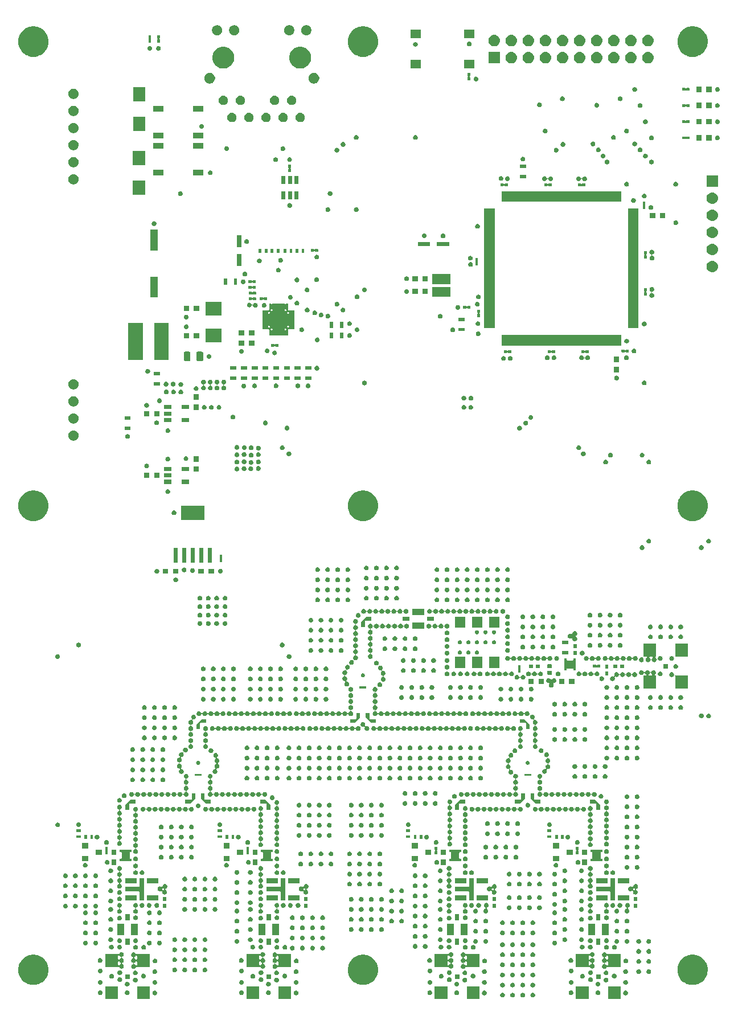
<source format=gts>
G04 #@! TF.GenerationSoftware,KiCad,Pcbnew,(5.0.1)-4*
G04 #@! TF.CreationDate,2019-07-25T13:06:53-07:00*
G04 #@! TF.ProjectId,EllBayInd-TxLRU,456C6C426179496E642D54784C52552E,rev?*
G04 #@! TF.SameCoordinates,Original*
G04 #@! TF.FileFunction,Soldermask,Top*
G04 #@! TF.FilePolarity,Negative*
%FSLAX46Y46*%
G04 Gerber Fmt 4.6, Leading zero omitted, Abs format (unit mm)*
G04 Created by KiCad (PCBNEW (5.0.1)-4) date 7/25/2019 1:06:53 PM*
%MOMM*%
%LPD*%
G01*
G04 APERTURE LIST*
%ADD10C,0.200000*%
G04 APERTURE END LIST*
D10*
G36*
X74325000Y-170325000D02*
X72425000Y-170325000D01*
X72425000Y-168425000D01*
X74325000Y-168425000D01*
X74325000Y-170325000D01*
X74325000Y-170325000D01*
G37*
G36*
X69575000Y-170325000D02*
X67675000Y-170325000D01*
X67675000Y-168425000D01*
X69575000Y-168425000D01*
X69575000Y-170325000D01*
X69575000Y-170325000D01*
G37*
G36*
X123325000Y-170325000D02*
X121425000Y-170325000D01*
X121425000Y-168425000D01*
X123325000Y-168425000D01*
X123325000Y-170325000D01*
X123325000Y-170325000D01*
G37*
G36*
X53325000Y-170325000D02*
X51425000Y-170325000D01*
X51425000Y-168425000D01*
X53325000Y-168425000D01*
X53325000Y-170325000D01*
X53325000Y-170325000D01*
G37*
G36*
X48575000Y-170325000D02*
X46675000Y-170325000D01*
X46675000Y-168425000D01*
X48575000Y-168425000D01*
X48575000Y-170325000D01*
X48575000Y-170325000D01*
G37*
G36*
X102325000Y-170325000D02*
X100425000Y-170325000D01*
X100425000Y-168425000D01*
X102325000Y-168425000D01*
X102325000Y-170325000D01*
X102325000Y-170325000D01*
G37*
G36*
X97575000Y-170325000D02*
X95675000Y-170325000D01*
X95675000Y-168425000D01*
X97575000Y-168425000D01*
X97575000Y-170325000D01*
X97575000Y-170325000D01*
G37*
G36*
X118575000Y-170325000D02*
X116675000Y-170325000D01*
X116675000Y-168425000D01*
X118575000Y-168425000D01*
X118575000Y-170325000D01*
X118575000Y-170325000D01*
G37*
G36*
X110301377Y-169403362D02*
X110352091Y-169413450D01*
X110415787Y-169439834D01*
X110473112Y-169478137D01*
X110521863Y-169526888D01*
X110560166Y-169584213D01*
X110586550Y-169647909D01*
X110593961Y-169685166D01*
X110598934Y-169710166D01*
X110600000Y-169715528D01*
X110600000Y-169784472D01*
X110586550Y-169852091D01*
X110560166Y-169915787D01*
X110521863Y-169973112D01*
X110473112Y-170021863D01*
X110415787Y-170060166D01*
X110352091Y-170086550D01*
X110301377Y-170096637D01*
X110284473Y-170100000D01*
X110215527Y-170100000D01*
X110198623Y-170096637D01*
X110147909Y-170086550D01*
X110084213Y-170060166D01*
X110026888Y-170021863D01*
X109978137Y-169973112D01*
X109939834Y-169915787D01*
X109913450Y-169852091D01*
X109900000Y-169784472D01*
X109900000Y-169715528D01*
X109901067Y-169710166D01*
X109906039Y-169685166D01*
X109913450Y-169647909D01*
X109939834Y-169584213D01*
X109978137Y-169526888D01*
X110026888Y-169478137D01*
X110084213Y-169439834D01*
X110147909Y-169413450D01*
X110198623Y-169403362D01*
X110215527Y-169400000D01*
X110284473Y-169400000D01*
X110301377Y-169403362D01*
X110301377Y-169403362D01*
G37*
G36*
X107301377Y-169403362D02*
X107352091Y-169413450D01*
X107415787Y-169439834D01*
X107473112Y-169478137D01*
X107521863Y-169526888D01*
X107560166Y-169584213D01*
X107586550Y-169647909D01*
X107593961Y-169685166D01*
X107598934Y-169710166D01*
X107600000Y-169715528D01*
X107600000Y-169784472D01*
X107586550Y-169852091D01*
X107560166Y-169915787D01*
X107521863Y-169973112D01*
X107473112Y-170021863D01*
X107415787Y-170060166D01*
X107352091Y-170086550D01*
X107301377Y-170096637D01*
X107284473Y-170100000D01*
X107215527Y-170100000D01*
X107198623Y-170096637D01*
X107147909Y-170086550D01*
X107084213Y-170060166D01*
X107026888Y-170021863D01*
X106978137Y-169973112D01*
X106939834Y-169915787D01*
X106913450Y-169852091D01*
X106900000Y-169784472D01*
X106900000Y-169715528D01*
X106901067Y-169710166D01*
X106906039Y-169685166D01*
X106913450Y-169647909D01*
X106939834Y-169584213D01*
X106978137Y-169526888D01*
X107026888Y-169478137D01*
X107084213Y-169439834D01*
X107147909Y-169413450D01*
X107198623Y-169403362D01*
X107215527Y-169400000D01*
X107284473Y-169400000D01*
X107301377Y-169403362D01*
X107301377Y-169403362D01*
G37*
G36*
X105801377Y-169403362D02*
X105852091Y-169413450D01*
X105915787Y-169439834D01*
X105973112Y-169478137D01*
X106021863Y-169526888D01*
X106060166Y-169584213D01*
X106086550Y-169647909D01*
X106093961Y-169685166D01*
X106098934Y-169710166D01*
X106100000Y-169715528D01*
X106100000Y-169784472D01*
X106086550Y-169852091D01*
X106060166Y-169915787D01*
X106021863Y-169973112D01*
X105973112Y-170021863D01*
X105915787Y-170060166D01*
X105852091Y-170086550D01*
X105801377Y-170096637D01*
X105784473Y-170100000D01*
X105715527Y-170100000D01*
X105698623Y-170096637D01*
X105647909Y-170086550D01*
X105584213Y-170060166D01*
X105526888Y-170021863D01*
X105478137Y-169973112D01*
X105439834Y-169915787D01*
X105413450Y-169852091D01*
X105400000Y-169784472D01*
X105400000Y-169715528D01*
X105401067Y-169710166D01*
X105406039Y-169685166D01*
X105413450Y-169647909D01*
X105439834Y-169584213D01*
X105478137Y-169526888D01*
X105526888Y-169478137D01*
X105584213Y-169439834D01*
X105647909Y-169413450D01*
X105698623Y-169403362D01*
X105715527Y-169400000D01*
X105784473Y-169400000D01*
X105801377Y-169403362D01*
X105801377Y-169403362D01*
G37*
G36*
X108801377Y-169403362D02*
X108852091Y-169413450D01*
X108915787Y-169439834D01*
X108973112Y-169478137D01*
X109021863Y-169526888D01*
X109060166Y-169584213D01*
X109086550Y-169647909D01*
X109093961Y-169685166D01*
X109098934Y-169710166D01*
X109100000Y-169715528D01*
X109100000Y-169784472D01*
X109086550Y-169852091D01*
X109060166Y-169915787D01*
X109021863Y-169973112D01*
X108973112Y-170021863D01*
X108915787Y-170060166D01*
X108852091Y-170086550D01*
X108801377Y-170096637D01*
X108784473Y-170100000D01*
X108715527Y-170100000D01*
X108698623Y-170096637D01*
X108647909Y-170086550D01*
X108584213Y-170060166D01*
X108526888Y-170021863D01*
X108478137Y-169973112D01*
X108439834Y-169915787D01*
X108413450Y-169852091D01*
X108400000Y-169784472D01*
X108400000Y-169715528D01*
X108401067Y-169710166D01*
X108406039Y-169685166D01*
X108413450Y-169647909D01*
X108439834Y-169584213D01*
X108478137Y-169526888D01*
X108526888Y-169478137D01*
X108584213Y-169439834D01*
X108647909Y-169413450D01*
X108698623Y-169403362D01*
X108715527Y-169400000D01*
X108784473Y-169400000D01*
X108801377Y-169403362D01*
X108801377Y-169403362D01*
G37*
G36*
X75101377Y-169083363D02*
X75152091Y-169093450D01*
X75215787Y-169119834D01*
X75273112Y-169158137D01*
X75321863Y-169206888D01*
X75360166Y-169264213D01*
X75386550Y-169327909D01*
X75400000Y-169395528D01*
X75400000Y-169464472D01*
X75386550Y-169532091D01*
X75360166Y-169595787D01*
X75321863Y-169653112D01*
X75273112Y-169701863D01*
X75215787Y-169740166D01*
X75152091Y-169766550D01*
X75101377Y-169776638D01*
X75084473Y-169780000D01*
X75015527Y-169780000D01*
X74998623Y-169776638D01*
X74947909Y-169766550D01*
X74884213Y-169740166D01*
X74826888Y-169701863D01*
X74778137Y-169653112D01*
X74739834Y-169595787D01*
X74713450Y-169532091D01*
X74700000Y-169464472D01*
X74700000Y-169395528D01*
X74713450Y-169327909D01*
X74739834Y-169264213D01*
X74778137Y-169206888D01*
X74826888Y-169158137D01*
X74884213Y-169119834D01*
X74947909Y-169093450D01*
X74998623Y-169083363D01*
X75015527Y-169080000D01*
X75084473Y-169080000D01*
X75101377Y-169083363D01*
X75101377Y-169083363D01*
G37*
G36*
X124101377Y-169083363D02*
X124152091Y-169093450D01*
X124215787Y-169119834D01*
X124273112Y-169158137D01*
X124321863Y-169206888D01*
X124360166Y-169264213D01*
X124386550Y-169327909D01*
X124400000Y-169395528D01*
X124400000Y-169464472D01*
X124386550Y-169532091D01*
X124360166Y-169595787D01*
X124321863Y-169653112D01*
X124273112Y-169701863D01*
X124215787Y-169740166D01*
X124152091Y-169766550D01*
X124101377Y-169776638D01*
X124084473Y-169780000D01*
X124015527Y-169780000D01*
X123998623Y-169776638D01*
X123947909Y-169766550D01*
X123884213Y-169740166D01*
X123826888Y-169701863D01*
X123778137Y-169653112D01*
X123739834Y-169595787D01*
X123713450Y-169532091D01*
X123700000Y-169464472D01*
X123700000Y-169395528D01*
X123713450Y-169327909D01*
X123739834Y-169264213D01*
X123778137Y-169206888D01*
X123826888Y-169158137D01*
X123884213Y-169119834D01*
X123947909Y-169093450D01*
X123998623Y-169083363D01*
X124015527Y-169080000D01*
X124084473Y-169080000D01*
X124101377Y-169083363D01*
X124101377Y-169083363D01*
G37*
G36*
X54101377Y-169083363D02*
X54152091Y-169093450D01*
X54215787Y-169119834D01*
X54273112Y-169158137D01*
X54321863Y-169206888D01*
X54360166Y-169264213D01*
X54386550Y-169327909D01*
X54400000Y-169395528D01*
X54400000Y-169464472D01*
X54386550Y-169532091D01*
X54360166Y-169595787D01*
X54321863Y-169653112D01*
X54273112Y-169701863D01*
X54215787Y-169740166D01*
X54152091Y-169766550D01*
X54101377Y-169776638D01*
X54084473Y-169780000D01*
X54015527Y-169780000D01*
X53998623Y-169776638D01*
X53947909Y-169766550D01*
X53884213Y-169740166D01*
X53826888Y-169701863D01*
X53778137Y-169653112D01*
X53739834Y-169595787D01*
X53713450Y-169532091D01*
X53700000Y-169464472D01*
X53700000Y-169395528D01*
X53713450Y-169327909D01*
X53739834Y-169264213D01*
X53778137Y-169206888D01*
X53826888Y-169158137D01*
X53884213Y-169119834D01*
X53947909Y-169093450D01*
X53998623Y-169083363D01*
X54015527Y-169080000D01*
X54084473Y-169080000D01*
X54101377Y-169083363D01*
X54101377Y-169083363D01*
G37*
G36*
X103101377Y-169083363D02*
X103152091Y-169093450D01*
X103215787Y-169119834D01*
X103273112Y-169158137D01*
X103321863Y-169206888D01*
X103360166Y-169264213D01*
X103386550Y-169327909D01*
X103400000Y-169395528D01*
X103400000Y-169464472D01*
X103386550Y-169532091D01*
X103360166Y-169595787D01*
X103321863Y-169653112D01*
X103273112Y-169701863D01*
X103215787Y-169740166D01*
X103152091Y-169766550D01*
X103101377Y-169776638D01*
X103084473Y-169780000D01*
X103015527Y-169780000D01*
X102998623Y-169776638D01*
X102947909Y-169766550D01*
X102884213Y-169740166D01*
X102826888Y-169701863D01*
X102778137Y-169653112D01*
X102739834Y-169595787D01*
X102713450Y-169532091D01*
X102700000Y-169464472D01*
X102700000Y-169395528D01*
X102713450Y-169327909D01*
X102739834Y-169264213D01*
X102778137Y-169206888D01*
X102826888Y-169158137D01*
X102884213Y-169119834D01*
X102947909Y-169093450D01*
X102998623Y-169083363D01*
X103015527Y-169080000D01*
X103084473Y-169080000D01*
X103101377Y-169083363D01*
X103101377Y-169083363D01*
G37*
G36*
X120001377Y-169053363D02*
X120052091Y-169063450D01*
X120115787Y-169089834D01*
X120173112Y-169128137D01*
X120221863Y-169176888D01*
X120260166Y-169234213D01*
X120286550Y-169297909D01*
X120292517Y-169327909D01*
X120300000Y-169365527D01*
X120300000Y-169434473D01*
X120298933Y-169439835D01*
X120286550Y-169502091D01*
X120260166Y-169565787D01*
X120221863Y-169623112D01*
X120173112Y-169671863D01*
X120115787Y-169710166D01*
X120052091Y-169736550D01*
X120001377Y-169746637D01*
X119984473Y-169750000D01*
X119915527Y-169750000D01*
X119898623Y-169746637D01*
X119847909Y-169736550D01*
X119784213Y-169710166D01*
X119726888Y-169671863D01*
X119678137Y-169623112D01*
X119639834Y-169565787D01*
X119613450Y-169502091D01*
X119601067Y-169439835D01*
X119600000Y-169434473D01*
X119600000Y-169365527D01*
X119607483Y-169327909D01*
X119613450Y-169297909D01*
X119639834Y-169234213D01*
X119678137Y-169176888D01*
X119726888Y-169128137D01*
X119784213Y-169089834D01*
X119847909Y-169063450D01*
X119898623Y-169053363D01*
X119915527Y-169050000D01*
X119984473Y-169050000D01*
X120001377Y-169053363D01*
X120001377Y-169053363D01*
G37*
G36*
X71001377Y-169053363D02*
X71052091Y-169063450D01*
X71115787Y-169089834D01*
X71173112Y-169128137D01*
X71221863Y-169176888D01*
X71260166Y-169234213D01*
X71286550Y-169297909D01*
X71292517Y-169327909D01*
X71300000Y-169365527D01*
X71300000Y-169434473D01*
X71298933Y-169439835D01*
X71286550Y-169502091D01*
X71260166Y-169565787D01*
X71221863Y-169623112D01*
X71173112Y-169671863D01*
X71115787Y-169710166D01*
X71052091Y-169736550D01*
X71001377Y-169746637D01*
X70984473Y-169750000D01*
X70915527Y-169750000D01*
X70898623Y-169746637D01*
X70847909Y-169736550D01*
X70784213Y-169710166D01*
X70726888Y-169671863D01*
X70678137Y-169623112D01*
X70639834Y-169565787D01*
X70613450Y-169502091D01*
X70601067Y-169439835D01*
X70600000Y-169434473D01*
X70600000Y-169365527D01*
X70607483Y-169327909D01*
X70613450Y-169297909D01*
X70639834Y-169234213D01*
X70678137Y-169176888D01*
X70726888Y-169128137D01*
X70784213Y-169089834D01*
X70847909Y-169063450D01*
X70898623Y-169053363D01*
X70915527Y-169050000D01*
X70984473Y-169050000D01*
X71001377Y-169053363D01*
X71001377Y-169053363D01*
G37*
G36*
X99001377Y-169053363D02*
X99052091Y-169063450D01*
X99115787Y-169089834D01*
X99173112Y-169128137D01*
X99221863Y-169176888D01*
X99260166Y-169234213D01*
X99286550Y-169297909D01*
X99292517Y-169327909D01*
X99300000Y-169365527D01*
X99300000Y-169434473D01*
X99298933Y-169439835D01*
X99286550Y-169502091D01*
X99260166Y-169565787D01*
X99221863Y-169623112D01*
X99173112Y-169671863D01*
X99115787Y-169710166D01*
X99052091Y-169736550D01*
X99001377Y-169746637D01*
X98984473Y-169750000D01*
X98915527Y-169750000D01*
X98898623Y-169746637D01*
X98847909Y-169736550D01*
X98784213Y-169710166D01*
X98726888Y-169671863D01*
X98678137Y-169623112D01*
X98639834Y-169565787D01*
X98613450Y-169502091D01*
X98601067Y-169439835D01*
X98600000Y-169434473D01*
X98600000Y-169365527D01*
X98607483Y-169327909D01*
X98613450Y-169297909D01*
X98639834Y-169234213D01*
X98678137Y-169176888D01*
X98726888Y-169128137D01*
X98784213Y-169089834D01*
X98847909Y-169063450D01*
X98898623Y-169053363D01*
X98915527Y-169050000D01*
X98984473Y-169050000D01*
X99001377Y-169053363D01*
X99001377Y-169053363D01*
G37*
G36*
X50001377Y-169053363D02*
X50052091Y-169063450D01*
X50115787Y-169089834D01*
X50173112Y-169128137D01*
X50221863Y-169176888D01*
X50260166Y-169234213D01*
X50286550Y-169297909D01*
X50292517Y-169327909D01*
X50300000Y-169365527D01*
X50300000Y-169434473D01*
X50298933Y-169439835D01*
X50286550Y-169502091D01*
X50260166Y-169565787D01*
X50221863Y-169623112D01*
X50173112Y-169671863D01*
X50115787Y-169710166D01*
X50052091Y-169736550D01*
X50001377Y-169746637D01*
X49984473Y-169750000D01*
X49915527Y-169750000D01*
X49898623Y-169746637D01*
X49847909Y-169736550D01*
X49784213Y-169710166D01*
X49726888Y-169671863D01*
X49678137Y-169623112D01*
X49639834Y-169565787D01*
X49613450Y-169502091D01*
X49601067Y-169439835D01*
X49600000Y-169434473D01*
X49600000Y-169365527D01*
X49607483Y-169327909D01*
X49613450Y-169297909D01*
X49639834Y-169234213D01*
X49678137Y-169176888D01*
X49726888Y-169128137D01*
X49784213Y-169089834D01*
X49847909Y-169063450D01*
X49898623Y-169053363D01*
X49915527Y-169050000D01*
X49984473Y-169050000D01*
X50001377Y-169053363D01*
X50001377Y-169053363D01*
G37*
G36*
X94981377Y-169033362D02*
X95032091Y-169043450D01*
X95095787Y-169069834D01*
X95153112Y-169108137D01*
X95201863Y-169156888D01*
X95240166Y-169214213D01*
X95266550Y-169277909D01*
X95276495Y-169327909D01*
X95279006Y-169340528D01*
X95280000Y-169345528D01*
X95280000Y-169414472D01*
X95266550Y-169482091D01*
X95240166Y-169545787D01*
X95201863Y-169603112D01*
X95153112Y-169651863D01*
X95095787Y-169690166D01*
X95032091Y-169716550D01*
X94989609Y-169725000D01*
X94964473Y-169730000D01*
X94895527Y-169730000D01*
X94870391Y-169725000D01*
X94827909Y-169716550D01*
X94764213Y-169690166D01*
X94706888Y-169651863D01*
X94658137Y-169603112D01*
X94619834Y-169545787D01*
X94593450Y-169482091D01*
X94580000Y-169414472D01*
X94580000Y-169345528D01*
X94580995Y-169340528D01*
X94583505Y-169327909D01*
X94593450Y-169277909D01*
X94619834Y-169214213D01*
X94658137Y-169156888D01*
X94706888Y-169108137D01*
X94764213Y-169069834D01*
X94827909Y-169043450D01*
X94878623Y-169033362D01*
X94895527Y-169030000D01*
X94964473Y-169030000D01*
X94981377Y-169033362D01*
X94981377Y-169033362D01*
G37*
G36*
X66981377Y-169033362D02*
X67032091Y-169043450D01*
X67095787Y-169069834D01*
X67153112Y-169108137D01*
X67201863Y-169156888D01*
X67240166Y-169214213D01*
X67266550Y-169277909D01*
X67276495Y-169327909D01*
X67279006Y-169340528D01*
X67280000Y-169345528D01*
X67280000Y-169414472D01*
X67266550Y-169482091D01*
X67240166Y-169545787D01*
X67201863Y-169603112D01*
X67153112Y-169651863D01*
X67095787Y-169690166D01*
X67032091Y-169716550D01*
X66989609Y-169725000D01*
X66964473Y-169730000D01*
X66895527Y-169730000D01*
X66870391Y-169725000D01*
X66827909Y-169716550D01*
X66764213Y-169690166D01*
X66706888Y-169651863D01*
X66658137Y-169603112D01*
X66619834Y-169545787D01*
X66593450Y-169482091D01*
X66580000Y-169414472D01*
X66580000Y-169345528D01*
X66580995Y-169340528D01*
X66583505Y-169327909D01*
X66593450Y-169277909D01*
X66619834Y-169214213D01*
X66658137Y-169156888D01*
X66706888Y-169108137D01*
X66764213Y-169069834D01*
X66827909Y-169043450D01*
X66878623Y-169033362D01*
X66895527Y-169030000D01*
X66964473Y-169030000D01*
X66981377Y-169033362D01*
X66981377Y-169033362D01*
G37*
G36*
X115981377Y-169033362D02*
X116032091Y-169043450D01*
X116095787Y-169069834D01*
X116153112Y-169108137D01*
X116201863Y-169156888D01*
X116240166Y-169214213D01*
X116266550Y-169277909D01*
X116276495Y-169327909D01*
X116279006Y-169340528D01*
X116280000Y-169345528D01*
X116280000Y-169414472D01*
X116266550Y-169482091D01*
X116240166Y-169545787D01*
X116201863Y-169603112D01*
X116153112Y-169651863D01*
X116095787Y-169690166D01*
X116032091Y-169716550D01*
X115989609Y-169725000D01*
X115964473Y-169730000D01*
X115895527Y-169730000D01*
X115870391Y-169725000D01*
X115827909Y-169716550D01*
X115764213Y-169690166D01*
X115706888Y-169651863D01*
X115658137Y-169603112D01*
X115619834Y-169545787D01*
X115593450Y-169482091D01*
X115580000Y-169414472D01*
X115580000Y-169345528D01*
X115580995Y-169340528D01*
X115583505Y-169327909D01*
X115593450Y-169277909D01*
X115619834Y-169214213D01*
X115658137Y-169156888D01*
X115706888Y-169108137D01*
X115764213Y-169069834D01*
X115827909Y-169043450D01*
X115878623Y-169033362D01*
X115895527Y-169030000D01*
X115964473Y-169030000D01*
X115981377Y-169033362D01*
X115981377Y-169033362D01*
G37*
G36*
X45981377Y-169033362D02*
X46032091Y-169043450D01*
X46095787Y-169069834D01*
X46153112Y-169108137D01*
X46201863Y-169156888D01*
X46240166Y-169214213D01*
X46266550Y-169277909D01*
X46276495Y-169327909D01*
X46279006Y-169340528D01*
X46280000Y-169345528D01*
X46280000Y-169414472D01*
X46266550Y-169482091D01*
X46240166Y-169545787D01*
X46201863Y-169603112D01*
X46153112Y-169651863D01*
X46095787Y-169690166D01*
X46032091Y-169716550D01*
X45989609Y-169725000D01*
X45964473Y-169730000D01*
X45895527Y-169730000D01*
X45870391Y-169725000D01*
X45827909Y-169716550D01*
X45764213Y-169690166D01*
X45706888Y-169651863D01*
X45658137Y-169603112D01*
X45619834Y-169545787D01*
X45593450Y-169482091D01*
X45580000Y-169414472D01*
X45580000Y-169345528D01*
X45580995Y-169340528D01*
X45583505Y-169327909D01*
X45593450Y-169277909D01*
X45619834Y-169214213D01*
X45658137Y-169156888D01*
X45706888Y-169108137D01*
X45764213Y-169069834D01*
X45827909Y-169043450D01*
X45878623Y-169033362D01*
X45895527Y-169030000D01*
X45964473Y-169030000D01*
X45981377Y-169033362D01*
X45981377Y-169033362D01*
G37*
G36*
X108801377Y-167903363D02*
X108852091Y-167913450D01*
X108915787Y-167939834D01*
X108973112Y-167978137D01*
X109021863Y-168026888D01*
X109060166Y-168084213D01*
X109086550Y-168147909D01*
X109100000Y-168215528D01*
X109100000Y-168284472D01*
X109086550Y-168352091D01*
X109060166Y-168415787D01*
X109021863Y-168473112D01*
X108973112Y-168521863D01*
X108915787Y-168560166D01*
X108852091Y-168586550D01*
X108801377Y-168596637D01*
X108784473Y-168600000D01*
X108715527Y-168600000D01*
X108698623Y-168596637D01*
X108647909Y-168586550D01*
X108584213Y-168560166D01*
X108526888Y-168521863D01*
X108478137Y-168473112D01*
X108439834Y-168415787D01*
X108413450Y-168352091D01*
X108400000Y-168284472D01*
X108400000Y-168215528D01*
X108413450Y-168147909D01*
X108439834Y-168084213D01*
X108478137Y-168026888D01*
X108526888Y-167978137D01*
X108584213Y-167939834D01*
X108647909Y-167913450D01*
X108698623Y-167903363D01*
X108715527Y-167900000D01*
X108784473Y-167900000D01*
X108801377Y-167903363D01*
X108801377Y-167903363D01*
G37*
G36*
X105801377Y-167903363D02*
X105852091Y-167913450D01*
X105915787Y-167939834D01*
X105973112Y-167978137D01*
X106021863Y-168026888D01*
X106060166Y-168084213D01*
X106086550Y-168147909D01*
X106100000Y-168215528D01*
X106100000Y-168284472D01*
X106086550Y-168352091D01*
X106060166Y-168415787D01*
X106021863Y-168473112D01*
X105973112Y-168521863D01*
X105915787Y-168560166D01*
X105852091Y-168586550D01*
X105801377Y-168596637D01*
X105784473Y-168600000D01*
X105715527Y-168600000D01*
X105698623Y-168596637D01*
X105647909Y-168586550D01*
X105584213Y-168560166D01*
X105526888Y-168521863D01*
X105478137Y-168473112D01*
X105439834Y-168415787D01*
X105413450Y-168352091D01*
X105400000Y-168284472D01*
X105400000Y-168215528D01*
X105413450Y-168147909D01*
X105439834Y-168084213D01*
X105478137Y-168026888D01*
X105526888Y-167978137D01*
X105584213Y-167939834D01*
X105647909Y-167913450D01*
X105698623Y-167903363D01*
X105715527Y-167900000D01*
X105784473Y-167900000D01*
X105801377Y-167903363D01*
X105801377Y-167903363D01*
G37*
G36*
X107301377Y-167903363D02*
X107352091Y-167913450D01*
X107415787Y-167939834D01*
X107473112Y-167978137D01*
X107521863Y-168026888D01*
X107560166Y-168084213D01*
X107586550Y-168147909D01*
X107600000Y-168215528D01*
X107600000Y-168284472D01*
X107586550Y-168352091D01*
X107560166Y-168415787D01*
X107521863Y-168473112D01*
X107473112Y-168521863D01*
X107415787Y-168560166D01*
X107352091Y-168586550D01*
X107301377Y-168596637D01*
X107284473Y-168600000D01*
X107215527Y-168600000D01*
X107198623Y-168596637D01*
X107147909Y-168586550D01*
X107084213Y-168560166D01*
X107026888Y-168521863D01*
X106978137Y-168473112D01*
X106939834Y-168415787D01*
X106913450Y-168352091D01*
X106900000Y-168284472D01*
X106900000Y-168215528D01*
X106913450Y-168147909D01*
X106939834Y-168084213D01*
X106978137Y-168026888D01*
X107026888Y-167978137D01*
X107084213Y-167939834D01*
X107147909Y-167913450D01*
X107198623Y-167903363D01*
X107215527Y-167900000D01*
X107284473Y-167900000D01*
X107301377Y-167903363D01*
X107301377Y-167903363D01*
G37*
G36*
X110301377Y-167903363D02*
X110352091Y-167913450D01*
X110415787Y-167939834D01*
X110473112Y-167978137D01*
X110521863Y-168026888D01*
X110560166Y-168084213D01*
X110586550Y-168147909D01*
X110600000Y-168215528D01*
X110600000Y-168284472D01*
X110586550Y-168352091D01*
X110560166Y-168415787D01*
X110521863Y-168473112D01*
X110473112Y-168521863D01*
X110415787Y-168560166D01*
X110352091Y-168586550D01*
X110301377Y-168596637D01*
X110284473Y-168600000D01*
X110215527Y-168600000D01*
X110198623Y-168596637D01*
X110147909Y-168586550D01*
X110084213Y-168560166D01*
X110026888Y-168521863D01*
X109978137Y-168473112D01*
X109939834Y-168415787D01*
X109913450Y-168352091D01*
X109900000Y-168284472D01*
X109900000Y-168215528D01*
X109913450Y-168147909D01*
X109939834Y-168084213D01*
X109978137Y-168026888D01*
X110026888Y-167978137D01*
X110084213Y-167939834D01*
X110147909Y-167913450D01*
X110198623Y-167903363D01*
X110215527Y-167900000D01*
X110284473Y-167900000D01*
X110301377Y-167903363D01*
X110301377Y-167903363D01*
G37*
G36*
X120001377Y-167753362D02*
X120052091Y-167763450D01*
X120115787Y-167789834D01*
X120173112Y-167828137D01*
X120221863Y-167876888D01*
X120260166Y-167934213D01*
X120286550Y-167997909D01*
X120300000Y-168065528D01*
X120300000Y-168134472D01*
X120286550Y-168202091D01*
X120260166Y-168265787D01*
X120221863Y-168323112D01*
X120173112Y-168371863D01*
X120115787Y-168410166D01*
X120052091Y-168436550D01*
X120001377Y-168446637D01*
X119984473Y-168450000D01*
X119915527Y-168450000D01*
X119898623Y-168446637D01*
X119847909Y-168436550D01*
X119784213Y-168410166D01*
X119726888Y-168371863D01*
X119678137Y-168323112D01*
X119639834Y-168265787D01*
X119613450Y-168202091D01*
X119600000Y-168134472D01*
X119600000Y-168065528D01*
X119613450Y-167997909D01*
X119639834Y-167934213D01*
X119678137Y-167876888D01*
X119726888Y-167828137D01*
X119784213Y-167789834D01*
X119847909Y-167763450D01*
X119898623Y-167753362D01*
X119915527Y-167750000D01*
X119984473Y-167750000D01*
X120001377Y-167753362D01*
X120001377Y-167753362D01*
G37*
G36*
X71001377Y-167753362D02*
X71052091Y-167763450D01*
X71115787Y-167789834D01*
X71173112Y-167828137D01*
X71221863Y-167876888D01*
X71260166Y-167934213D01*
X71286550Y-167997909D01*
X71300000Y-168065528D01*
X71300000Y-168134472D01*
X71286550Y-168202091D01*
X71260166Y-168265787D01*
X71221863Y-168323112D01*
X71173112Y-168371863D01*
X71115787Y-168410166D01*
X71052091Y-168436550D01*
X71001377Y-168446637D01*
X70984473Y-168450000D01*
X70915527Y-168450000D01*
X70898623Y-168446637D01*
X70847909Y-168436550D01*
X70784213Y-168410166D01*
X70726888Y-168371863D01*
X70678137Y-168323112D01*
X70639834Y-168265787D01*
X70613450Y-168202091D01*
X70600000Y-168134472D01*
X70600000Y-168065528D01*
X70613450Y-167997909D01*
X70639834Y-167934213D01*
X70678137Y-167876888D01*
X70726888Y-167828137D01*
X70784213Y-167789834D01*
X70847909Y-167763450D01*
X70898623Y-167753362D01*
X70915527Y-167750000D01*
X70984473Y-167750000D01*
X71001377Y-167753362D01*
X71001377Y-167753362D01*
G37*
G36*
X99001377Y-167753362D02*
X99052091Y-167763450D01*
X99115787Y-167789834D01*
X99173112Y-167828137D01*
X99221863Y-167876888D01*
X99260166Y-167934213D01*
X99286550Y-167997909D01*
X99300000Y-168065528D01*
X99300000Y-168134472D01*
X99286550Y-168202091D01*
X99260166Y-168265787D01*
X99221863Y-168323112D01*
X99173112Y-168371863D01*
X99115787Y-168410166D01*
X99052091Y-168436550D01*
X99001377Y-168446637D01*
X98984473Y-168450000D01*
X98915527Y-168450000D01*
X98898623Y-168446637D01*
X98847909Y-168436550D01*
X98784213Y-168410166D01*
X98726888Y-168371863D01*
X98678137Y-168323112D01*
X98639834Y-168265787D01*
X98613450Y-168202091D01*
X98600000Y-168134472D01*
X98600000Y-168065528D01*
X98613450Y-167997909D01*
X98639834Y-167934213D01*
X98678137Y-167876888D01*
X98726888Y-167828137D01*
X98784213Y-167789834D01*
X98847909Y-167763450D01*
X98898623Y-167753362D01*
X98915527Y-167750000D01*
X98984473Y-167750000D01*
X99001377Y-167753362D01*
X99001377Y-167753362D01*
G37*
G36*
X50001377Y-167753362D02*
X50052091Y-167763450D01*
X50115787Y-167789834D01*
X50173112Y-167828137D01*
X50221863Y-167876888D01*
X50260166Y-167934213D01*
X50286550Y-167997909D01*
X50300000Y-168065528D01*
X50300000Y-168134472D01*
X50286550Y-168202091D01*
X50260166Y-168265787D01*
X50221863Y-168323112D01*
X50173112Y-168371863D01*
X50115787Y-168410166D01*
X50052091Y-168436550D01*
X50001377Y-168446637D01*
X49984473Y-168450000D01*
X49915527Y-168450000D01*
X49898623Y-168446637D01*
X49847909Y-168436550D01*
X49784213Y-168410166D01*
X49726888Y-168371863D01*
X49678137Y-168323112D01*
X49639834Y-168265787D01*
X49613450Y-168202091D01*
X49600000Y-168134472D01*
X49600000Y-168065528D01*
X49613450Y-167997909D01*
X49639834Y-167934213D01*
X49678137Y-167876888D01*
X49726888Y-167828137D01*
X49784213Y-167789834D01*
X49847909Y-167763450D01*
X49898623Y-167753362D01*
X49915527Y-167750000D01*
X49984473Y-167750000D01*
X50001377Y-167753362D01*
X50001377Y-167753362D01*
G37*
G36*
X36394909Y-163784472D02*
X36656301Y-163836466D01*
X36778028Y-163886887D01*
X37065774Y-164006075D01*
X37163041Y-164071067D01*
X37434292Y-164252311D01*
X37747689Y-164565708D01*
X37872433Y-164752401D01*
X37993925Y-164934226D01*
X38068136Y-165113388D01*
X38163534Y-165343699D01*
X38177821Y-165415527D01*
X38250000Y-165778393D01*
X38250000Y-166221607D01*
X38234822Y-166297912D01*
X38163534Y-166656301D01*
X38118836Y-166764212D01*
X37993925Y-167065774D01*
X37944439Y-167139835D01*
X37747689Y-167434292D01*
X37434292Y-167747689D01*
X37229580Y-167884473D01*
X37065774Y-167993925D01*
X36825910Y-168093280D01*
X36656301Y-168163534D01*
X36462476Y-168202088D01*
X36221607Y-168250000D01*
X35778393Y-168250000D01*
X35537524Y-168202088D01*
X35343699Y-168163534D01*
X35174090Y-168093280D01*
X34934226Y-167993925D01*
X34770420Y-167884473D01*
X34565708Y-167747689D01*
X34252311Y-167434292D01*
X34055561Y-167139835D01*
X34006075Y-167065774D01*
X33881164Y-166764212D01*
X33836466Y-166656301D01*
X33765178Y-166297912D01*
X33750000Y-166221607D01*
X33750000Y-165778393D01*
X33822179Y-165415527D01*
X33836466Y-165343699D01*
X33931864Y-165113388D01*
X34006075Y-164934226D01*
X34127567Y-164752401D01*
X34252311Y-164565708D01*
X34565708Y-164252311D01*
X34836959Y-164071067D01*
X34934226Y-164006075D01*
X35221972Y-163886887D01*
X35343699Y-163836466D01*
X35605091Y-163784472D01*
X35778393Y-163750000D01*
X36221607Y-163750000D01*
X36394909Y-163784472D01*
X36394909Y-163784472D01*
G37*
G36*
X85394909Y-163784472D02*
X85656301Y-163836466D01*
X85778028Y-163886887D01*
X86065774Y-164006075D01*
X86163041Y-164071067D01*
X86434292Y-164252311D01*
X86747689Y-164565708D01*
X86872433Y-164752401D01*
X86993925Y-164934226D01*
X87068136Y-165113388D01*
X87163534Y-165343699D01*
X87177821Y-165415527D01*
X87250000Y-165778393D01*
X87250000Y-166221607D01*
X87234822Y-166297912D01*
X87163534Y-166656301D01*
X87118836Y-166764212D01*
X86993925Y-167065774D01*
X86944439Y-167139835D01*
X86747689Y-167434292D01*
X86434292Y-167747689D01*
X86229580Y-167884473D01*
X86065774Y-167993925D01*
X85825910Y-168093280D01*
X85656301Y-168163534D01*
X85462476Y-168202088D01*
X85221607Y-168250000D01*
X84778393Y-168250000D01*
X84537524Y-168202088D01*
X84343699Y-168163534D01*
X84174090Y-168093280D01*
X83934226Y-167993925D01*
X83770420Y-167884473D01*
X83565708Y-167747689D01*
X83252311Y-167434292D01*
X83055561Y-167139835D01*
X83006075Y-167065774D01*
X82881164Y-166764212D01*
X82836466Y-166656301D01*
X82765178Y-166297912D01*
X82750000Y-166221607D01*
X82750000Y-165778393D01*
X82822179Y-165415527D01*
X82836466Y-165343699D01*
X82931864Y-165113388D01*
X83006075Y-164934226D01*
X83127567Y-164752401D01*
X83252311Y-164565708D01*
X83565708Y-164252311D01*
X83836959Y-164071067D01*
X83934226Y-164006075D01*
X84221972Y-163886887D01*
X84343699Y-163836466D01*
X84605091Y-163784472D01*
X84778393Y-163750000D01*
X85221607Y-163750000D01*
X85394909Y-163784472D01*
X85394909Y-163784472D01*
G37*
G36*
X134394909Y-163784472D02*
X134656301Y-163836466D01*
X134778028Y-163886887D01*
X135065774Y-164006075D01*
X135163041Y-164071067D01*
X135434292Y-164252311D01*
X135747689Y-164565708D01*
X135872433Y-164752401D01*
X135993925Y-164934226D01*
X136068136Y-165113388D01*
X136163534Y-165343699D01*
X136177821Y-165415527D01*
X136250000Y-165778393D01*
X136250000Y-166221607D01*
X136234822Y-166297912D01*
X136163534Y-166656301D01*
X136118836Y-166764212D01*
X135993925Y-167065774D01*
X135944439Y-167139835D01*
X135747689Y-167434292D01*
X135434292Y-167747689D01*
X135229580Y-167884473D01*
X135065774Y-167993925D01*
X134825910Y-168093280D01*
X134656301Y-168163534D01*
X134462476Y-168202088D01*
X134221607Y-168250000D01*
X133778393Y-168250000D01*
X133537524Y-168202088D01*
X133343699Y-168163534D01*
X133174090Y-168093280D01*
X132934226Y-167993925D01*
X132770420Y-167884473D01*
X132565708Y-167747689D01*
X132252311Y-167434292D01*
X132055561Y-167139835D01*
X132006075Y-167065774D01*
X131881164Y-166764212D01*
X131836466Y-166656301D01*
X131765178Y-166297912D01*
X131750000Y-166221607D01*
X131750000Y-165778393D01*
X131822179Y-165415527D01*
X131836466Y-165343699D01*
X131931864Y-165113388D01*
X132006075Y-164934226D01*
X132127567Y-164752401D01*
X132252311Y-164565708D01*
X132565708Y-164252311D01*
X132836959Y-164071067D01*
X132934226Y-164006075D01*
X133221972Y-163886887D01*
X133343699Y-163836466D01*
X133605091Y-163784472D01*
X133778393Y-163750000D01*
X134221607Y-163750000D01*
X134394909Y-163784472D01*
X134394909Y-163784472D01*
G37*
G36*
X46001377Y-167503362D02*
X46052091Y-167513450D01*
X46115787Y-167539834D01*
X46173112Y-167578137D01*
X46221863Y-167626888D01*
X46260166Y-167684213D01*
X46286550Y-167747909D01*
X46294236Y-167786550D01*
X46298934Y-167810166D01*
X46300000Y-167815528D01*
X46300000Y-167884472D01*
X46286550Y-167952091D01*
X46260166Y-168015787D01*
X46221863Y-168073112D01*
X46173112Y-168121863D01*
X46115787Y-168160166D01*
X46052091Y-168186550D01*
X46001377Y-168196637D01*
X45984473Y-168200000D01*
X45915527Y-168200000D01*
X45898623Y-168196637D01*
X45847909Y-168186550D01*
X45784213Y-168160166D01*
X45726888Y-168121863D01*
X45678137Y-168073112D01*
X45639834Y-168015787D01*
X45613450Y-167952091D01*
X45600000Y-167884472D01*
X45600000Y-167815528D01*
X45601067Y-167810166D01*
X45605764Y-167786550D01*
X45613450Y-167747909D01*
X45639834Y-167684213D01*
X45678137Y-167626888D01*
X45726888Y-167578137D01*
X45784213Y-167539834D01*
X45847909Y-167513450D01*
X45898623Y-167503362D01*
X45915527Y-167500000D01*
X45984473Y-167500000D01*
X46001377Y-167503362D01*
X46001377Y-167503362D01*
G37*
G36*
X75101377Y-167503362D02*
X75152091Y-167513450D01*
X75215787Y-167539834D01*
X75273112Y-167578137D01*
X75321863Y-167626888D01*
X75360166Y-167684213D01*
X75386550Y-167747909D01*
X75394236Y-167786550D01*
X75398934Y-167810166D01*
X75400000Y-167815528D01*
X75400000Y-167884472D01*
X75386550Y-167952091D01*
X75360166Y-168015787D01*
X75321863Y-168073112D01*
X75273112Y-168121863D01*
X75215787Y-168160166D01*
X75152091Y-168186550D01*
X75101377Y-168196637D01*
X75084473Y-168200000D01*
X75015527Y-168200000D01*
X74998623Y-168196637D01*
X74947909Y-168186550D01*
X74884213Y-168160166D01*
X74826888Y-168121863D01*
X74778137Y-168073112D01*
X74739834Y-168015787D01*
X74713450Y-167952091D01*
X74700000Y-167884472D01*
X74700000Y-167815528D01*
X74701067Y-167810166D01*
X74705764Y-167786550D01*
X74713450Y-167747909D01*
X74739834Y-167684213D01*
X74778137Y-167626888D01*
X74826888Y-167578137D01*
X74884213Y-167539834D01*
X74947909Y-167513450D01*
X74998623Y-167503362D01*
X75015527Y-167500000D01*
X75084473Y-167500000D01*
X75101377Y-167503362D01*
X75101377Y-167503362D01*
G37*
G36*
X103101377Y-167503362D02*
X103152091Y-167513450D01*
X103215787Y-167539834D01*
X103273112Y-167578137D01*
X103321863Y-167626888D01*
X103360166Y-167684213D01*
X103386550Y-167747909D01*
X103394236Y-167786550D01*
X103398934Y-167810166D01*
X103400000Y-167815528D01*
X103400000Y-167884472D01*
X103386550Y-167952091D01*
X103360166Y-168015787D01*
X103321863Y-168073112D01*
X103273112Y-168121863D01*
X103215787Y-168160166D01*
X103152091Y-168186550D01*
X103101377Y-168196637D01*
X103084473Y-168200000D01*
X103015527Y-168200000D01*
X102998623Y-168196637D01*
X102947909Y-168186550D01*
X102884213Y-168160166D01*
X102826888Y-168121863D01*
X102778137Y-168073112D01*
X102739834Y-168015787D01*
X102713450Y-167952091D01*
X102700000Y-167884472D01*
X102700000Y-167815528D01*
X102701067Y-167810166D01*
X102705764Y-167786550D01*
X102713450Y-167747909D01*
X102739834Y-167684213D01*
X102778137Y-167626888D01*
X102826888Y-167578137D01*
X102884213Y-167539834D01*
X102947909Y-167513450D01*
X102998623Y-167503362D01*
X103015527Y-167500000D01*
X103084473Y-167500000D01*
X103101377Y-167503362D01*
X103101377Y-167503362D01*
G37*
G36*
X95001377Y-167503362D02*
X95052091Y-167513450D01*
X95115787Y-167539834D01*
X95173112Y-167578137D01*
X95221863Y-167626888D01*
X95260166Y-167684213D01*
X95286550Y-167747909D01*
X95294236Y-167786550D01*
X95298934Y-167810166D01*
X95300000Y-167815528D01*
X95300000Y-167884472D01*
X95286550Y-167952091D01*
X95260166Y-168015787D01*
X95221863Y-168073112D01*
X95173112Y-168121863D01*
X95115787Y-168160166D01*
X95052091Y-168186550D01*
X95001377Y-168196637D01*
X94984473Y-168200000D01*
X94915527Y-168200000D01*
X94898623Y-168196637D01*
X94847909Y-168186550D01*
X94784213Y-168160166D01*
X94726888Y-168121863D01*
X94678137Y-168073112D01*
X94639834Y-168015787D01*
X94613450Y-167952091D01*
X94600000Y-167884472D01*
X94600000Y-167815528D01*
X94601067Y-167810166D01*
X94605764Y-167786550D01*
X94613450Y-167747909D01*
X94639834Y-167684213D01*
X94678137Y-167626888D01*
X94726888Y-167578137D01*
X94784213Y-167539834D01*
X94847909Y-167513450D01*
X94898623Y-167503362D01*
X94915527Y-167500000D01*
X94984473Y-167500000D01*
X95001377Y-167503362D01*
X95001377Y-167503362D01*
G37*
G36*
X54101377Y-167503362D02*
X54152091Y-167513450D01*
X54215787Y-167539834D01*
X54273112Y-167578137D01*
X54321863Y-167626888D01*
X54360166Y-167684213D01*
X54386550Y-167747909D01*
X54394236Y-167786550D01*
X54398934Y-167810166D01*
X54400000Y-167815528D01*
X54400000Y-167884472D01*
X54386550Y-167952091D01*
X54360166Y-168015787D01*
X54321863Y-168073112D01*
X54273112Y-168121863D01*
X54215787Y-168160166D01*
X54152091Y-168186550D01*
X54101377Y-168196637D01*
X54084473Y-168200000D01*
X54015527Y-168200000D01*
X53998623Y-168196637D01*
X53947909Y-168186550D01*
X53884213Y-168160166D01*
X53826888Y-168121863D01*
X53778137Y-168073112D01*
X53739834Y-168015787D01*
X53713450Y-167952091D01*
X53700000Y-167884472D01*
X53700000Y-167815528D01*
X53701067Y-167810166D01*
X53705764Y-167786550D01*
X53713450Y-167747909D01*
X53739834Y-167684213D01*
X53778137Y-167626888D01*
X53826888Y-167578137D01*
X53884213Y-167539834D01*
X53947909Y-167513450D01*
X53998623Y-167503362D01*
X54015527Y-167500000D01*
X54084473Y-167500000D01*
X54101377Y-167503362D01*
X54101377Y-167503362D01*
G37*
G36*
X124101377Y-167503362D02*
X124152091Y-167513450D01*
X124215787Y-167539834D01*
X124273112Y-167578137D01*
X124321863Y-167626888D01*
X124360166Y-167684213D01*
X124386550Y-167747909D01*
X124394236Y-167786550D01*
X124398934Y-167810166D01*
X124400000Y-167815528D01*
X124400000Y-167884472D01*
X124386550Y-167952091D01*
X124360166Y-168015787D01*
X124321863Y-168073112D01*
X124273112Y-168121863D01*
X124215787Y-168160166D01*
X124152091Y-168186550D01*
X124101377Y-168196637D01*
X124084473Y-168200000D01*
X124015527Y-168200000D01*
X123998623Y-168196637D01*
X123947909Y-168186550D01*
X123884213Y-168160166D01*
X123826888Y-168121863D01*
X123778137Y-168073112D01*
X123739834Y-168015787D01*
X123713450Y-167952091D01*
X123700000Y-167884472D01*
X123700000Y-167815528D01*
X123701067Y-167810166D01*
X123705764Y-167786550D01*
X123713450Y-167747909D01*
X123739834Y-167684213D01*
X123778137Y-167626888D01*
X123826888Y-167578137D01*
X123884213Y-167539834D01*
X123947909Y-167513450D01*
X123998623Y-167503362D01*
X124015527Y-167500000D01*
X124084473Y-167500000D01*
X124101377Y-167503362D01*
X124101377Y-167503362D01*
G37*
G36*
X116001377Y-167503362D02*
X116052091Y-167513450D01*
X116115787Y-167539834D01*
X116173112Y-167578137D01*
X116221863Y-167626888D01*
X116260166Y-167684213D01*
X116286550Y-167747909D01*
X116294236Y-167786550D01*
X116298934Y-167810166D01*
X116300000Y-167815528D01*
X116300000Y-167884472D01*
X116286550Y-167952091D01*
X116260166Y-168015787D01*
X116221863Y-168073112D01*
X116173112Y-168121863D01*
X116115787Y-168160166D01*
X116052091Y-168186550D01*
X116001377Y-168196637D01*
X115984473Y-168200000D01*
X115915527Y-168200000D01*
X115898623Y-168196637D01*
X115847909Y-168186550D01*
X115784213Y-168160166D01*
X115726888Y-168121863D01*
X115678137Y-168073112D01*
X115639834Y-168015787D01*
X115613450Y-167952091D01*
X115600000Y-167884472D01*
X115600000Y-167815528D01*
X115601067Y-167810166D01*
X115605764Y-167786550D01*
X115613450Y-167747909D01*
X115639834Y-167684213D01*
X115678137Y-167626888D01*
X115726888Y-167578137D01*
X115784213Y-167539834D01*
X115847909Y-167513450D01*
X115898623Y-167503362D01*
X115915527Y-167500000D01*
X115984473Y-167500000D01*
X116001377Y-167503362D01*
X116001377Y-167503362D01*
G37*
G36*
X67001377Y-167503362D02*
X67052091Y-167513450D01*
X67115787Y-167539834D01*
X67173112Y-167578137D01*
X67221863Y-167626888D01*
X67260166Y-167684213D01*
X67286550Y-167747909D01*
X67294236Y-167786550D01*
X67298934Y-167810166D01*
X67300000Y-167815528D01*
X67300000Y-167884472D01*
X67286550Y-167952091D01*
X67260166Y-168015787D01*
X67221863Y-168073112D01*
X67173112Y-168121863D01*
X67115787Y-168160166D01*
X67052091Y-168186550D01*
X67001377Y-168196637D01*
X66984473Y-168200000D01*
X66915527Y-168200000D01*
X66898623Y-168196637D01*
X66847909Y-168186550D01*
X66784213Y-168160166D01*
X66726888Y-168121863D01*
X66678137Y-168073112D01*
X66639834Y-168015787D01*
X66613450Y-167952091D01*
X66600000Y-167884472D01*
X66600000Y-167815528D01*
X66601067Y-167810166D01*
X66605764Y-167786550D01*
X66613450Y-167747909D01*
X66639834Y-167684213D01*
X66678137Y-167626888D01*
X66726888Y-167578137D01*
X66784213Y-167539834D01*
X66847909Y-167513450D01*
X66898623Y-167503362D01*
X66915527Y-167500000D01*
X66984473Y-167500000D01*
X67001377Y-167503362D01*
X67001377Y-167503362D01*
G37*
G36*
X51201377Y-167153362D02*
X51252091Y-167163450D01*
X51315787Y-167189834D01*
X51373112Y-167228137D01*
X51421863Y-167276888D01*
X51460166Y-167334213D01*
X51486550Y-167397909D01*
X51493787Y-167434292D01*
X51500000Y-167465527D01*
X51500000Y-167534473D01*
X51498933Y-167539835D01*
X51486550Y-167602091D01*
X51460166Y-167665787D01*
X51421863Y-167723112D01*
X51373112Y-167771863D01*
X51315787Y-167810166D01*
X51252091Y-167836550D01*
X51201377Y-167846637D01*
X51184473Y-167850000D01*
X51115527Y-167850000D01*
X51098623Y-167846637D01*
X51047909Y-167836550D01*
X50984213Y-167810166D01*
X50926888Y-167771863D01*
X50878137Y-167723112D01*
X50839834Y-167665787D01*
X50813450Y-167602091D01*
X50801067Y-167539835D01*
X50800000Y-167534473D01*
X50800000Y-167465527D01*
X50806213Y-167434292D01*
X50813450Y-167397909D01*
X50839834Y-167334213D01*
X50878137Y-167276888D01*
X50926888Y-167228137D01*
X50984213Y-167189834D01*
X51047909Y-167163450D01*
X51098623Y-167153362D01*
X51115527Y-167150000D01*
X51184473Y-167150000D01*
X51201377Y-167153362D01*
X51201377Y-167153362D01*
G37*
G36*
X100201377Y-167153362D02*
X100252091Y-167163450D01*
X100315787Y-167189834D01*
X100373112Y-167228137D01*
X100421863Y-167276888D01*
X100460166Y-167334213D01*
X100486550Y-167397909D01*
X100493787Y-167434292D01*
X100500000Y-167465527D01*
X100500000Y-167534473D01*
X100498933Y-167539835D01*
X100486550Y-167602091D01*
X100460166Y-167665787D01*
X100421863Y-167723112D01*
X100373112Y-167771863D01*
X100315787Y-167810166D01*
X100252091Y-167836550D01*
X100201377Y-167846637D01*
X100184473Y-167850000D01*
X100115527Y-167850000D01*
X100098623Y-167846637D01*
X100047909Y-167836550D01*
X99984213Y-167810166D01*
X99926888Y-167771863D01*
X99878137Y-167723112D01*
X99839834Y-167665787D01*
X99813450Y-167602091D01*
X99801067Y-167539835D01*
X99800000Y-167534473D01*
X99800000Y-167465527D01*
X99806213Y-167434292D01*
X99813450Y-167397909D01*
X99839834Y-167334213D01*
X99878137Y-167276888D01*
X99926888Y-167228137D01*
X99984213Y-167189834D01*
X100047909Y-167163450D01*
X100098623Y-167153362D01*
X100115527Y-167150000D01*
X100184473Y-167150000D01*
X100201377Y-167153362D01*
X100201377Y-167153362D01*
G37*
G36*
X72201377Y-167153362D02*
X72252091Y-167163450D01*
X72315787Y-167189834D01*
X72373112Y-167228137D01*
X72421863Y-167276888D01*
X72460166Y-167334213D01*
X72486550Y-167397909D01*
X72493787Y-167434292D01*
X72500000Y-167465527D01*
X72500000Y-167534473D01*
X72498933Y-167539835D01*
X72486550Y-167602091D01*
X72460166Y-167665787D01*
X72421863Y-167723112D01*
X72373112Y-167771863D01*
X72315787Y-167810166D01*
X72252091Y-167836550D01*
X72201377Y-167846637D01*
X72184473Y-167850000D01*
X72115527Y-167850000D01*
X72098623Y-167846637D01*
X72047909Y-167836550D01*
X71984213Y-167810166D01*
X71926888Y-167771863D01*
X71878137Y-167723112D01*
X71839834Y-167665787D01*
X71813450Y-167602091D01*
X71801067Y-167539835D01*
X71800000Y-167534473D01*
X71800000Y-167465527D01*
X71806213Y-167434292D01*
X71813450Y-167397909D01*
X71839834Y-167334213D01*
X71878137Y-167276888D01*
X71926888Y-167228137D01*
X71984213Y-167189834D01*
X72047909Y-167163450D01*
X72098623Y-167153362D01*
X72115527Y-167150000D01*
X72184473Y-167150000D01*
X72201377Y-167153362D01*
X72201377Y-167153362D01*
G37*
G36*
X121201377Y-167153362D02*
X121252091Y-167163450D01*
X121315787Y-167189834D01*
X121373112Y-167228137D01*
X121421863Y-167276888D01*
X121460166Y-167334213D01*
X121486550Y-167397909D01*
X121493787Y-167434292D01*
X121500000Y-167465527D01*
X121500000Y-167534473D01*
X121498933Y-167539835D01*
X121486550Y-167602091D01*
X121460166Y-167665787D01*
X121421863Y-167723112D01*
X121373112Y-167771863D01*
X121315787Y-167810166D01*
X121252091Y-167836550D01*
X121201377Y-167846637D01*
X121184473Y-167850000D01*
X121115527Y-167850000D01*
X121098623Y-167846637D01*
X121047909Y-167836550D01*
X120984213Y-167810166D01*
X120926888Y-167771863D01*
X120878137Y-167723112D01*
X120839834Y-167665787D01*
X120813450Y-167602091D01*
X120801067Y-167539835D01*
X120800000Y-167534473D01*
X120800000Y-167465527D01*
X120806213Y-167434292D01*
X120813450Y-167397909D01*
X120839834Y-167334213D01*
X120878137Y-167276888D01*
X120926888Y-167228137D01*
X120984213Y-167189834D01*
X121047909Y-167163450D01*
X121098623Y-167153362D01*
X121115527Y-167150000D01*
X121184473Y-167150000D01*
X121201377Y-167153362D01*
X121201377Y-167153362D01*
G37*
G36*
X118901377Y-167103363D02*
X118952091Y-167113450D01*
X119015787Y-167139834D01*
X119073112Y-167178137D01*
X119121863Y-167226888D01*
X119160166Y-167284213D01*
X119186550Y-167347909D01*
X119200000Y-167415528D01*
X119200000Y-167484472D01*
X119186550Y-167552091D01*
X119160166Y-167615787D01*
X119121863Y-167673112D01*
X119073112Y-167721863D01*
X119015787Y-167760166D01*
X118952091Y-167786550D01*
X118901377Y-167796637D01*
X118884473Y-167800000D01*
X118815527Y-167800000D01*
X118798623Y-167796637D01*
X118747909Y-167786550D01*
X118684213Y-167760166D01*
X118626888Y-167721863D01*
X118578137Y-167673112D01*
X118539834Y-167615787D01*
X118513450Y-167552091D01*
X118500000Y-167484472D01*
X118500000Y-167415528D01*
X118513450Y-167347909D01*
X118539834Y-167284213D01*
X118578137Y-167226888D01*
X118626888Y-167178137D01*
X118684213Y-167139834D01*
X118747909Y-167113450D01*
X118798623Y-167103363D01*
X118815527Y-167100000D01*
X118884473Y-167100000D01*
X118901377Y-167103363D01*
X118901377Y-167103363D01*
G37*
G36*
X97901377Y-167103363D02*
X97952091Y-167113450D01*
X98015787Y-167139834D01*
X98073112Y-167178137D01*
X98121863Y-167226888D01*
X98160166Y-167284213D01*
X98186550Y-167347909D01*
X98200000Y-167415528D01*
X98200000Y-167484472D01*
X98186550Y-167552091D01*
X98160166Y-167615787D01*
X98121863Y-167673112D01*
X98073112Y-167721863D01*
X98015787Y-167760166D01*
X97952091Y-167786550D01*
X97901377Y-167796637D01*
X97884473Y-167800000D01*
X97815527Y-167800000D01*
X97798623Y-167796637D01*
X97747909Y-167786550D01*
X97684213Y-167760166D01*
X97626888Y-167721863D01*
X97578137Y-167673112D01*
X97539834Y-167615787D01*
X97513450Y-167552091D01*
X97500000Y-167484472D01*
X97500000Y-167415528D01*
X97513450Y-167347909D01*
X97539834Y-167284213D01*
X97578137Y-167226888D01*
X97626888Y-167178137D01*
X97684213Y-167139834D01*
X97747909Y-167113450D01*
X97798623Y-167103363D01*
X97815527Y-167100000D01*
X97884473Y-167100000D01*
X97901377Y-167103363D01*
X97901377Y-167103363D01*
G37*
G36*
X69901377Y-167103363D02*
X69952091Y-167113450D01*
X70015787Y-167139834D01*
X70073112Y-167178137D01*
X70121863Y-167226888D01*
X70160166Y-167284213D01*
X70186550Y-167347909D01*
X70200000Y-167415528D01*
X70200000Y-167484472D01*
X70186550Y-167552091D01*
X70160166Y-167615787D01*
X70121863Y-167673112D01*
X70073112Y-167721863D01*
X70015787Y-167760166D01*
X69952091Y-167786550D01*
X69901377Y-167796637D01*
X69884473Y-167800000D01*
X69815527Y-167800000D01*
X69798623Y-167796637D01*
X69747909Y-167786550D01*
X69684213Y-167760166D01*
X69626888Y-167721863D01*
X69578137Y-167673112D01*
X69539834Y-167615787D01*
X69513450Y-167552091D01*
X69500000Y-167484472D01*
X69500000Y-167415528D01*
X69513450Y-167347909D01*
X69539834Y-167284213D01*
X69578137Y-167226888D01*
X69626888Y-167178137D01*
X69684213Y-167139834D01*
X69747909Y-167113450D01*
X69798623Y-167103363D01*
X69815527Y-167100000D01*
X69884473Y-167100000D01*
X69901377Y-167103363D01*
X69901377Y-167103363D01*
G37*
G36*
X48901377Y-167103363D02*
X48952091Y-167113450D01*
X49015787Y-167139834D01*
X49073112Y-167178137D01*
X49121863Y-167226888D01*
X49160166Y-167284213D01*
X49186550Y-167347909D01*
X49200000Y-167415528D01*
X49200000Y-167484472D01*
X49186550Y-167552091D01*
X49160166Y-167615787D01*
X49121863Y-167673112D01*
X49073112Y-167721863D01*
X49015787Y-167760166D01*
X48952091Y-167786550D01*
X48901377Y-167796637D01*
X48884473Y-167800000D01*
X48815527Y-167800000D01*
X48798623Y-167796637D01*
X48747909Y-167786550D01*
X48684213Y-167760166D01*
X48626888Y-167721863D01*
X48578137Y-167673112D01*
X48539834Y-167615787D01*
X48513450Y-167552091D01*
X48500000Y-167484472D01*
X48500000Y-167415528D01*
X48513450Y-167347909D01*
X48539834Y-167284213D01*
X48578137Y-167226888D01*
X48626888Y-167178137D01*
X48684213Y-167139834D01*
X48747909Y-167113450D01*
X48798623Y-167103363D01*
X48815527Y-167100000D01*
X48884473Y-167100000D01*
X48901377Y-167103363D01*
X48901377Y-167103363D01*
G37*
G36*
X50350000Y-167350000D02*
X49650000Y-167350000D01*
X49650000Y-166650000D01*
X50350000Y-166650000D01*
X50350000Y-167350000D01*
X50350000Y-167350000D01*
G37*
G36*
X120350000Y-167350000D02*
X119650000Y-167350000D01*
X119650000Y-166650000D01*
X120350000Y-166650000D01*
X120350000Y-167350000D01*
X120350000Y-167350000D01*
G37*
G36*
X99350000Y-167350000D02*
X98650000Y-167350000D01*
X98650000Y-166650000D01*
X99350000Y-166650000D01*
X99350000Y-167350000D01*
X99350000Y-167350000D01*
G37*
G36*
X71350000Y-167350000D02*
X70650000Y-167350000D01*
X70650000Y-166650000D01*
X71350000Y-166650000D01*
X71350000Y-167350000D01*
X71350000Y-167350000D01*
G37*
G36*
X68681377Y-166583363D02*
X68732091Y-166593450D01*
X68795787Y-166619834D01*
X68853112Y-166658137D01*
X68901863Y-166706888D01*
X68940166Y-166764213D01*
X68966550Y-166827909D01*
X68974033Y-166865528D01*
X68980000Y-166895527D01*
X68980000Y-166964473D01*
X68978281Y-166973115D01*
X68966550Y-167032091D01*
X68940166Y-167095787D01*
X68901863Y-167153112D01*
X68853112Y-167201863D01*
X68795787Y-167240166D01*
X68732091Y-167266550D01*
X68681377Y-167276637D01*
X68664473Y-167280000D01*
X68595527Y-167280000D01*
X68578623Y-167276637D01*
X68527909Y-167266550D01*
X68464213Y-167240166D01*
X68406888Y-167201863D01*
X68358137Y-167153112D01*
X68319834Y-167095787D01*
X68293450Y-167032091D01*
X68281719Y-166973115D01*
X68280000Y-166964473D01*
X68280000Y-166895527D01*
X68285967Y-166865528D01*
X68293450Y-166827909D01*
X68319834Y-166764213D01*
X68358137Y-166706888D01*
X68406888Y-166658137D01*
X68464213Y-166619834D01*
X68527909Y-166593450D01*
X68578623Y-166583363D01*
X68595527Y-166580000D01*
X68664473Y-166580000D01*
X68681377Y-166583363D01*
X68681377Y-166583363D01*
G37*
G36*
X96681377Y-166583363D02*
X96732091Y-166593450D01*
X96795787Y-166619834D01*
X96853112Y-166658137D01*
X96901863Y-166706888D01*
X96940166Y-166764213D01*
X96966550Y-166827909D01*
X96974033Y-166865528D01*
X96980000Y-166895527D01*
X96980000Y-166964473D01*
X96978281Y-166973115D01*
X96966550Y-167032091D01*
X96940166Y-167095787D01*
X96901863Y-167153112D01*
X96853112Y-167201863D01*
X96795787Y-167240166D01*
X96732091Y-167266550D01*
X96681377Y-167276637D01*
X96664473Y-167280000D01*
X96595527Y-167280000D01*
X96578623Y-167276637D01*
X96527909Y-167266550D01*
X96464213Y-167240166D01*
X96406888Y-167201863D01*
X96358137Y-167153112D01*
X96319834Y-167095787D01*
X96293450Y-167032091D01*
X96281719Y-166973115D01*
X96280000Y-166964473D01*
X96280000Y-166895527D01*
X96285967Y-166865528D01*
X96293450Y-166827909D01*
X96319834Y-166764213D01*
X96358137Y-166706888D01*
X96406888Y-166658137D01*
X96464213Y-166619834D01*
X96527909Y-166593450D01*
X96578623Y-166583363D01*
X96595527Y-166580000D01*
X96664473Y-166580000D01*
X96681377Y-166583363D01*
X96681377Y-166583363D01*
G37*
G36*
X47681377Y-166583363D02*
X47732091Y-166593450D01*
X47795787Y-166619834D01*
X47853112Y-166658137D01*
X47901863Y-166706888D01*
X47940166Y-166764213D01*
X47966550Y-166827909D01*
X47974033Y-166865528D01*
X47980000Y-166895527D01*
X47980000Y-166964473D01*
X47978281Y-166973115D01*
X47966550Y-167032091D01*
X47940166Y-167095787D01*
X47901863Y-167153112D01*
X47853112Y-167201863D01*
X47795787Y-167240166D01*
X47732091Y-167266550D01*
X47681377Y-167276637D01*
X47664473Y-167280000D01*
X47595527Y-167280000D01*
X47578623Y-167276637D01*
X47527909Y-167266550D01*
X47464213Y-167240166D01*
X47406888Y-167201863D01*
X47358137Y-167153112D01*
X47319834Y-167095787D01*
X47293450Y-167032091D01*
X47281719Y-166973115D01*
X47280000Y-166964473D01*
X47280000Y-166895527D01*
X47285967Y-166865528D01*
X47293450Y-166827909D01*
X47319834Y-166764213D01*
X47358137Y-166706888D01*
X47406888Y-166658137D01*
X47464213Y-166619834D01*
X47527909Y-166593450D01*
X47578623Y-166583363D01*
X47595527Y-166580000D01*
X47664473Y-166580000D01*
X47681377Y-166583363D01*
X47681377Y-166583363D01*
G37*
G36*
X117681377Y-166583363D02*
X117732091Y-166593450D01*
X117795787Y-166619834D01*
X117853112Y-166658137D01*
X117901863Y-166706888D01*
X117940166Y-166764213D01*
X117966550Y-166827909D01*
X117974033Y-166865528D01*
X117980000Y-166895527D01*
X117980000Y-166964473D01*
X117978281Y-166973115D01*
X117966550Y-167032091D01*
X117940166Y-167095787D01*
X117901863Y-167153112D01*
X117853112Y-167201863D01*
X117795787Y-167240166D01*
X117732091Y-167266550D01*
X117681377Y-167276637D01*
X117664473Y-167280000D01*
X117595527Y-167280000D01*
X117578623Y-167276637D01*
X117527909Y-167266550D01*
X117464213Y-167240166D01*
X117406888Y-167201863D01*
X117358137Y-167153112D01*
X117319834Y-167095787D01*
X117293450Y-167032091D01*
X117281719Y-166973115D01*
X117280000Y-166964473D01*
X117280000Y-166895527D01*
X117285967Y-166865528D01*
X117293450Y-166827909D01*
X117319834Y-166764213D01*
X117358137Y-166706888D01*
X117406888Y-166658137D01*
X117464213Y-166619834D01*
X117527909Y-166593450D01*
X117578623Y-166583363D01*
X117595527Y-166580000D01*
X117664473Y-166580000D01*
X117681377Y-166583363D01*
X117681377Y-166583363D01*
G37*
G36*
X73411377Y-166553363D02*
X73462091Y-166563450D01*
X73525787Y-166589834D01*
X73583112Y-166628137D01*
X73631863Y-166676888D01*
X73670166Y-166734213D01*
X73696550Y-166797909D01*
X73710000Y-166865528D01*
X73710000Y-166934472D01*
X73696550Y-167002091D01*
X73670166Y-167065787D01*
X73631863Y-167123112D01*
X73583112Y-167171863D01*
X73525787Y-167210166D01*
X73462091Y-167236550D01*
X73411377Y-167246638D01*
X73394473Y-167250000D01*
X73325527Y-167250000D01*
X73308623Y-167246638D01*
X73257909Y-167236550D01*
X73194213Y-167210166D01*
X73136888Y-167171863D01*
X73088137Y-167123112D01*
X73049834Y-167065787D01*
X73023450Y-167002091D01*
X73010000Y-166934472D01*
X73010000Y-166865528D01*
X73023450Y-166797909D01*
X73049834Y-166734213D01*
X73088137Y-166676888D01*
X73136888Y-166628137D01*
X73194213Y-166589834D01*
X73257909Y-166563450D01*
X73308623Y-166553363D01*
X73325527Y-166550000D01*
X73394473Y-166550000D01*
X73411377Y-166553363D01*
X73411377Y-166553363D01*
G37*
G36*
X52411377Y-166553363D02*
X52462091Y-166563450D01*
X52525787Y-166589834D01*
X52583112Y-166628137D01*
X52631863Y-166676888D01*
X52670166Y-166734213D01*
X52696550Y-166797909D01*
X52710000Y-166865528D01*
X52710000Y-166934472D01*
X52696550Y-167002091D01*
X52670166Y-167065787D01*
X52631863Y-167123112D01*
X52583112Y-167171863D01*
X52525787Y-167210166D01*
X52462091Y-167236550D01*
X52411377Y-167246638D01*
X52394473Y-167250000D01*
X52325527Y-167250000D01*
X52308623Y-167246638D01*
X52257909Y-167236550D01*
X52194213Y-167210166D01*
X52136888Y-167171863D01*
X52088137Y-167123112D01*
X52049834Y-167065787D01*
X52023450Y-167002091D01*
X52010000Y-166934472D01*
X52010000Y-166865528D01*
X52023450Y-166797909D01*
X52049834Y-166734213D01*
X52088137Y-166676888D01*
X52136888Y-166628137D01*
X52194213Y-166589834D01*
X52257909Y-166563450D01*
X52308623Y-166553363D01*
X52325527Y-166550000D01*
X52394473Y-166550000D01*
X52411377Y-166553363D01*
X52411377Y-166553363D01*
G37*
G36*
X101411377Y-166553363D02*
X101462091Y-166563450D01*
X101525787Y-166589834D01*
X101583112Y-166628137D01*
X101631863Y-166676888D01*
X101670166Y-166734213D01*
X101696550Y-166797909D01*
X101710000Y-166865528D01*
X101710000Y-166934472D01*
X101696550Y-167002091D01*
X101670166Y-167065787D01*
X101631863Y-167123112D01*
X101583112Y-167171863D01*
X101525787Y-167210166D01*
X101462091Y-167236550D01*
X101411377Y-167246638D01*
X101394473Y-167250000D01*
X101325527Y-167250000D01*
X101308623Y-167246638D01*
X101257909Y-167236550D01*
X101194213Y-167210166D01*
X101136888Y-167171863D01*
X101088137Y-167123112D01*
X101049834Y-167065787D01*
X101023450Y-167002091D01*
X101010000Y-166934472D01*
X101010000Y-166865528D01*
X101023450Y-166797909D01*
X101049834Y-166734213D01*
X101088137Y-166676888D01*
X101136888Y-166628137D01*
X101194213Y-166589834D01*
X101257909Y-166563450D01*
X101308623Y-166553363D01*
X101325527Y-166550000D01*
X101394473Y-166550000D01*
X101411377Y-166553363D01*
X101411377Y-166553363D01*
G37*
G36*
X122411377Y-166553363D02*
X122462091Y-166563450D01*
X122525787Y-166589834D01*
X122583112Y-166628137D01*
X122631863Y-166676888D01*
X122670166Y-166734213D01*
X122696550Y-166797909D01*
X122710000Y-166865528D01*
X122710000Y-166934472D01*
X122696550Y-167002091D01*
X122670166Y-167065787D01*
X122631863Y-167123112D01*
X122583112Y-167171863D01*
X122525787Y-167210166D01*
X122462091Y-167236550D01*
X122411377Y-167246638D01*
X122394473Y-167250000D01*
X122325527Y-167250000D01*
X122308623Y-167246638D01*
X122257909Y-167236550D01*
X122194213Y-167210166D01*
X122136888Y-167171863D01*
X122088137Y-167123112D01*
X122049834Y-167065787D01*
X122023450Y-167002091D01*
X122010000Y-166934472D01*
X122010000Y-166865528D01*
X122023450Y-166797909D01*
X122049834Y-166734213D01*
X122088137Y-166676888D01*
X122136888Y-166628137D01*
X122194213Y-166589834D01*
X122257909Y-166563450D01*
X122308623Y-166553363D01*
X122325527Y-166550000D01*
X122394473Y-166550000D01*
X122411377Y-166553363D01*
X122411377Y-166553363D01*
G37*
G36*
X110301377Y-166403362D02*
X110352091Y-166413450D01*
X110415787Y-166439834D01*
X110473112Y-166478137D01*
X110521863Y-166526888D01*
X110560166Y-166584213D01*
X110586550Y-166647909D01*
X110592314Y-166676888D01*
X110598934Y-166710166D01*
X110600000Y-166715528D01*
X110600000Y-166784472D01*
X110586550Y-166852091D01*
X110560166Y-166915787D01*
X110521863Y-166973112D01*
X110473112Y-167021863D01*
X110415787Y-167060166D01*
X110352091Y-167086550D01*
X110301377Y-167096638D01*
X110284473Y-167100000D01*
X110215527Y-167100000D01*
X110198623Y-167096638D01*
X110147909Y-167086550D01*
X110084213Y-167060166D01*
X110026888Y-167021863D01*
X109978137Y-166973112D01*
X109939834Y-166915787D01*
X109913450Y-166852091D01*
X109900000Y-166784472D01*
X109900000Y-166715528D01*
X109901067Y-166710166D01*
X109907686Y-166676888D01*
X109913450Y-166647909D01*
X109939834Y-166584213D01*
X109978137Y-166526888D01*
X110026888Y-166478137D01*
X110084213Y-166439834D01*
X110147909Y-166413450D01*
X110198623Y-166403362D01*
X110215527Y-166400000D01*
X110284473Y-166400000D01*
X110301377Y-166403362D01*
X110301377Y-166403362D01*
G37*
G36*
X105801377Y-166403362D02*
X105852091Y-166413450D01*
X105915787Y-166439834D01*
X105973112Y-166478137D01*
X106021863Y-166526888D01*
X106060166Y-166584213D01*
X106086550Y-166647909D01*
X106092314Y-166676888D01*
X106098934Y-166710166D01*
X106100000Y-166715528D01*
X106100000Y-166784472D01*
X106086550Y-166852091D01*
X106060166Y-166915787D01*
X106021863Y-166973112D01*
X105973112Y-167021863D01*
X105915787Y-167060166D01*
X105852091Y-167086550D01*
X105801377Y-167096638D01*
X105784473Y-167100000D01*
X105715527Y-167100000D01*
X105698623Y-167096638D01*
X105647909Y-167086550D01*
X105584213Y-167060166D01*
X105526888Y-167021863D01*
X105478137Y-166973112D01*
X105439834Y-166915787D01*
X105413450Y-166852091D01*
X105400000Y-166784472D01*
X105400000Y-166715528D01*
X105401067Y-166710166D01*
X105407686Y-166676888D01*
X105413450Y-166647909D01*
X105439834Y-166584213D01*
X105478137Y-166526888D01*
X105526888Y-166478137D01*
X105584213Y-166439834D01*
X105647909Y-166413450D01*
X105698623Y-166403362D01*
X105715527Y-166400000D01*
X105784473Y-166400000D01*
X105801377Y-166403362D01*
X105801377Y-166403362D01*
G37*
G36*
X107301377Y-166403362D02*
X107352091Y-166413450D01*
X107415787Y-166439834D01*
X107473112Y-166478137D01*
X107521863Y-166526888D01*
X107560166Y-166584213D01*
X107586550Y-166647909D01*
X107592314Y-166676888D01*
X107598934Y-166710166D01*
X107600000Y-166715528D01*
X107600000Y-166784472D01*
X107586550Y-166852091D01*
X107560166Y-166915787D01*
X107521863Y-166973112D01*
X107473112Y-167021863D01*
X107415787Y-167060166D01*
X107352091Y-167086550D01*
X107301377Y-167096638D01*
X107284473Y-167100000D01*
X107215527Y-167100000D01*
X107198623Y-167096638D01*
X107147909Y-167086550D01*
X107084213Y-167060166D01*
X107026888Y-167021863D01*
X106978137Y-166973112D01*
X106939834Y-166915787D01*
X106913450Y-166852091D01*
X106900000Y-166784472D01*
X106900000Y-166715528D01*
X106901067Y-166710166D01*
X106907686Y-166676888D01*
X106913450Y-166647909D01*
X106939834Y-166584213D01*
X106978137Y-166526888D01*
X107026888Y-166478137D01*
X107084213Y-166439834D01*
X107147909Y-166413450D01*
X107198623Y-166403362D01*
X107215527Y-166400000D01*
X107284473Y-166400000D01*
X107301377Y-166403362D01*
X107301377Y-166403362D01*
G37*
G36*
X108801377Y-166403362D02*
X108852091Y-166413450D01*
X108915787Y-166439834D01*
X108973112Y-166478137D01*
X109021863Y-166526888D01*
X109060166Y-166584213D01*
X109086550Y-166647909D01*
X109092314Y-166676888D01*
X109098934Y-166710166D01*
X109100000Y-166715528D01*
X109100000Y-166784472D01*
X109086550Y-166852091D01*
X109060166Y-166915787D01*
X109021863Y-166973112D01*
X108973112Y-167021863D01*
X108915787Y-167060166D01*
X108852091Y-167086550D01*
X108801377Y-167096638D01*
X108784473Y-167100000D01*
X108715527Y-167100000D01*
X108698623Y-167096638D01*
X108647909Y-167086550D01*
X108584213Y-167060166D01*
X108526888Y-167021863D01*
X108478137Y-166973112D01*
X108439834Y-166915787D01*
X108413450Y-166852091D01*
X108400000Y-166784472D01*
X108400000Y-166715528D01*
X108401067Y-166710166D01*
X108407686Y-166676888D01*
X108413450Y-166647909D01*
X108439834Y-166584213D01*
X108478137Y-166526888D01*
X108526888Y-166478137D01*
X108584213Y-166439834D01*
X108647909Y-166413450D01*
X108698623Y-166403362D01*
X108715527Y-166400000D01*
X108784473Y-166400000D01*
X108801377Y-166403362D01*
X108801377Y-166403362D01*
G37*
G36*
X51201377Y-166103362D02*
X51252091Y-166113450D01*
X51315787Y-166139834D01*
X51373112Y-166178137D01*
X51421863Y-166226888D01*
X51460166Y-166284213D01*
X51486550Y-166347909D01*
X51500000Y-166415528D01*
X51500000Y-166484472D01*
X51486550Y-166552091D01*
X51460166Y-166615787D01*
X51421863Y-166673112D01*
X51373112Y-166721863D01*
X51315787Y-166760166D01*
X51252091Y-166786550D01*
X51201377Y-166796637D01*
X51184473Y-166800000D01*
X51115527Y-166800000D01*
X51098623Y-166796637D01*
X51047909Y-166786550D01*
X50984213Y-166760166D01*
X50926888Y-166721863D01*
X50878137Y-166673112D01*
X50839834Y-166615787D01*
X50813450Y-166552091D01*
X50800000Y-166484472D01*
X50800000Y-166415528D01*
X50813450Y-166347909D01*
X50839834Y-166284213D01*
X50878137Y-166226888D01*
X50926888Y-166178137D01*
X50984213Y-166139834D01*
X51047909Y-166113450D01*
X51098623Y-166103362D01*
X51115527Y-166100000D01*
X51184473Y-166100000D01*
X51201377Y-166103362D01*
X51201377Y-166103362D01*
G37*
G36*
X100201377Y-166103362D02*
X100252091Y-166113450D01*
X100315787Y-166139834D01*
X100373112Y-166178137D01*
X100421863Y-166226888D01*
X100460166Y-166284213D01*
X100486550Y-166347909D01*
X100500000Y-166415528D01*
X100500000Y-166484472D01*
X100486550Y-166552091D01*
X100460166Y-166615787D01*
X100421863Y-166673112D01*
X100373112Y-166721863D01*
X100315787Y-166760166D01*
X100252091Y-166786550D01*
X100201377Y-166796637D01*
X100184473Y-166800000D01*
X100115527Y-166800000D01*
X100098623Y-166796637D01*
X100047909Y-166786550D01*
X99984213Y-166760166D01*
X99926888Y-166721863D01*
X99878137Y-166673112D01*
X99839834Y-166615787D01*
X99813450Y-166552091D01*
X99800000Y-166484472D01*
X99800000Y-166415528D01*
X99813450Y-166347909D01*
X99839834Y-166284213D01*
X99878137Y-166226888D01*
X99926888Y-166178137D01*
X99984213Y-166139834D01*
X100047909Y-166113450D01*
X100098623Y-166103362D01*
X100115527Y-166100000D01*
X100184473Y-166100000D01*
X100201377Y-166103362D01*
X100201377Y-166103362D01*
G37*
G36*
X121201377Y-166103362D02*
X121252091Y-166113450D01*
X121315787Y-166139834D01*
X121373112Y-166178137D01*
X121421863Y-166226888D01*
X121460166Y-166284213D01*
X121486550Y-166347909D01*
X121500000Y-166415528D01*
X121500000Y-166484472D01*
X121486550Y-166552091D01*
X121460166Y-166615787D01*
X121421863Y-166673112D01*
X121373112Y-166721863D01*
X121315787Y-166760166D01*
X121252091Y-166786550D01*
X121201377Y-166796637D01*
X121184473Y-166800000D01*
X121115527Y-166800000D01*
X121098623Y-166796637D01*
X121047909Y-166786550D01*
X120984213Y-166760166D01*
X120926888Y-166721863D01*
X120878137Y-166673112D01*
X120839834Y-166615787D01*
X120813450Y-166552091D01*
X120800000Y-166484472D01*
X120800000Y-166415528D01*
X120813450Y-166347909D01*
X120839834Y-166284213D01*
X120878137Y-166226888D01*
X120926888Y-166178137D01*
X120984213Y-166139834D01*
X121047909Y-166113450D01*
X121098623Y-166103362D01*
X121115527Y-166100000D01*
X121184473Y-166100000D01*
X121201377Y-166103362D01*
X121201377Y-166103362D01*
G37*
G36*
X72201377Y-166103362D02*
X72252091Y-166113450D01*
X72315787Y-166139834D01*
X72373112Y-166178137D01*
X72421863Y-166226888D01*
X72460166Y-166284213D01*
X72486550Y-166347909D01*
X72500000Y-166415528D01*
X72500000Y-166484472D01*
X72486550Y-166552091D01*
X72460166Y-166615787D01*
X72421863Y-166673112D01*
X72373112Y-166721863D01*
X72315787Y-166760166D01*
X72252091Y-166786550D01*
X72201377Y-166796637D01*
X72184473Y-166800000D01*
X72115527Y-166800000D01*
X72098623Y-166796637D01*
X72047909Y-166786550D01*
X71984213Y-166760166D01*
X71926888Y-166721863D01*
X71878137Y-166673112D01*
X71839834Y-166615787D01*
X71813450Y-166552091D01*
X71800000Y-166484472D01*
X71800000Y-166415528D01*
X71813450Y-166347909D01*
X71839834Y-166284213D01*
X71878137Y-166226888D01*
X71926888Y-166178137D01*
X71984213Y-166139834D01*
X72047909Y-166113450D01*
X72098623Y-166103362D01*
X72115527Y-166100000D01*
X72184473Y-166100000D01*
X72201377Y-166103362D01*
X72201377Y-166103362D01*
G37*
G36*
X48901377Y-166053362D02*
X48952091Y-166063450D01*
X49015787Y-166089834D01*
X49073112Y-166128137D01*
X49121863Y-166176888D01*
X49160166Y-166234213D01*
X49186550Y-166297909D01*
X49188988Y-166310166D01*
X49200000Y-166365527D01*
X49200000Y-166434473D01*
X49198933Y-166439835D01*
X49186550Y-166502091D01*
X49160166Y-166565787D01*
X49121863Y-166623112D01*
X49073112Y-166671863D01*
X49015787Y-166710166D01*
X48952091Y-166736550D01*
X48901377Y-166746638D01*
X48884473Y-166750000D01*
X48815527Y-166750000D01*
X48798623Y-166746638D01*
X48747909Y-166736550D01*
X48684213Y-166710166D01*
X48626888Y-166671863D01*
X48578137Y-166623112D01*
X48539834Y-166565787D01*
X48513450Y-166502091D01*
X48501067Y-166439835D01*
X48500000Y-166434473D01*
X48500000Y-166365527D01*
X48511012Y-166310166D01*
X48513450Y-166297909D01*
X48539834Y-166234213D01*
X48578137Y-166176888D01*
X48626888Y-166128137D01*
X48684213Y-166089834D01*
X48747909Y-166063450D01*
X48798623Y-166053362D01*
X48815527Y-166050000D01*
X48884473Y-166050000D01*
X48901377Y-166053362D01*
X48901377Y-166053362D01*
G37*
G36*
X69901377Y-166053362D02*
X69952091Y-166063450D01*
X70015787Y-166089834D01*
X70073112Y-166128137D01*
X70121863Y-166176888D01*
X70160166Y-166234213D01*
X70186550Y-166297909D01*
X70188988Y-166310166D01*
X70200000Y-166365527D01*
X70200000Y-166434473D01*
X70198933Y-166439835D01*
X70186550Y-166502091D01*
X70160166Y-166565787D01*
X70121863Y-166623112D01*
X70073112Y-166671863D01*
X70015787Y-166710166D01*
X69952091Y-166736550D01*
X69901377Y-166746638D01*
X69884473Y-166750000D01*
X69815527Y-166750000D01*
X69798623Y-166746638D01*
X69747909Y-166736550D01*
X69684213Y-166710166D01*
X69626888Y-166671863D01*
X69578137Y-166623112D01*
X69539834Y-166565787D01*
X69513450Y-166502091D01*
X69501067Y-166439835D01*
X69500000Y-166434473D01*
X69500000Y-166365527D01*
X69511012Y-166310166D01*
X69513450Y-166297909D01*
X69539834Y-166234213D01*
X69578137Y-166176888D01*
X69626888Y-166128137D01*
X69684213Y-166089834D01*
X69747909Y-166063450D01*
X69798623Y-166053362D01*
X69815527Y-166050000D01*
X69884473Y-166050000D01*
X69901377Y-166053362D01*
X69901377Y-166053362D01*
G37*
G36*
X118901377Y-166053362D02*
X118952091Y-166063450D01*
X119015787Y-166089834D01*
X119073112Y-166128137D01*
X119121863Y-166176888D01*
X119160166Y-166234213D01*
X119186550Y-166297909D01*
X119188988Y-166310166D01*
X119200000Y-166365527D01*
X119200000Y-166434473D01*
X119198933Y-166439835D01*
X119186550Y-166502091D01*
X119160166Y-166565787D01*
X119121863Y-166623112D01*
X119073112Y-166671863D01*
X119015787Y-166710166D01*
X118952091Y-166736550D01*
X118901377Y-166746638D01*
X118884473Y-166750000D01*
X118815527Y-166750000D01*
X118798623Y-166746638D01*
X118747909Y-166736550D01*
X118684213Y-166710166D01*
X118626888Y-166671863D01*
X118578137Y-166623112D01*
X118539834Y-166565787D01*
X118513450Y-166502091D01*
X118501067Y-166439835D01*
X118500000Y-166434473D01*
X118500000Y-166365527D01*
X118511012Y-166310166D01*
X118513450Y-166297909D01*
X118539834Y-166234213D01*
X118578137Y-166176888D01*
X118626888Y-166128137D01*
X118684213Y-166089834D01*
X118747909Y-166063450D01*
X118798623Y-166053362D01*
X118815527Y-166050000D01*
X118884473Y-166050000D01*
X118901377Y-166053362D01*
X118901377Y-166053362D01*
G37*
G36*
X97901377Y-166053362D02*
X97952091Y-166063450D01*
X98015787Y-166089834D01*
X98073112Y-166128137D01*
X98121863Y-166176888D01*
X98160166Y-166234213D01*
X98186550Y-166297909D01*
X98188988Y-166310166D01*
X98200000Y-166365527D01*
X98200000Y-166434473D01*
X98198933Y-166439835D01*
X98186550Y-166502091D01*
X98160166Y-166565787D01*
X98121863Y-166623112D01*
X98073112Y-166671863D01*
X98015787Y-166710166D01*
X97952091Y-166736550D01*
X97901377Y-166746638D01*
X97884473Y-166750000D01*
X97815527Y-166750000D01*
X97798623Y-166746638D01*
X97747909Y-166736550D01*
X97684213Y-166710166D01*
X97626888Y-166671863D01*
X97578137Y-166623112D01*
X97539834Y-166565787D01*
X97513450Y-166502091D01*
X97501067Y-166439835D01*
X97500000Y-166434473D01*
X97500000Y-166365527D01*
X97511012Y-166310166D01*
X97513450Y-166297909D01*
X97539834Y-166234213D01*
X97578137Y-166176888D01*
X97626888Y-166128137D01*
X97684213Y-166089834D01*
X97747909Y-166063450D01*
X97798623Y-166053362D01*
X97815527Y-166050000D01*
X97884473Y-166050000D01*
X97901377Y-166053362D01*
X97901377Y-166053362D01*
G37*
G36*
X126051377Y-165903362D02*
X126102091Y-165913450D01*
X126165787Y-165939834D01*
X126223112Y-165978137D01*
X126271863Y-166026888D01*
X126310166Y-166084213D01*
X126336550Y-166147909D01*
X126350000Y-166215528D01*
X126350000Y-166284472D01*
X126336550Y-166352091D01*
X126310166Y-166415787D01*
X126271863Y-166473112D01*
X126223112Y-166521863D01*
X126165787Y-166560166D01*
X126102091Y-166586550D01*
X126051377Y-166596637D01*
X126034473Y-166600000D01*
X125965527Y-166600000D01*
X125948623Y-166596637D01*
X125897909Y-166586550D01*
X125834213Y-166560166D01*
X125776888Y-166521863D01*
X125728137Y-166473112D01*
X125689834Y-166415787D01*
X125663450Y-166352091D01*
X125650000Y-166284472D01*
X125650000Y-166215528D01*
X125663450Y-166147909D01*
X125689834Y-166084213D01*
X125728137Y-166026888D01*
X125776888Y-165978137D01*
X125834213Y-165939834D01*
X125897909Y-165913450D01*
X125948623Y-165903362D01*
X125965527Y-165900000D01*
X126034473Y-165900000D01*
X126051377Y-165903362D01*
X126051377Y-165903362D01*
G37*
G36*
X54101377Y-165903362D02*
X54152091Y-165913450D01*
X54215787Y-165939834D01*
X54273112Y-165978137D01*
X54321863Y-166026888D01*
X54360166Y-166084213D01*
X54386550Y-166147909D01*
X54400000Y-166215528D01*
X54400000Y-166284472D01*
X54386550Y-166352091D01*
X54360166Y-166415787D01*
X54321863Y-166473112D01*
X54273112Y-166521863D01*
X54215787Y-166560166D01*
X54152091Y-166586550D01*
X54101377Y-166596637D01*
X54084473Y-166600000D01*
X54015527Y-166600000D01*
X53998623Y-166596637D01*
X53947909Y-166586550D01*
X53884213Y-166560166D01*
X53826888Y-166521863D01*
X53778137Y-166473112D01*
X53739834Y-166415787D01*
X53713450Y-166352091D01*
X53700000Y-166284472D01*
X53700000Y-166215528D01*
X53713450Y-166147909D01*
X53739834Y-166084213D01*
X53778137Y-166026888D01*
X53826888Y-165978137D01*
X53884213Y-165939834D01*
X53947909Y-165913450D01*
X53998623Y-165903362D01*
X54015527Y-165900000D01*
X54084473Y-165900000D01*
X54101377Y-165903362D01*
X54101377Y-165903362D01*
G37*
G36*
X103101377Y-165903362D02*
X103152091Y-165913450D01*
X103215787Y-165939834D01*
X103273112Y-165978137D01*
X103321863Y-166026888D01*
X103360166Y-166084213D01*
X103386550Y-166147909D01*
X103400000Y-166215528D01*
X103400000Y-166284472D01*
X103386550Y-166352091D01*
X103360166Y-166415787D01*
X103321863Y-166473112D01*
X103273112Y-166521863D01*
X103215787Y-166560166D01*
X103152091Y-166586550D01*
X103101377Y-166596637D01*
X103084473Y-166600000D01*
X103015527Y-166600000D01*
X102998623Y-166596637D01*
X102947909Y-166586550D01*
X102884213Y-166560166D01*
X102826888Y-166521863D01*
X102778137Y-166473112D01*
X102739834Y-166415787D01*
X102713450Y-166352091D01*
X102700000Y-166284472D01*
X102700000Y-166215528D01*
X102713450Y-166147909D01*
X102739834Y-166084213D01*
X102778137Y-166026888D01*
X102826888Y-165978137D01*
X102884213Y-165939834D01*
X102947909Y-165913450D01*
X102998623Y-165903362D01*
X103015527Y-165900000D01*
X103084473Y-165900000D01*
X103101377Y-165903362D01*
X103101377Y-165903362D01*
G37*
G36*
X124101377Y-165903362D02*
X124152091Y-165913450D01*
X124215787Y-165939834D01*
X124273112Y-165978137D01*
X124321863Y-166026888D01*
X124360166Y-166084213D01*
X124386550Y-166147909D01*
X124400000Y-166215528D01*
X124400000Y-166284472D01*
X124386550Y-166352091D01*
X124360166Y-166415787D01*
X124321863Y-166473112D01*
X124273112Y-166521863D01*
X124215787Y-166560166D01*
X124152091Y-166586550D01*
X124101377Y-166596637D01*
X124084473Y-166600000D01*
X124015527Y-166600000D01*
X123998623Y-166596637D01*
X123947909Y-166586550D01*
X123884213Y-166560166D01*
X123826888Y-166521863D01*
X123778137Y-166473112D01*
X123739834Y-166415787D01*
X123713450Y-166352091D01*
X123700000Y-166284472D01*
X123700000Y-166215528D01*
X123713450Y-166147909D01*
X123739834Y-166084213D01*
X123778137Y-166026888D01*
X123826888Y-165978137D01*
X123884213Y-165939834D01*
X123947909Y-165913450D01*
X123998623Y-165903362D01*
X124015527Y-165900000D01*
X124084473Y-165900000D01*
X124101377Y-165903362D01*
X124101377Y-165903362D01*
G37*
G36*
X127551377Y-165903362D02*
X127602091Y-165913450D01*
X127665787Y-165939834D01*
X127723112Y-165978137D01*
X127771863Y-166026888D01*
X127810166Y-166084213D01*
X127836550Y-166147909D01*
X127850000Y-166215528D01*
X127850000Y-166284472D01*
X127836550Y-166352091D01*
X127810166Y-166415787D01*
X127771863Y-166473112D01*
X127723112Y-166521863D01*
X127665787Y-166560166D01*
X127602091Y-166586550D01*
X127551377Y-166596637D01*
X127534473Y-166600000D01*
X127465527Y-166600000D01*
X127448623Y-166596637D01*
X127397909Y-166586550D01*
X127334213Y-166560166D01*
X127276888Y-166521863D01*
X127228137Y-166473112D01*
X127189834Y-166415787D01*
X127163450Y-166352091D01*
X127150000Y-166284472D01*
X127150000Y-166215528D01*
X127163450Y-166147909D01*
X127189834Y-166084213D01*
X127228137Y-166026888D01*
X127276888Y-165978137D01*
X127334213Y-165939834D01*
X127397909Y-165913450D01*
X127448623Y-165903362D01*
X127465527Y-165900000D01*
X127534473Y-165900000D01*
X127551377Y-165903362D01*
X127551377Y-165903362D01*
G37*
G36*
X75101377Y-165903362D02*
X75152091Y-165913450D01*
X75215787Y-165939834D01*
X75273112Y-165978137D01*
X75321863Y-166026888D01*
X75360166Y-166084213D01*
X75386550Y-166147909D01*
X75400000Y-166215528D01*
X75400000Y-166284472D01*
X75386550Y-166352091D01*
X75360166Y-166415787D01*
X75321863Y-166473112D01*
X75273112Y-166521863D01*
X75215787Y-166560166D01*
X75152091Y-166586550D01*
X75101377Y-166596637D01*
X75084473Y-166600000D01*
X75015527Y-166600000D01*
X74998623Y-166596637D01*
X74947909Y-166586550D01*
X74884213Y-166560166D01*
X74826888Y-166521863D01*
X74778137Y-166473112D01*
X74739834Y-166415787D01*
X74713450Y-166352091D01*
X74700000Y-166284472D01*
X74700000Y-166215528D01*
X74713450Y-166147909D01*
X74739834Y-166084213D01*
X74778137Y-166026888D01*
X74826888Y-165978137D01*
X74884213Y-165939834D01*
X74947909Y-165913450D01*
X74998623Y-165903362D01*
X75015527Y-165900000D01*
X75084473Y-165900000D01*
X75101377Y-165903362D01*
X75101377Y-165903362D01*
G37*
G36*
X95001377Y-165803363D02*
X95052091Y-165813450D01*
X95115787Y-165839834D01*
X95173112Y-165878137D01*
X95221863Y-165926888D01*
X95260166Y-165984213D01*
X95286550Y-166047909D01*
X95300000Y-166115528D01*
X95300000Y-166184472D01*
X95286550Y-166252091D01*
X95260166Y-166315787D01*
X95221863Y-166373112D01*
X95173112Y-166421863D01*
X95115787Y-166460166D01*
X95052091Y-166486550D01*
X95001377Y-166496638D01*
X94984473Y-166500000D01*
X94915527Y-166500000D01*
X94898623Y-166496638D01*
X94847909Y-166486550D01*
X94784213Y-166460166D01*
X94726888Y-166421863D01*
X94678137Y-166373112D01*
X94639834Y-166315787D01*
X94613450Y-166252091D01*
X94600000Y-166184472D01*
X94600000Y-166115528D01*
X94613450Y-166047909D01*
X94639834Y-165984213D01*
X94678137Y-165926888D01*
X94726888Y-165878137D01*
X94784213Y-165839834D01*
X94847909Y-165813450D01*
X94898623Y-165803363D01*
X94915527Y-165800000D01*
X94984473Y-165800000D01*
X95001377Y-165803363D01*
X95001377Y-165803363D01*
G37*
G36*
X116001377Y-165803363D02*
X116052091Y-165813450D01*
X116115787Y-165839834D01*
X116173112Y-165878137D01*
X116221863Y-165926888D01*
X116260166Y-165984213D01*
X116286550Y-166047909D01*
X116300000Y-166115528D01*
X116300000Y-166184472D01*
X116286550Y-166252091D01*
X116260166Y-166315787D01*
X116221863Y-166373112D01*
X116173112Y-166421863D01*
X116115787Y-166460166D01*
X116052091Y-166486550D01*
X116001377Y-166496638D01*
X115984473Y-166500000D01*
X115915527Y-166500000D01*
X115898623Y-166496638D01*
X115847909Y-166486550D01*
X115784213Y-166460166D01*
X115726888Y-166421863D01*
X115678137Y-166373112D01*
X115639834Y-166315787D01*
X115613450Y-166252091D01*
X115600000Y-166184472D01*
X115600000Y-166115528D01*
X115613450Y-166047909D01*
X115639834Y-165984213D01*
X115678137Y-165926888D01*
X115726888Y-165878137D01*
X115784213Y-165839834D01*
X115847909Y-165813450D01*
X115898623Y-165803363D01*
X115915527Y-165800000D01*
X115984473Y-165800000D01*
X116001377Y-165803363D01*
X116001377Y-165803363D01*
G37*
G36*
X67001377Y-165803363D02*
X67052091Y-165813450D01*
X67115787Y-165839834D01*
X67173112Y-165878137D01*
X67221863Y-165926888D01*
X67260166Y-165984213D01*
X67286550Y-166047909D01*
X67300000Y-166115528D01*
X67300000Y-166184472D01*
X67286550Y-166252091D01*
X67260166Y-166315787D01*
X67221863Y-166373112D01*
X67173112Y-166421863D01*
X67115787Y-166460166D01*
X67052091Y-166486550D01*
X67001377Y-166496638D01*
X66984473Y-166500000D01*
X66915527Y-166500000D01*
X66898623Y-166496638D01*
X66847909Y-166486550D01*
X66784213Y-166460166D01*
X66726888Y-166421863D01*
X66678137Y-166373112D01*
X66639834Y-166315787D01*
X66613450Y-166252091D01*
X66600000Y-166184472D01*
X66600000Y-166115528D01*
X66613450Y-166047909D01*
X66639834Y-165984213D01*
X66678137Y-165926888D01*
X66726888Y-165878137D01*
X66784213Y-165839834D01*
X66847909Y-165813450D01*
X66898623Y-165803363D01*
X66915527Y-165800000D01*
X66984473Y-165800000D01*
X67001377Y-165803363D01*
X67001377Y-165803363D01*
G37*
G36*
X46001377Y-165803363D02*
X46052091Y-165813450D01*
X46115787Y-165839834D01*
X46173112Y-165878137D01*
X46221863Y-165926888D01*
X46260166Y-165984213D01*
X46286550Y-166047909D01*
X46300000Y-166115528D01*
X46300000Y-166184472D01*
X46286550Y-166252091D01*
X46260166Y-166315787D01*
X46221863Y-166373112D01*
X46173112Y-166421863D01*
X46115787Y-166460166D01*
X46052091Y-166486550D01*
X46001377Y-166496638D01*
X45984473Y-166500000D01*
X45915527Y-166500000D01*
X45898623Y-166496638D01*
X45847909Y-166486550D01*
X45784213Y-166460166D01*
X45726888Y-166421863D01*
X45678137Y-166373112D01*
X45639834Y-166315787D01*
X45613450Y-166252091D01*
X45600000Y-166184472D01*
X45600000Y-166115528D01*
X45613450Y-166047909D01*
X45639834Y-165984213D01*
X45678137Y-165926888D01*
X45726888Y-165878137D01*
X45784213Y-165839834D01*
X45847909Y-165813450D01*
X45898623Y-165803363D01*
X45915527Y-165800000D01*
X45984473Y-165800000D01*
X46001377Y-165803363D01*
X46001377Y-165803363D01*
G37*
G36*
X61551377Y-165653362D02*
X61602091Y-165663450D01*
X61665787Y-165689834D01*
X61723112Y-165728137D01*
X61771863Y-165776888D01*
X61810166Y-165834213D01*
X61836550Y-165897909D01*
X61850000Y-165965528D01*
X61850000Y-166034472D01*
X61836550Y-166102091D01*
X61810166Y-166165787D01*
X61771863Y-166223112D01*
X61723112Y-166271863D01*
X61665787Y-166310166D01*
X61602091Y-166336550D01*
X61551377Y-166346637D01*
X61534473Y-166350000D01*
X61465527Y-166350000D01*
X61448623Y-166346637D01*
X61397909Y-166336550D01*
X61334213Y-166310166D01*
X61276888Y-166271863D01*
X61228137Y-166223112D01*
X61189834Y-166165787D01*
X61163450Y-166102091D01*
X61150000Y-166034472D01*
X61150000Y-165965528D01*
X61163450Y-165897909D01*
X61189834Y-165834213D01*
X61228137Y-165776888D01*
X61276888Y-165728137D01*
X61334213Y-165689834D01*
X61397909Y-165663450D01*
X61448623Y-165653362D01*
X61465527Y-165650000D01*
X61534473Y-165650000D01*
X61551377Y-165653362D01*
X61551377Y-165653362D01*
G37*
G36*
X60051377Y-165653362D02*
X60102091Y-165663450D01*
X60165787Y-165689834D01*
X60223112Y-165728137D01*
X60271863Y-165776888D01*
X60310166Y-165834213D01*
X60336550Y-165897909D01*
X60350000Y-165965528D01*
X60350000Y-166034472D01*
X60336550Y-166102091D01*
X60310166Y-166165787D01*
X60271863Y-166223112D01*
X60223112Y-166271863D01*
X60165787Y-166310166D01*
X60102091Y-166336550D01*
X60051377Y-166346637D01*
X60034473Y-166350000D01*
X59965527Y-166350000D01*
X59948623Y-166346637D01*
X59897909Y-166336550D01*
X59834213Y-166310166D01*
X59776888Y-166271863D01*
X59728137Y-166223112D01*
X59689834Y-166165787D01*
X59663450Y-166102091D01*
X59650000Y-166034472D01*
X59650000Y-165965528D01*
X59663450Y-165897909D01*
X59689834Y-165834213D01*
X59728137Y-165776888D01*
X59776888Y-165728137D01*
X59834213Y-165689834D01*
X59897909Y-165663450D01*
X59948623Y-165653362D01*
X59965527Y-165650000D01*
X60034473Y-165650000D01*
X60051377Y-165653362D01*
X60051377Y-165653362D01*
G37*
G36*
X57051377Y-165653362D02*
X57102091Y-165663450D01*
X57165787Y-165689834D01*
X57223112Y-165728137D01*
X57271863Y-165776888D01*
X57310166Y-165834213D01*
X57336550Y-165897909D01*
X57350000Y-165965528D01*
X57350000Y-166034472D01*
X57336550Y-166102091D01*
X57310166Y-166165787D01*
X57271863Y-166223112D01*
X57223112Y-166271863D01*
X57165787Y-166310166D01*
X57102091Y-166336550D01*
X57051377Y-166346637D01*
X57034473Y-166350000D01*
X56965527Y-166350000D01*
X56948623Y-166346637D01*
X56897909Y-166336550D01*
X56834213Y-166310166D01*
X56776888Y-166271863D01*
X56728137Y-166223112D01*
X56689834Y-166165787D01*
X56663450Y-166102091D01*
X56650000Y-166034472D01*
X56650000Y-165965528D01*
X56663450Y-165897909D01*
X56689834Y-165834213D01*
X56728137Y-165776888D01*
X56776888Y-165728137D01*
X56834213Y-165689834D01*
X56897909Y-165663450D01*
X56948623Y-165653362D01*
X56965527Y-165650000D01*
X57034473Y-165650000D01*
X57051377Y-165653362D01*
X57051377Y-165653362D01*
G37*
G36*
X58551377Y-165653362D02*
X58602091Y-165663450D01*
X58665787Y-165689834D01*
X58723112Y-165728137D01*
X58771863Y-165776888D01*
X58810166Y-165834213D01*
X58836550Y-165897909D01*
X58850000Y-165965528D01*
X58850000Y-166034472D01*
X58836550Y-166102091D01*
X58810166Y-166165787D01*
X58771863Y-166223112D01*
X58723112Y-166271863D01*
X58665787Y-166310166D01*
X58602091Y-166336550D01*
X58551377Y-166346637D01*
X58534473Y-166350000D01*
X58465527Y-166350000D01*
X58448623Y-166346637D01*
X58397909Y-166336550D01*
X58334213Y-166310166D01*
X58276888Y-166271863D01*
X58228137Y-166223112D01*
X58189834Y-166165787D01*
X58163450Y-166102091D01*
X58150000Y-166034472D01*
X58150000Y-165965528D01*
X58163450Y-165897909D01*
X58189834Y-165834213D01*
X58228137Y-165776888D01*
X58276888Y-165728137D01*
X58334213Y-165689834D01*
X58397909Y-165663450D01*
X58448623Y-165653362D01*
X58465527Y-165650000D01*
X58534473Y-165650000D01*
X58551377Y-165653362D01*
X58551377Y-165653362D01*
G37*
G36*
X120951377Y-163403363D02*
X121002091Y-163413450D01*
X121065787Y-163439834D01*
X121123112Y-163478137D01*
X121171863Y-163526888D01*
X121194098Y-163560166D01*
X121210166Y-163584213D01*
X121215808Y-163597835D01*
X121227359Y-163619446D01*
X121242904Y-163638388D01*
X121261846Y-163653933D01*
X121283457Y-163665485D01*
X121306906Y-163672598D01*
X121331293Y-163675000D01*
X123325000Y-163675000D01*
X123325000Y-165575000D01*
X121331293Y-165575000D01*
X121306907Y-165577402D01*
X121283458Y-165584515D01*
X121261847Y-165596066D01*
X121242905Y-165611612D01*
X121227359Y-165630554D01*
X121215810Y-165652161D01*
X121210166Y-165665787D01*
X121171863Y-165723112D01*
X121123112Y-165771863D01*
X121065787Y-165810166D01*
X121002091Y-165836550D01*
X120951377Y-165846638D01*
X120934473Y-165850000D01*
X120865527Y-165850000D01*
X120848623Y-165846638D01*
X120797909Y-165836550D01*
X120734213Y-165810166D01*
X120676888Y-165771863D01*
X120628137Y-165723112D01*
X120589834Y-165665787D01*
X120563450Y-165602091D01*
X120550000Y-165534472D01*
X120550000Y-165465528D01*
X120563450Y-165397909D01*
X120589834Y-165334213D01*
X120628137Y-165276888D01*
X120676888Y-165228137D01*
X120734213Y-165189834D01*
X120793004Y-165165482D01*
X120814609Y-165153934D01*
X120833551Y-165138388D01*
X120849096Y-165119446D01*
X120860647Y-165097835D01*
X120867760Y-165074386D01*
X120870162Y-165050000D01*
X120929838Y-165050000D01*
X120932240Y-165074387D01*
X120939353Y-165097836D01*
X120950904Y-165119447D01*
X120966450Y-165138389D01*
X120985392Y-165153934D01*
X121006996Y-165165482D01*
X121065787Y-165189834D01*
X121123112Y-165228137D01*
X121171863Y-165276888D01*
X121196071Y-165313118D01*
X121211611Y-165332054D01*
X121230553Y-165347599D01*
X121252164Y-165359151D01*
X121275613Y-165366264D01*
X121300000Y-165368666D01*
X121324386Y-165366264D01*
X121347835Y-165359151D01*
X121369446Y-165347600D01*
X121388388Y-165332055D01*
X121403933Y-165313113D01*
X121415485Y-165291502D01*
X121422598Y-165268053D01*
X121425000Y-165243666D01*
X121425000Y-164856334D01*
X121422598Y-164831948D01*
X121415485Y-164808499D01*
X121403934Y-164786888D01*
X121388388Y-164767946D01*
X121369446Y-164752400D01*
X121347835Y-164740849D01*
X121324386Y-164733736D01*
X121300000Y-164731334D01*
X121275614Y-164733736D01*
X121252165Y-164740849D01*
X121230554Y-164752400D01*
X121211612Y-164767946D01*
X121196071Y-164786882D01*
X121171863Y-164823112D01*
X121123112Y-164871863D01*
X121065787Y-164910166D01*
X121006996Y-164934518D01*
X120985391Y-164946066D01*
X120966449Y-164961612D01*
X120950904Y-164980554D01*
X120939353Y-165002165D01*
X120932240Y-165025614D01*
X120929838Y-165050000D01*
X120870162Y-165050000D01*
X120867760Y-165025613D01*
X120860647Y-165002164D01*
X120849096Y-164980553D01*
X120833550Y-164961611D01*
X120814608Y-164946066D01*
X120793004Y-164934518D01*
X120734213Y-164910166D01*
X120676888Y-164871863D01*
X120628137Y-164823112D01*
X120589834Y-164765787D01*
X120563450Y-164702091D01*
X120550000Y-164634472D01*
X120550000Y-164565528D01*
X120563450Y-164497909D01*
X120589834Y-164434213D01*
X120628137Y-164376888D01*
X120676888Y-164328137D01*
X120734213Y-164289834D01*
X120734215Y-164289833D01*
X120735625Y-164288891D01*
X120754254Y-164278933D01*
X120773196Y-164263388D01*
X120788741Y-164244446D01*
X120800292Y-164222835D01*
X120807405Y-164199386D01*
X120809806Y-164175001D01*
X120990193Y-164175001D01*
X120992595Y-164199387D01*
X120999708Y-164222836D01*
X121011260Y-164244447D01*
X121026805Y-164263389D01*
X121045747Y-164278934D01*
X121064375Y-164288891D01*
X121065785Y-164289833D01*
X121065787Y-164289834D01*
X121123112Y-164328137D01*
X121171863Y-164376888D01*
X121196071Y-164413118D01*
X121211611Y-164432054D01*
X121230553Y-164447599D01*
X121252164Y-164459151D01*
X121275613Y-164466264D01*
X121300000Y-164468666D01*
X121324386Y-164466264D01*
X121347835Y-164459151D01*
X121369446Y-164447600D01*
X121388388Y-164432055D01*
X121403933Y-164413113D01*
X121415485Y-164391502D01*
X121422598Y-164368053D01*
X121425000Y-164343666D01*
X121425000Y-164006334D01*
X121422598Y-163981948D01*
X121415485Y-163958499D01*
X121403934Y-163936888D01*
X121388388Y-163917946D01*
X121369446Y-163902400D01*
X121347835Y-163890849D01*
X121324386Y-163883736D01*
X121300000Y-163881334D01*
X121275614Y-163883736D01*
X121252165Y-163890849D01*
X121230554Y-163902400D01*
X121211612Y-163917946D01*
X121196071Y-163936882D01*
X121171863Y-163973112D01*
X121123112Y-164021863D01*
X121065787Y-164060166D01*
X121065785Y-164060167D01*
X121064375Y-164061109D01*
X121045746Y-164071067D01*
X121026804Y-164086612D01*
X121011259Y-164105554D01*
X120999708Y-164127165D01*
X120992595Y-164150614D01*
X120990193Y-164175001D01*
X120809806Y-164175001D01*
X120809807Y-164174999D01*
X120807405Y-164150613D01*
X120800292Y-164127164D01*
X120788740Y-164105553D01*
X120773195Y-164086611D01*
X120754253Y-164071066D01*
X120735625Y-164061109D01*
X120734215Y-164060167D01*
X120734213Y-164060166D01*
X120676888Y-164021863D01*
X120628137Y-163973112D01*
X120589834Y-163915787D01*
X120563450Y-163852091D01*
X120550000Y-163784472D01*
X120550000Y-163715528D01*
X120563450Y-163647909D01*
X120589834Y-163584213D01*
X120628137Y-163526888D01*
X120676888Y-163478137D01*
X120734213Y-163439834D01*
X120797909Y-163413450D01*
X120848623Y-163403363D01*
X120865527Y-163400000D01*
X120934473Y-163400000D01*
X120951377Y-163403363D01*
X120951377Y-163403363D01*
G37*
G36*
X50951377Y-163403363D02*
X51002091Y-163413450D01*
X51065787Y-163439834D01*
X51123112Y-163478137D01*
X51171863Y-163526888D01*
X51194098Y-163560166D01*
X51210166Y-163584213D01*
X51215808Y-163597835D01*
X51227359Y-163619446D01*
X51242904Y-163638388D01*
X51261846Y-163653933D01*
X51283457Y-163665485D01*
X51306906Y-163672598D01*
X51331293Y-163675000D01*
X53325000Y-163675000D01*
X53325000Y-165575000D01*
X51331293Y-165575000D01*
X51306907Y-165577402D01*
X51283458Y-165584515D01*
X51261847Y-165596066D01*
X51242905Y-165611612D01*
X51227359Y-165630554D01*
X51215810Y-165652161D01*
X51210166Y-165665787D01*
X51171863Y-165723112D01*
X51123112Y-165771863D01*
X51065787Y-165810166D01*
X51002091Y-165836550D01*
X50951377Y-165846638D01*
X50934473Y-165850000D01*
X50865527Y-165850000D01*
X50848623Y-165846638D01*
X50797909Y-165836550D01*
X50734213Y-165810166D01*
X50676888Y-165771863D01*
X50628137Y-165723112D01*
X50589834Y-165665787D01*
X50563450Y-165602091D01*
X50550000Y-165534472D01*
X50550000Y-165465528D01*
X50563450Y-165397909D01*
X50589834Y-165334213D01*
X50628137Y-165276888D01*
X50676888Y-165228137D01*
X50734213Y-165189834D01*
X50793004Y-165165482D01*
X50814609Y-165153934D01*
X50833551Y-165138388D01*
X50849096Y-165119446D01*
X50860647Y-165097835D01*
X50867760Y-165074386D01*
X50870162Y-165050000D01*
X50929838Y-165050000D01*
X50932240Y-165074387D01*
X50939353Y-165097836D01*
X50950904Y-165119447D01*
X50966450Y-165138389D01*
X50985392Y-165153934D01*
X51006996Y-165165482D01*
X51065787Y-165189834D01*
X51123112Y-165228137D01*
X51171863Y-165276888D01*
X51196071Y-165313118D01*
X51211611Y-165332054D01*
X51230553Y-165347599D01*
X51252164Y-165359151D01*
X51275613Y-165366264D01*
X51300000Y-165368666D01*
X51324386Y-165366264D01*
X51347835Y-165359151D01*
X51369446Y-165347600D01*
X51388388Y-165332055D01*
X51403933Y-165313113D01*
X51415485Y-165291502D01*
X51422598Y-165268053D01*
X51425000Y-165243666D01*
X51425000Y-164856334D01*
X51422598Y-164831948D01*
X51415485Y-164808499D01*
X51403934Y-164786888D01*
X51388388Y-164767946D01*
X51369446Y-164752400D01*
X51347835Y-164740849D01*
X51324386Y-164733736D01*
X51300000Y-164731334D01*
X51275614Y-164733736D01*
X51252165Y-164740849D01*
X51230554Y-164752400D01*
X51211612Y-164767946D01*
X51196071Y-164786882D01*
X51171863Y-164823112D01*
X51123112Y-164871863D01*
X51065787Y-164910166D01*
X51006996Y-164934518D01*
X50985391Y-164946066D01*
X50966449Y-164961612D01*
X50950904Y-164980554D01*
X50939353Y-165002165D01*
X50932240Y-165025614D01*
X50929838Y-165050000D01*
X50870162Y-165050000D01*
X50867760Y-165025613D01*
X50860647Y-165002164D01*
X50849096Y-164980553D01*
X50833550Y-164961611D01*
X50814608Y-164946066D01*
X50793004Y-164934518D01*
X50734213Y-164910166D01*
X50676888Y-164871863D01*
X50628137Y-164823112D01*
X50589834Y-164765787D01*
X50563450Y-164702091D01*
X50550000Y-164634472D01*
X50550000Y-164565528D01*
X50563450Y-164497909D01*
X50589834Y-164434213D01*
X50628137Y-164376888D01*
X50676888Y-164328137D01*
X50734213Y-164289834D01*
X50734215Y-164289833D01*
X50735625Y-164288891D01*
X50754254Y-164278933D01*
X50773196Y-164263388D01*
X50788741Y-164244446D01*
X50800292Y-164222835D01*
X50807405Y-164199386D01*
X50809806Y-164175001D01*
X50990193Y-164175001D01*
X50992595Y-164199387D01*
X50999708Y-164222836D01*
X51011260Y-164244447D01*
X51026805Y-164263389D01*
X51045747Y-164278934D01*
X51064375Y-164288891D01*
X51065785Y-164289833D01*
X51065787Y-164289834D01*
X51123112Y-164328137D01*
X51171863Y-164376888D01*
X51196071Y-164413118D01*
X51211611Y-164432054D01*
X51230553Y-164447599D01*
X51252164Y-164459151D01*
X51275613Y-164466264D01*
X51300000Y-164468666D01*
X51324386Y-164466264D01*
X51347835Y-164459151D01*
X51369446Y-164447600D01*
X51388388Y-164432055D01*
X51403933Y-164413113D01*
X51415485Y-164391502D01*
X51422598Y-164368053D01*
X51425000Y-164343666D01*
X51425000Y-164006334D01*
X51422598Y-163981948D01*
X51415485Y-163958499D01*
X51403934Y-163936888D01*
X51388388Y-163917946D01*
X51369446Y-163902400D01*
X51347835Y-163890849D01*
X51324386Y-163883736D01*
X51300000Y-163881334D01*
X51275614Y-163883736D01*
X51252165Y-163890849D01*
X51230554Y-163902400D01*
X51211612Y-163917946D01*
X51196071Y-163936882D01*
X51171863Y-163973112D01*
X51123112Y-164021863D01*
X51065787Y-164060166D01*
X51065785Y-164060167D01*
X51064375Y-164061109D01*
X51045746Y-164071067D01*
X51026804Y-164086612D01*
X51011259Y-164105554D01*
X50999708Y-164127165D01*
X50992595Y-164150614D01*
X50990193Y-164175001D01*
X50809806Y-164175001D01*
X50809807Y-164174999D01*
X50807405Y-164150613D01*
X50800292Y-164127164D01*
X50788740Y-164105553D01*
X50773195Y-164086611D01*
X50754253Y-164071066D01*
X50735625Y-164061109D01*
X50734215Y-164060167D01*
X50734213Y-164060166D01*
X50676888Y-164021863D01*
X50628137Y-163973112D01*
X50589834Y-163915787D01*
X50563450Y-163852091D01*
X50550000Y-163784472D01*
X50550000Y-163715528D01*
X50563450Y-163647909D01*
X50589834Y-163584213D01*
X50628137Y-163526888D01*
X50676888Y-163478137D01*
X50734213Y-163439834D01*
X50797909Y-163413450D01*
X50848623Y-163403363D01*
X50865527Y-163400000D01*
X50934473Y-163400000D01*
X50951377Y-163403363D01*
X50951377Y-163403363D01*
G37*
G36*
X71951377Y-163403363D02*
X72002091Y-163413450D01*
X72065787Y-163439834D01*
X72123112Y-163478137D01*
X72171863Y-163526888D01*
X72194098Y-163560166D01*
X72210166Y-163584213D01*
X72215808Y-163597835D01*
X72227359Y-163619446D01*
X72242904Y-163638388D01*
X72261846Y-163653933D01*
X72283457Y-163665485D01*
X72306906Y-163672598D01*
X72331293Y-163675000D01*
X74325000Y-163675000D01*
X74325000Y-165575000D01*
X72331293Y-165575000D01*
X72306907Y-165577402D01*
X72283458Y-165584515D01*
X72261847Y-165596066D01*
X72242905Y-165611612D01*
X72227359Y-165630554D01*
X72215810Y-165652161D01*
X72210166Y-165665787D01*
X72171863Y-165723112D01*
X72123112Y-165771863D01*
X72065787Y-165810166D01*
X72002091Y-165836550D01*
X71951377Y-165846638D01*
X71934473Y-165850000D01*
X71865527Y-165850000D01*
X71848623Y-165846638D01*
X71797909Y-165836550D01*
X71734213Y-165810166D01*
X71676888Y-165771863D01*
X71628137Y-165723112D01*
X71589834Y-165665787D01*
X71563450Y-165602091D01*
X71550000Y-165534472D01*
X71550000Y-165465528D01*
X71563450Y-165397909D01*
X71589834Y-165334213D01*
X71628137Y-165276888D01*
X71676888Y-165228137D01*
X71734213Y-165189834D01*
X71793004Y-165165482D01*
X71814609Y-165153934D01*
X71833551Y-165138388D01*
X71849096Y-165119446D01*
X71860647Y-165097835D01*
X71867760Y-165074386D01*
X71870162Y-165050000D01*
X71929838Y-165050000D01*
X71932240Y-165074387D01*
X71939353Y-165097836D01*
X71950904Y-165119447D01*
X71966450Y-165138389D01*
X71985392Y-165153934D01*
X72006996Y-165165482D01*
X72065787Y-165189834D01*
X72123112Y-165228137D01*
X72171863Y-165276888D01*
X72196071Y-165313118D01*
X72211611Y-165332054D01*
X72230553Y-165347599D01*
X72252164Y-165359151D01*
X72275613Y-165366264D01*
X72300000Y-165368666D01*
X72324386Y-165366264D01*
X72347835Y-165359151D01*
X72369446Y-165347600D01*
X72388388Y-165332055D01*
X72403933Y-165313113D01*
X72415485Y-165291502D01*
X72422598Y-165268053D01*
X72425000Y-165243666D01*
X72425000Y-164856334D01*
X72422598Y-164831948D01*
X72415485Y-164808499D01*
X72403934Y-164786888D01*
X72388388Y-164767946D01*
X72369446Y-164752400D01*
X72347835Y-164740849D01*
X72324386Y-164733736D01*
X72300000Y-164731334D01*
X72275614Y-164733736D01*
X72252165Y-164740849D01*
X72230554Y-164752400D01*
X72211612Y-164767946D01*
X72196071Y-164786882D01*
X72171863Y-164823112D01*
X72123112Y-164871863D01*
X72065787Y-164910166D01*
X72006996Y-164934518D01*
X71985391Y-164946066D01*
X71966449Y-164961612D01*
X71950904Y-164980554D01*
X71939353Y-165002165D01*
X71932240Y-165025614D01*
X71929838Y-165050000D01*
X71870162Y-165050000D01*
X71867760Y-165025613D01*
X71860647Y-165002164D01*
X71849096Y-164980553D01*
X71833550Y-164961611D01*
X71814608Y-164946066D01*
X71793004Y-164934518D01*
X71734213Y-164910166D01*
X71676888Y-164871863D01*
X71628137Y-164823112D01*
X71589834Y-164765787D01*
X71563450Y-164702091D01*
X71550000Y-164634472D01*
X71550000Y-164565528D01*
X71563450Y-164497909D01*
X71589834Y-164434213D01*
X71628137Y-164376888D01*
X71676888Y-164328137D01*
X71734213Y-164289834D01*
X71734215Y-164289833D01*
X71735625Y-164288891D01*
X71754254Y-164278933D01*
X71773196Y-164263388D01*
X71788741Y-164244446D01*
X71800292Y-164222835D01*
X71807405Y-164199386D01*
X71809806Y-164175001D01*
X71990193Y-164175001D01*
X71992595Y-164199387D01*
X71999708Y-164222836D01*
X72011260Y-164244447D01*
X72026805Y-164263389D01*
X72045747Y-164278934D01*
X72064375Y-164288891D01*
X72065785Y-164289833D01*
X72065787Y-164289834D01*
X72123112Y-164328137D01*
X72171863Y-164376888D01*
X72196071Y-164413118D01*
X72211611Y-164432054D01*
X72230553Y-164447599D01*
X72252164Y-164459151D01*
X72275613Y-164466264D01*
X72300000Y-164468666D01*
X72324386Y-164466264D01*
X72347835Y-164459151D01*
X72369446Y-164447600D01*
X72388388Y-164432055D01*
X72403933Y-164413113D01*
X72415485Y-164391502D01*
X72422598Y-164368053D01*
X72425000Y-164343666D01*
X72425000Y-164006334D01*
X72422598Y-163981948D01*
X72415485Y-163958499D01*
X72403934Y-163936888D01*
X72388388Y-163917946D01*
X72369446Y-163902400D01*
X72347835Y-163890849D01*
X72324386Y-163883736D01*
X72300000Y-163881334D01*
X72275614Y-163883736D01*
X72252165Y-163890849D01*
X72230554Y-163902400D01*
X72211612Y-163917946D01*
X72196071Y-163936882D01*
X72171863Y-163973112D01*
X72123112Y-164021863D01*
X72065787Y-164060166D01*
X72065785Y-164060167D01*
X72064375Y-164061109D01*
X72045746Y-164071067D01*
X72026804Y-164086612D01*
X72011259Y-164105554D01*
X71999708Y-164127165D01*
X71992595Y-164150614D01*
X71990193Y-164175001D01*
X71809806Y-164175001D01*
X71809807Y-164174999D01*
X71807405Y-164150613D01*
X71800292Y-164127164D01*
X71788740Y-164105553D01*
X71773195Y-164086611D01*
X71754253Y-164071066D01*
X71735625Y-164061109D01*
X71734215Y-164060167D01*
X71734213Y-164060166D01*
X71676888Y-164021863D01*
X71628137Y-163973112D01*
X71589834Y-163915787D01*
X71563450Y-163852091D01*
X71550000Y-163784472D01*
X71550000Y-163715528D01*
X71563450Y-163647909D01*
X71589834Y-163584213D01*
X71628137Y-163526888D01*
X71676888Y-163478137D01*
X71734213Y-163439834D01*
X71797909Y-163413450D01*
X71848623Y-163403363D01*
X71865527Y-163400000D01*
X71934473Y-163400000D01*
X71951377Y-163403363D01*
X71951377Y-163403363D01*
G37*
G36*
X99951377Y-163403363D02*
X100002091Y-163413450D01*
X100065787Y-163439834D01*
X100123112Y-163478137D01*
X100171863Y-163526888D01*
X100194098Y-163560166D01*
X100210166Y-163584213D01*
X100215808Y-163597835D01*
X100227359Y-163619446D01*
X100242904Y-163638388D01*
X100261846Y-163653933D01*
X100283457Y-163665485D01*
X100306906Y-163672598D01*
X100331293Y-163675000D01*
X102325000Y-163675000D01*
X102325000Y-165575000D01*
X100331293Y-165575000D01*
X100306907Y-165577402D01*
X100283458Y-165584515D01*
X100261847Y-165596066D01*
X100242905Y-165611612D01*
X100227359Y-165630554D01*
X100215810Y-165652161D01*
X100210166Y-165665787D01*
X100171863Y-165723112D01*
X100123112Y-165771863D01*
X100065787Y-165810166D01*
X100002091Y-165836550D01*
X99951377Y-165846638D01*
X99934473Y-165850000D01*
X99865527Y-165850000D01*
X99848623Y-165846638D01*
X99797909Y-165836550D01*
X99734213Y-165810166D01*
X99676888Y-165771863D01*
X99628137Y-165723112D01*
X99589834Y-165665787D01*
X99563450Y-165602091D01*
X99550000Y-165534472D01*
X99550000Y-165465528D01*
X99563450Y-165397909D01*
X99589834Y-165334213D01*
X99628137Y-165276888D01*
X99676888Y-165228137D01*
X99734213Y-165189834D01*
X99793004Y-165165482D01*
X99814609Y-165153934D01*
X99833551Y-165138388D01*
X99849096Y-165119446D01*
X99860647Y-165097835D01*
X99867760Y-165074386D01*
X99870162Y-165050000D01*
X99929838Y-165050000D01*
X99932240Y-165074387D01*
X99939353Y-165097836D01*
X99950904Y-165119447D01*
X99966450Y-165138389D01*
X99985392Y-165153934D01*
X100006996Y-165165482D01*
X100065787Y-165189834D01*
X100123112Y-165228137D01*
X100171863Y-165276888D01*
X100196071Y-165313118D01*
X100211611Y-165332054D01*
X100230553Y-165347599D01*
X100252164Y-165359151D01*
X100275613Y-165366264D01*
X100300000Y-165368666D01*
X100324386Y-165366264D01*
X100347835Y-165359151D01*
X100369446Y-165347600D01*
X100388388Y-165332055D01*
X100403933Y-165313113D01*
X100415485Y-165291502D01*
X100422598Y-165268053D01*
X100425000Y-165243666D01*
X100425000Y-164856334D01*
X100422598Y-164831948D01*
X100415485Y-164808499D01*
X100403934Y-164786888D01*
X100388388Y-164767946D01*
X100369446Y-164752400D01*
X100347835Y-164740849D01*
X100324386Y-164733736D01*
X100300000Y-164731334D01*
X100275614Y-164733736D01*
X100252165Y-164740849D01*
X100230554Y-164752400D01*
X100211612Y-164767946D01*
X100196071Y-164786882D01*
X100171863Y-164823112D01*
X100123112Y-164871863D01*
X100065787Y-164910166D01*
X100006996Y-164934518D01*
X99985391Y-164946066D01*
X99966449Y-164961612D01*
X99950904Y-164980554D01*
X99939353Y-165002165D01*
X99932240Y-165025614D01*
X99929838Y-165050000D01*
X99870162Y-165050000D01*
X99867760Y-165025613D01*
X99860647Y-165002164D01*
X99849096Y-164980553D01*
X99833550Y-164961611D01*
X99814608Y-164946066D01*
X99793004Y-164934518D01*
X99734213Y-164910166D01*
X99676888Y-164871863D01*
X99628137Y-164823112D01*
X99589834Y-164765787D01*
X99563450Y-164702091D01*
X99550000Y-164634472D01*
X99550000Y-164565528D01*
X99563450Y-164497909D01*
X99589834Y-164434213D01*
X99628137Y-164376888D01*
X99676888Y-164328137D01*
X99734213Y-164289834D01*
X99734215Y-164289833D01*
X99735625Y-164288891D01*
X99754254Y-164278933D01*
X99773196Y-164263388D01*
X99788741Y-164244446D01*
X99800292Y-164222835D01*
X99807405Y-164199386D01*
X99809806Y-164175001D01*
X99990193Y-164175001D01*
X99992595Y-164199387D01*
X99999708Y-164222836D01*
X100011260Y-164244447D01*
X100026805Y-164263389D01*
X100045747Y-164278934D01*
X100064375Y-164288891D01*
X100065785Y-164289833D01*
X100065787Y-164289834D01*
X100123112Y-164328137D01*
X100171863Y-164376888D01*
X100196071Y-164413118D01*
X100211611Y-164432054D01*
X100230553Y-164447599D01*
X100252164Y-164459151D01*
X100275613Y-164466264D01*
X100300000Y-164468666D01*
X100324386Y-164466264D01*
X100347835Y-164459151D01*
X100369446Y-164447600D01*
X100388388Y-164432055D01*
X100403933Y-164413113D01*
X100415485Y-164391502D01*
X100422598Y-164368053D01*
X100425000Y-164343666D01*
X100425000Y-164006334D01*
X100422598Y-163981948D01*
X100415485Y-163958499D01*
X100403934Y-163936888D01*
X100388388Y-163917946D01*
X100369446Y-163902400D01*
X100347835Y-163890849D01*
X100324386Y-163883736D01*
X100300000Y-163881334D01*
X100275614Y-163883736D01*
X100252165Y-163890849D01*
X100230554Y-163902400D01*
X100211612Y-163917946D01*
X100196071Y-163936882D01*
X100171863Y-163973112D01*
X100123112Y-164021863D01*
X100065787Y-164060166D01*
X100065785Y-164060167D01*
X100064375Y-164061109D01*
X100045746Y-164071067D01*
X100026804Y-164086612D01*
X100011259Y-164105554D01*
X99999708Y-164127165D01*
X99992595Y-164150614D01*
X99990193Y-164175001D01*
X99809806Y-164175001D01*
X99809807Y-164174999D01*
X99807405Y-164150613D01*
X99800292Y-164127164D01*
X99788740Y-164105553D01*
X99773195Y-164086611D01*
X99754253Y-164071066D01*
X99735625Y-164061109D01*
X99734215Y-164060167D01*
X99734213Y-164060166D01*
X99676888Y-164021863D01*
X99628137Y-163973112D01*
X99589834Y-163915787D01*
X99563450Y-163852091D01*
X99550000Y-163784472D01*
X99550000Y-163715528D01*
X99563450Y-163647909D01*
X99589834Y-163584213D01*
X99628137Y-163526888D01*
X99676888Y-163478137D01*
X99734213Y-163439834D01*
X99797909Y-163413450D01*
X99848623Y-163403363D01*
X99865527Y-163400000D01*
X99934473Y-163400000D01*
X99951377Y-163403363D01*
X99951377Y-163403363D01*
G37*
G36*
X49151377Y-163353362D02*
X49202091Y-163363450D01*
X49265787Y-163389834D01*
X49323112Y-163428137D01*
X49371863Y-163476888D01*
X49410166Y-163534213D01*
X49436550Y-163597909D01*
X49440834Y-163619446D01*
X49449992Y-163665485D01*
X49450000Y-163665528D01*
X49450000Y-163734472D01*
X49436550Y-163802091D01*
X49410166Y-163865787D01*
X49371863Y-163923112D01*
X49323112Y-163971863D01*
X49265787Y-164010166D01*
X49206996Y-164034518D01*
X49185391Y-164046066D01*
X49166449Y-164061612D01*
X49150904Y-164080554D01*
X49139353Y-164102165D01*
X49132240Y-164125614D01*
X49129838Y-164150000D01*
X49132240Y-164174387D01*
X49139353Y-164197836D01*
X49150904Y-164219447D01*
X49166450Y-164238389D01*
X49185392Y-164253934D01*
X49206996Y-164265482D01*
X49265787Y-164289834D01*
X49323112Y-164328137D01*
X49371863Y-164376888D01*
X49410166Y-164434213D01*
X49436550Y-164497909D01*
X49450000Y-164565528D01*
X49450000Y-164634472D01*
X49436550Y-164702091D01*
X49410166Y-164765787D01*
X49371863Y-164823112D01*
X49323112Y-164871863D01*
X49265787Y-164910166D01*
X49265785Y-164910167D01*
X49264375Y-164911109D01*
X49245746Y-164921067D01*
X49226804Y-164936612D01*
X49211259Y-164955554D01*
X49199708Y-164977165D01*
X49192595Y-165000614D01*
X49190193Y-165025001D01*
X49192595Y-165049387D01*
X49199708Y-165072836D01*
X49211260Y-165094447D01*
X49226805Y-165113389D01*
X49245747Y-165128934D01*
X49264375Y-165138891D01*
X49265785Y-165139833D01*
X49265787Y-165139834D01*
X49323112Y-165178137D01*
X49371863Y-165226888D01*
X49410166Y-165284213D01*
X49436550Y-165347909D01*
X49450000Y-165415528D01*
X49450000Y-165484472D01*
X49436550Y-165552091D01*
X49410166Y-165615787D01*
X49371863Y-165673112D01*
X49323112Y-165721863D01*
X49265787Y-165760166D01*
X49202091Y-165786550D01*
X49151377Y-165796638D01*
X49134473Y-165800000D01*
X49065527Y-165800000D01*
X49048623Y-165796638D01*
X48997909Y-165786550D01*
X48934213Y-165760166D01*
X48876888Y-165721863D01*
X48828137Y-165673112D01*
X48799700Y-165630553D01*
X48784155Y-165611611D01*
X48765213Y-165596066D01*
X48743602Y-165584515D01*
X48720152Y-165577402D01*
X48695767Y-165575000D01*
X46675000Y-165575000D01*
X46675000Y-164856334D01*
X48575000Y-164856334D01*
X48575000Y-165193666D01*
X48577402Y-165218052D01*
X48584515Y-165241501D01*
X48596066Y-165263112D01*
X48611612Y-165282054D01*
X48630554Y-165297600D01*
X48652165Y-165309151D01*
X48675614Y-165316264D01*
X48700000Y-165318666D01*
X48724386Y-165316264D01*
X48747835Y-165309151D01*
X48769446Y-165297600D01*
X48788388Y-165282054D01*
X48803929Y-165263118D01*
X48828137Y-165226888D01*
X48876888Y-165178137D01*
X48934213Y-165139834D01*
X48934215Y-165139833D01*
X48935625Y-165138891D01*
X48954254Y-165128933D01*
X48973196Y-165113388D01*
X48988741Y-165094446D01*
X49000292Y-165072835D01*
X49007405Y-165049386D01*
X49009807Y-165024999D01*
X49007405Y-165000613D01*
X49000292Y-164977164D01*
X48988740Y-164955553D01*
X48973195Y-164936611D01*
X48954253Y-164921066D01*
X48935625Y-164911109D01*
X48934215Y-164910167D01*
X48934213Y-164910166D01*
X48876888Y-164871863D01*
X48828137Y-164823112D01*
X48803929Y-164786882D01*
X48788389Y-164767946D01*
X48769447Y-164752401D01*
X48747836Y-164740849D01*
X48724387Y-164733736D01*
X48700000Y-164731334D01*
X48675614Y-164733736D01*
X48652165Y-164740849D01*
X48630554Y-164752400D01*
X48611612Y-164767945D01*
X48596067Y-164786887D01*
X48584515Y-164808498D01*
X48577402Y-164831947D01*
X48575000Y-164856334D01*
X46675000Y-164856334D01*
X46675000Y-163956334D01*
X48575000Y-163956334D01*
X48575000Y-164343666D01*
X48577402Y-164368052D01*
X48584515Y-164391501D01*
X48596066Y-164413112D01*
X48611612Y-164432054D01*
X48630554Y-164447600D01*
X48652165Y-164459151D01*
X48675614Y-164466264D01*
X48700000Y-164468666D01*
X48724386Y-164466264D01*
X48747835Y-164459151D01*
X48769446Y-164447600D01*
X48788388Y-164432054D01*
X48803929Y-164413118D01*
X48828137Y-164376888D01*
X48876888Y-164328137D01*
X48934213Y-164289834D01*
X48993004Y-164265482D01*
X49014609Y-164253934D01*
X49033551Y-164238388D01*
X49049096Y-164219446D01*
X49060647Y-164197835D01*
X49067760Y-164174386D01*
X49070162Y-164150000D01*
X49067760Y-164125613D01*
X49060647Y-164102164D01*
X49049096Y-164080553D01*
X49033550Y-164061611D01*
X49014608Y-164046066D01*
X48993004Y-164034518D01*
X48934213Y-164010166D01*
X48876888Y-163971863D01*
X48828137Y-163923112D01*
X48803929Y-163886882D01*
X48788389Y-163867946D01*
X48769447Y-163852401D01*
X48747836Y-163840849D01*
X48724387Y-163833736D01*
X48700000Y-163831334D01*
X48675614Y-163833736D01*
X48652165Y-163840849D01*
X48630554Y-163852400D01*
X48611612Y-163867945D01*
X48596067Y-163886887D01*
X48584515Y-163908498D01*
X48577402Y-163931947D01*
X48575000Y-163956334D01*
X46675000Y-163956334D01*
X46675000Y-163675000D01*
X48647996Y-163675000D01*
X48672382Y-163672598D01*
X48695831Y-163665485D01*
X48717442Y-163653934D01*
X48736384Y-163638388D01*
X48751930Y-163619446D01*
X48763478Y-163597842D01*
X48789834Y-163534213D01*
X48828137Y-163476888D01*
X48876888Y-163428137D01*
X48934213Y-163389834D01*
X48997909Y-163363450D01*
X49048623Y-163353362D01*
X49065527Y-163350000D01*
X49134473Y-163350000D01*
X49151377Y-163353362D01*
X49151377Y-163353362D01*
G37*
G36*
X70151377Y-163353362D02*
X70202091Y-163363450D01*
X70265787Y-163389834D01*
X70323112Y-163428137D01*
X70371863Y-163476888D01*
X70410166Y-163534213D01*
X70436550Y-163597909D01*
X70440834Y-163619446D01*
X70449992Y-163665485D01*
X70450000Y-163665528D01*
X70450000Y-163734472D01*
X70436550Y-163802091D01*
X70410166Y-163865787D01*
X70371863Y-163923112D01*
X70323112Y-163971863D01*
X70265787Y-164010166D01*
X70206996Y-164034518D01*
X70185391Y-164046066D01*
X70166449Y-164061612D01*
X70150904Y-164080554D01*
X70139353Y-164102165D01*
X70132240Y-164125614D01*
X70129838Y-164150000D01*
X70132240Y-164174387D01*
X70139353Y-164197836D01*
X70150904Y-164219447D01*
X70166450Y-164238389D01*
X70185392Y-164253934D01*
X70206996Y-164265482D01*
X70265787Y-164289834D01*
X70323112Y-164328137D01*
X70371863Y-164376888D01*
X70410166Y-164434213D01*
X70436550Y-164497909D01*
X70450000Y-164565528D01*
X70450000Y-164634472D01*
X70436550Y-164702091D01*
X70410166Y-164765787D01*
X70371863Y-164823112D01*
X70323112Y-164871863D01*
X70265787Y-164910166D01*
X70265785Y-164910167D01*
X70264375Y-164911109D01*
X70245746Y-164921067D01*
X70226804Y-164936612D01*
X70211259Y-164955554D01*
X70199708Y-164977165D01*
X70192595Y-165000614D01*
X70190193Y-165025001D01*
X70192595Y-165049387D01*
X70199708Y-165072836D01*
X70211260Y-165094447D01*
X70226805Y-165113389D01*
X70245747Y-165128934D01*
X70264375Y-165138891D01*
X70265785Y-165139833D01*
X70265787Y-165139834D01*
X70323112Y-165178137D01*
X70371863Y-165226888D01*
X70410166Y-165284213D01*
X70436550Y-165347909D01*
X70450000Y-165415528D01*
X70450000Y-165484472D01*
X70436550Y-165552091D01*
X70410166Y-165615787D01*
X70371863Y-165673112D01*
X70323112Y-165721863D01*
X70265787Y-165760166D01*
X70202091Y-165786550D01*
X70151377Y-165796638D01*
X70134473Y-165800000D01*
X70065527Y-165800000D01*
X70048623Y-165796638D01*
X69997909Y-165786550D01*
X69934213Y-165760166D01*
X69876888Y-165721863D01*
X69828137Y-165673112D01*
X69799700Y-165630553D01*
X69784155Y-165611611D01*
X69765213Y-165596066D01*
X69743602Y-165584515D01*
X69720152Y-165577402D01*
X69695767Y-165575000D01*
X67675000Y-165575000D01*
X67675000Y-164856334D01*
X69575000Y-164856334D01*
X69575000Y-165193666D01*
X69577402Y-165218052D01*
X69584515Y-165241501D01*
X69596066Y-165263112D01*
X69611612Y-165282054D01*
X69630554Y-165297600D01*
X69652165Y-165309151D01*
X69675614Y-165316264D01*
X69700000Y-165318666D01*
X69724386Y-165316264D01*
X69747835Y-165309151D01*
X69769446Y-165297600D01*
X69788388Y-165282054D01*
X69803929Y-165263118D01*
X69828137Y-165226888D01*
X69876888Y-165178137D01*
X69934213Y-165139834D01*
X69934215Y-165139833D01*
X69935625Y-165138891D01*
X69954254Y-165128933D01*
X69973196Y-165113388D01*
X69988741Y-165094446D01*
X70000292Y-165072835D01*
X70007405Y-165049386D01*
X70009807Y-165024999D01*
X70007405Y-165000613D01*
X70000292Y-164977164D01*
X69988740Y-164955553D01*
X69973195Y-164936611D01*
X69954253Y-164921066D01*
X69935625Y-164911109D01*
X69934215Y-164910167D01*
X69934213Y-164910166D01*
X69876888Y-164871863D01*
X69828137Y-164823112D01*
X69803929Y-164786882D01*
X69788389Y-164767946D01*
X69769447Y-164752401D01*
X69747836Y-164740849D01*
X69724387Y-164733736D01*
X69700000Y-164731334D01*
X69675614Y-164733736D01*
X69652165Y-164740849D01*
X69630554Y-164752400D01*
X69611612Y-164767945D01*
X69596067Y-164786887D01*
X69584515Y-164808498D01*
X69577402Y-164831947D01*
X69575000Y-164856334D01*
X67675000Y-164856334D01*
X67675000Y-163956334D01*
X69575000Y-163956334D01*
X69575000Y-164343666D01*
X69577402Y-164368052D01*
X69584515Y-164391501D01*
X69596066Y-164413112D01*
X69611612Y-164432054D01*
X69630554Y-164447600D01*
X69652165Y-164459151D01*
X69675614Y-164466264D01*
X69700000Y-164468666D01*
X69724386Y-164466264D01*
X69747835Y-164459151D01*
X69769446Y-164447600D01*
X69788388Y-164432054D01*
X69803929Y-164413118D01*
X69828137Y-164376888D01*
X69876888Y-164328137D01*
X69934213Y-164289834D01*
X69993004Y-164265482D01*
X70014609Y-164253934D01*
X70033551Y-164238388D01*
X70049096Y-164219446D01*
X70060647Y-164197835D01*
X70067760Y-164174386D01*
X70070162Y-164150000D01*
X70067760Y-164125613D01*
X70060647Y-164102164D01*
X70049096Y-164080553D01*
X70033550Y-164061611D01*
X70014608Y-164046066D01*
X69993004Y-164034518D01*
X69934213Y-164010166D01*
X69876888Y-163971863D01*
X69828137Y-163923112D01*
X69803929Y-163886882D01*
X69788389Y-163867946D01*
X69769447Y-163852401D01*
X69747836Y-163840849D01*
X69724387Y-163833736D01*
X69700000Y-163831334D01*
X69675614Y-163833736D01*
X69652165Y-163840849D01*
X69630554Y-163852400D01*
X69611612Y-163867945D01*
X69596067Y-163886887D01*
X69584515Y-163908498D01*
X69577402Y-163931947D01*
X69575000Y-163956334D01*
X67675000Y-163956334D01*
X67675000Y-163675000D01*
X69647996Y-163675000D01*
X69672382Y-163672598D01*
X69695831Y-163665485D01*
X69717442Y-163653934D01*
X69736384Y-163638388D01*
X69751930Y-163619446D01*
X69763478Y-163597842D01*
X69789834Y-163534213D01*
X69828137Y-163476888D01*
X69876888Y-163428137D01*
X69934213Y-163389834D01*
X69997909Y-163363450D01*
X70048623Y-163353362D01*
X70065527Y-163350000D01*
X70134473Y-163350000D01*
X70151377Y-163353362D01*
X70151377Y-163353362D01*
G37*
G36*
X98151377Y-163353362D02*
X98202091Y-163363450D01*
X98265787Y-163389834D01*
X98323112Y-163428137D01*
X98371863Y-163476888D01*
X98410166Y-163534213D01*
X98436550Y-163597909D01*
X98440834Y-163619446D01*
X98449992Y-163665485D01*
X98450000Y-163665528D01*
X98450000Y-163734472D01*
X98436550Y-163802091D01*
X98410166Y-163865787D01*
X98371863Y-163923112D01*
X98323112Y-163971863D01*
X98265787Y-164010166D01*
X98206996Y-164034518D01*
X98185391Y-164046066D01*
X98166449Y-164061612D01*
X98150904Y-164080554D01*
X98139353Y-164102165D01*
X98132240Y-164125614D01*
X98129838Y-164150000D01*
X98132240Y-164174387D01*
X98139353Y-164197836D01*
X98150904Y-164219447D01*
X98166450Y-164238389D01*
X98185392Y-164253934D01*
X98206996Y-164265482D01*
X98265787Y-164289834D01*
X98323112Y-164328137D01*
X98371863Y-164376888D01*
X98410166Y-164434213D01*
X98436550Y-164497909D01*
X98450000Y-164565528D01*
X98450000Y-164634472D01*
X98436550Y-164702091D01*
X98410166Y-164765787D01*
X98371863Y-164823112D01*
X98323112Y-164871863D01*
X98265787Y-164910166D01*
X98265785Y-164910167D01*
X98264375Y-164911109D01*
X98245746Y-164921067D01*
X98226804Y-164936612D01*
X98211259Y-164955554D01*
X98199708Y-164977165D01*
X98192595Y-165000614D01*
X98190193Y-165025001D01*
X98192595Y-165049387D01*
X98199708Y-165072836D01*
X98211260Y-165094447D01*
X98226805Y-165113389D01*
X98245747Y-165128934D01*
X98264375Y-165138891D01*
X98265785Y-165139833D01*
X98265787Y-165139834D01*
X98323112Y-165178137D01*
X98371863Y-165226888D01*
X98410166Y-165284213D01*
X98436550Y-165347909D01*
X98450000Y-165415528D01*
X98450000Y-165484472D01*
X98436550Y-165552091D01*
X98410166Y-165615787D01*
X98371863Y-165673112D01*
X98323112Y-165721863D01*
X98265787Y-165760166D01*
X98202091Y-165786550D01*
X98151377Y-165796638D01*
X98134473Y-165800000D01*
X98065527Y-165800000D01*
X98048623Y-165796638D01*
X97997909Y-165786550D01*
X97934213Y-165760166D01*
X97876888Y-165721863D01*
X97828137Y-165673112D01*
X97799700Y-165630553D01*
X97784155Y-165611611D01*
X97765213Y-165596066D01*
X97743602Y-165584515D01*
X97720152Y-165577402D01*
X97695767Y-165575000D01*
X95675000Y-165575000D01*
X95675000Y-164856334D01*
X97575000Y-164856334D01*
X97575000Y-165193666D01*
X97577402Y-165218052D01*
X97584515Y-165241501D01*
X97596066Y-165263112D01*
X97611612Y-165282054D01*
X97630554Y-165297600D01*
X97652165Y-165309151D01*
X97675614Y-165316264D01*
X97700000Y-165318666D01*
X97724386Y-165316264D01*
X97747835Y-165309151D01*
X97769446Y-165297600D01*
X97788388Y-165282054D01*
X97803929Y-165263118D01*
X97828137Y-165226888D01*
X97876888Y-165178137D01*
X97934213Y-165139834D01*
X97934215Y-165139833D01*
X97935625Y-165138891D01*
X97954254Y-165128933D01*
X97973196Y-165113388D01*
X97988741Y-165094446D01*
X98000292Y-165072835D01*
X98007405Y-165049386D01*
X98009807Y-165024999D01*
X98007405Y-165000613D01*
X98000292Y-164977164D01*
X97988740Y-164955553D01*
X97973195Y-164936611D01*
X97954253Y-164921066D01*
X97935625Y-164911109D01*
X97934215Y-164910167D01*
X97934213Y-164910166D01*
X97876888Y-164871863D01*
X97828137Y-164823112D01*
X97803929Y-164786882D01*
X97788389Y-164767946D01*
X97769447Y-164752401D01*
X97747836Y-164740849D01*
X97724387Y-164733736D01*
X97700000Y-164731334D01*
X97675614Y-164733736D01*
X97652165Y-164740849D01*
X97630554Y-164752400D01*
X97611612Y-164767945D01*
X97596067Y-164786887D01*
X97584515Y-164808498D01*
X97577402Y-164831947D01*
X97575000Y-164856334D01*
X95675000Y-164856334D01*
X95675000Y-163956334D01*
X97575000Y-163956334D01*
X97575000Y-164343666D01*
X97577402Y-164368052D01*
X97584515Y-164391501D01*
X97596066Y-164413112D01*
X97611612Y-164432054D01*
X97630554Y-164447600D01*
X97652165Y-164459151D01*
X97675614Y-164466264D01*
X97700000Y-164468666D01*
X97724386Y-164466264D01*
X97747835Y-164459151D01*
X97769446Y-164447600D01*
X97788388Y-164432054D01*
X97803929Y-164413118D01*
X97828137Y-164376888D01*
X97876888Y-164328137D01*
X97934213Y-164289834D01*
X97993004Y-164265482D01*
X98014609Y-164253934D01*
X98033551Y-164238388D01*
X98049096Y-164219446D01*
X98060647Y-164197835D01*
X98067760Y-164174386D01*
X98070162Y-164150000D01*
X98067760Y-164125613D01*
X98060647Y-164102164D01*
X98049096Y-164080553D01*
X98033550Y-164061611D01*
X98014608Y-164046066D01*
X97993004Y-164034518D01*
X97934213Y-164010166D01*
X97876888Y-163971863D01*
X97828137Y-163923112D01*
X97803929Y-163886882D01*
X97788389Y-163867946D01*
X97769447Y-163852401D01*
X97747836Y-163840849D01*
X97724387Y-163833736D01*
X97700000Y-163831334D01*
X97675614Y-163833736D01*
X97652165Y-163840849D01*
X97630554Y-163852400D01*
X97611612Y-163867945D01*
X97596067Y-163886887D01*
X97584515Y-163908498D01*
X97577402Y-163931947D01*
X97575000Y-163956334D01*
X95675000Y-163956334D01*
X95675000Y-163675000D01*
X97647996Y-163675000D01*
X97672382Y-163672598D01*
X97695831Y-163665485D01*
X97717442Y-163653934D01*
X97736384Y-163638388D01*
X97751930Y-163619446D01*
X97763478Y-163597842D01*
X97789834Y-163534213D01*
X97828137Y-163476888D01*
X97876888Y-163428137D01*
X97934213Y-163389834D01*
X97997909Y-163363450D01*
X98048623Y-163353362D01*
X98065527Y-163350000D01*
X98134473Y-163350000D01*
X98151377Y-163353362D01*
X98151377Y-163353362D01*
G37*
G36*
X119151377Y-163353362D02*
X119202091Y-163363450D01*
X119265787Y-163389834D01*
X119323112Y-163428137D01*
X119371863Y-163476888D01*
X119410166Y-163534213D01*
X119436550Y-163597909D01*
X119440834Y-163619446D01*
X119449992Y-163665485D01*
X119450000Y-163665528D01*
X119450000Y-163734472D01*
X119436550Y-163802091D01*
X119410166Y-163865787D01*
X119371863Y-163923112D01*
X119323112Y-163971863D01*
X119265787Y-164010166D01*
X119206996Y-164034518D01*
X119185391Y-164046066D01*
X119166449Y-164061612D01*
X119150904Y-164080554D01*
X119139353Y-164102165D01*
X119132240Y-164125614D01*
X119129838Y-164150000D01*
X119132240Y-164174387D01*
X119139353Y-164197836D01*
X119150904Y-164219447D01*
X119166450Y-164238389D01*
X119185392Y-164253934D01*
X119206996Y-164265482D01*
X119265787Y-164289834D01*
X119323112Y-164328137D01*
X119371863Y-164376888D01*
X119410166Y-164434213D01*
X119436550Y-164497909D01*
X119450000Y-164565528D01*
X119450000Y-164634472D01*
X119436550Y-164702091D01*
X119410166Y-164765787D01*
X119371863Y-164823112D01*
X119323112Y-164871863D01*
X119265787Y-164910166D01*
X119265785Y-164910167D01*
X119264375Y-164911109D01*
X119245746Y-164921067D01*
X119226804Y-164936612D01*
X119211259Y-164955554D01*
X119199708Y-164977165D01*
X119192595Y-165000614D01*
X119190193Y-165025001D01*
X119192595Y-165049387D01*
X119199708Y-165072836D01*
X119211260Y-165094447D01*
X119226805Y-165113389D01*
X119245747Y-165128934D01*
X119264375Y-165138891D01*
X119265785Y-165139833D01*
X119265787Y-165139834D01*
X119323112Y-165178137D01*
X119371863Y-165226888D01*
X119410166Y-165284213D01*
X119436550Y-165347909D01*
X119450000Y-165415528D01*
X119450000Y-165484472D01*
X119436550Y-165552091D01*
X119410166Y-165615787D01*
X119371863Y-165673112D01*
X119323112Y-165721863D01*
X119265787Y-165760166D01*
X119202091Y-165786550D01*
X119151377Y-165796638D01*
X119134473Y-165800000D01*
X119065527Y-165800000D01*
X119048623Y-165796638D01*
X118997909Y-165786550D01*
X118934213Y-165760166D01*
X118876888Y-165721863D01*
X118828137Y-165673112D01*
X118799700Y-165630553D01*
X118784155Y-165611611D01*
X118765213Y-165596066D01*
X118743602Y-165584515D01*
X118720152Y-165577402D01*
X118695767Y-165575000D01*
X116675000Y-165575000D01*
X116675000Y-164856334D01*
X118575000Y-164856334D01*
X118575000Y-165193666D01*
X118577402Y-165218052D01*
X118584515Y-165241501D01*
X118596066Y-165263112D01*
X118611612Y-165282054D01*
X118630554Y-165297600D01*
X118652165Y-165309151D01*
X118675614Y-165316264D01*
X118700000Y-165318666D01*
X118724386Y-165316264D01*
X118747835Y-165309151D01*
X118769446Y-165297600D01*
X118788388Y-165282054D01*
X118803929Y-165263118D01*
X118828137Y-165226888D01*
X118876888Y-165178137D01*
X118934213Y-165139834D01*
X118934215Y-165139833D01*
X118935625Y-165138891D01*
X118954254Y-165128933D01*
X118973196Y-165113388D01*
X118988741Y-165094446D01*
X119000292Y-165072835D01*
X119007405Y-165049386D01*
X119009807Y-165024999D01*
X119007405Y-165000613D01*
X119000292Y-164977164D01*
X118988740Y-164955553D01*
X118973195Y-164936611D01*
X118954253Y-164921066D01*
X118935625Y-164911109D01*
X118934215Y-164910167D01*
X118934213Y-164910166D01*
X118876888Y-164871863D01*
X118828137Y-164823112D01*
X118803929Y-164786882D01*
X118788389Y-164767946D01*
X118769447Y-164752401D01*
X118747836Y-164740849D01*
X118724387Y-164733736D01*
X118700000Y-164731334D01*
X118675614Y-164733736D01*
X118652165Y-164740849D01*
X118630554Y-164752400D01*
X118611612Y-164767945D01*
X118596067Y-164786887D01*
X118584515Y-164808498D01*
X118577402Y-164831947D01*
X118575000Y-164856334D01*
X116675000Y-164856334D01*
X116675000Y-163956334D01*
X118575000Y-163956334D01*
X118575000Y-164343666D01*
X118577402Y-164368052D01*
X118584515Y-164391501D01*
X118596066Y-164413112D01*
X118611612Y-164432054D01*
X118630554Y-164447600D01*
X118652165Y-164459151D01*
X118675614Y-164466264D01*
X118700000Y-164468666D01*
X118724386Y-164466264D01*
X118747835Y-164459151D01*
X118769446Y-164447600D01*
X118788388Y-164432054D01*
X118803929Y-164413118D01*
X118828137Y-164376888D01*
X118876888Y-164328137D01*
X118934213Y-164289834D01*
X118993004Y-164265482D01*
X119014609Y-164253934D01*
X119033551Y-164238388D01*
X119049096Y-164219446D01*
X119060647Y-164197835D01*
X119067760Y-164174386D01*
X119070162Y-164150000D01*
X119067760Y-164125613D01*
X119060647Y-164102164D01*
X119049096Y-164080553D01*
X119033550Y-164061611D01*
X119014608Y-164046066D01*
X118993004Y-164034518D01*
X118934213Y-164010166D01*
X118876888Y-163971863D01*
X118828137Y-163923112D01*
X118803929Y-163886882D01*
X118788389Y-163867946D01*
X118769447Y-163852401D01*
X118747836Y-163840849D01*
X118724387Y-163833736D01*
X118700000Y-163831334D01*
X118675614Y-163833736D01*
X118652165Y-163840849D01*
X118630554Y-163852400D01*
X118611612Y-163867945D01*
X118596067Y-163886887D01*
X118584515Y-163908498D01*
X118577402Y-163931947D01*
X118575000Y-163956334D01*
X116675000Y-163956334D01*
X116675000Y-163675000D01*
X118647996Y-163675000D01*
X118672382Y-163672598D01*
X118695831Y-163665485D01*
X118717442Y-163653934D01*
X118736384Y-163638388D01*
X118751930Y-163619446D01*
X118763478Y-163597842D01*
X118789834Y-163534213D01*
X118828137Y-163476888D01*
X118876888Y-163428137D01*
X118934213Y-163389834D01*
X118997909Y-163363450D01*
X119048623Y-163353362D01*
X119065527Y-163350000D01*
X119134473Y-163350000D01*
X119151377Y-163353362D01*
X119151377Y-163353362D01*
G37*
G36*
X108801377Y-164903363D02*
X108852091Y-164913450D01*
X108915787Y-164939834D01*
X108973112Y-164978137D01*
X109021863Y-165026888D01*
X109060166Y-165084213D01*
X109086550Y-165147909D01*
X109100000Y-165215528D01*
X109100000Y-165284472D01*
X109086550Y-165352091D01*
X109060166Y-165415787D01*
X109021863Y-165473112D01*
X108973112Y-165521863D01*
X108915787Y-165560166D01*
X108852091Y-165586550D01*
X108804250Y-165596066D01*
X108784473Y-165600000D01*
X108715527Y-165600000D01*
X108695750Y-165596066D01*
X108647909Y-165586550D01*
X108584213Y-165560166D01*
X108526888Y-165521863D01*
X108478137Y-165473112D01*
X108439834Y-165415787D01*
X108413450Y-165352091D01*
X108400000Y-165284472D01*
X108400000Y-165215528D01*
X108413450Y-165147909D01*
X108439834Y-165084213D01*
X108478137Y-165026888D01*
X108526888Y-164978137D01*
X108584213Y-164939834D01*
X108647909Y-164913450D01*
X108698623Y-164903363D01*
X108715527Y-164900000D01*
X108784473Y-164900000D01*
X108801377Y-164903363D01*
X108801377Y-164903363D01*
G37*
G36*
X105801377Y-164903363D02*
X105852091Y-164913450D01*
X105915787Y-164939834D01*
X105973112Y-164978137D01*
X106021863Y-165026888D01*
X106060166Y-165084213D01*
X106086550Y-165147909D01*
X106100000Y-165215528D01*
X106100000Y-165284472D01*
X106086550Y-165352091D01*
X106060166Y-165415787D01*
X106021863Y-165473112D01*
X105973112Y-165521863D01*
X105915787Y-165560166D01*
X105852091Y-165586550D01*
X105804250Y-165596066D01*
X105784473Y-165600000D01*
X105715527Y-165600000D01*
X105695750Y-165596066D01*
X105647909Y-165586550D01*
X105584213Y-165560166D01*
X105526888Y-165521863D01*
X105478137Y-165473112D01*
X105439834Y-165415787D01*
X105413450Y-165352091D01*
X105400000Y-165284472D01*
X105400000Y-165215528D01*
X105413450Y-165147909D01*
X105439834Y-165084213D01*
X105478137Y-165026888D01*
X105526888Y-164978137D01*
X105584213Y-164939834D01*
X105647909Y-164913450D01*
X105698623Y-164903363D01*
X105715527Y-164900000D01*
X105784473Y-164900000D01*
X105801377Y-164903363D01*
X105801377Y-164903363D01*
G37*
G36*
X107301377Y-164903363D02*
X107352091Y-164913450D01*
X107415787Y-164939834D01*
X107473112Y-164978137D01*
X107521863Y-165026888D01*
X107560166Y-165084213D01*
X107586550Y-165147909D01*
X107600000Y-165215528D01*
X107600000Y-165284472D01*
X107586550Y-165352091D01*
X107560166Y-165415787D01*
X107521863Y-165473112D01*
X107473112Y-165521863D01*
X107415787Y-165560166D01*
X107352091Y-165586550D01*
X107304250Y-165596066D01*
X107284473Y-165600000D01*
X107215527Y-165600000D01*
X107195750Y-165596066D01*
X107147909Y-165586550D01*
X107084213Y-165560166D01*
X107026888Y-165521863D01*
X106978137Y-165473112D01*
X106939834Y-165415787D01*
X106913450Y-165352091D01*
X106900000Y-165284472D01*
X106900000Y-165215528D01*
X106913450Y-165147909D01*
X106939834Y-165084213D01*
X106978137Y-165026888D01*
X107026888Y-164978137D01*
X107084213Y-164939834D01*
X107147909Y-164913450D01*
X107198623Y-164903363D01*
X107215527Y-164900000D01*
X107284473Y-164900000D01*
X107301377Y-164903363D01*
X107301377Y-164903363D01*
G37*
G36*
X110301377Y-164903363D02*
X110352091Y-164913450D01*
X110415787Y-164939834D01*
X110473112Y-164978137D01*
X110521863Y-165026888D01*
X110560166Y-165084213D01*
X110586550Y-165147909D01*
X110600000Y-165215528D01*
X110600000Y-165284472D01*
X110586550Y-165352091D01*
X110560166Y-165415787D01*
X110521863Y-165473112D01*
X110473112Y-165521863D01*
X110415787Y-165560166D01*
X110352091Y-165586550D01*
X110304250Y-165596066D01*
X110284473Y-165600000D01*
X110215527Y-165600000D01*
X110195750Y-165596066D01*
X110147909Y-165586550D01*
X110084213Y-165560166D01*
X110026888Y-165521863D01*
X109978137Y-165473112D01*
X109939834Y-165415787D01*
X109913450Y-165352091D01*
X109900000Y-165284472D01*
X109900000Y-165215528D01*
X109913450Y-165147909D01*
X109939834Y-165084213D01*
X109978137Y-165026888D01*
X110026888Y-164978137D01*
X110084213Y-164939834D01*
X110147909Y-164913450D01*
X110198623Y-164903363D01*
X110215527Y-164900000D01*
X110284473Y-164900000D01*
X110301377Y-164903363D01*
X110301377Y-164903363D01*
G37*
G36*
X127543964Y-164401888D02*
X127602091Y-164413450D01*
X127665787Y-164439834D01*
X127723112Y-164478137D01*
X127771863Y-164526888D01*
X127810166Y-164584213D01*
X127836550Y-164647909D01*
X127838850Y-164659472D01*
X127850000Y-164715527D01*
X127850000Y-164784473D01*
X127848744Y-164790787D01*
X127836550Y-164852091D01*
X127810166Y-164915787D01*
X127771863Y-164973112D01*
X127723112Y-165021863D01*
X127665787Y-165060166D01*
X127602091Y-165086550D01*
X127562394Y-165094446D01*
X127534473Y-165100000D01*
X127465527Y-165100000D01*
X127437606Y-165094446D01*
X127397909Y-165086550D01*
X127334213Y-165060166D01*
X127276888Y-165021863D01*
X127228137Y-164973112D01*
X127189834Y-164915787D01*
X127163450Y-164852091D01*
X127151256Y-164790787D01*
X127150000Y-164784473D01*
X127150000Y-164715527D01*
X127161150Y-164659472D01*
X127163450Y-164647909D01*
X127189834Y-164584213D01*
X127228137Y-164526888D01*
X127276888Y-164478137D01*
X127334213Y-164439834D01*
X127397909Y-164413450D01*
X127456036Y-164401888D01*
X127465527Y-164400000D01*
X127534473Y-164400000D01*
X127543964Y-164401888D01*
X127543964Y-164401888D01*
G37*
G36*
X126043964Y-164401888D02*
X126102091Y-164413450D01*
X126165787Y-164439834D01*
X126223112Y-164478137D01*
X126271863Y-164526888D01*
X126310166Y-164584213D01*
X126336550Y-164647909D01*
X126338850Y-164659472D01*
X126350000Y-164715527D01*
X126350000Y-164784473D01*
X126348744Y-164790787D01*
X126336550Y-164852091D01*
X126310166Y-164915787D01*
X126271863Y-164973112D01*
X126223112Y-165021863D01*
X126165787Y-165060166D01*
X126102091Y-165086550D01*
X126062394Y-165094446D01*
X126034473Y-165100000D01*
X125965527Y-165100000D01*
X125937606Y-165094446D01*
X125897909Y-165086550D01*
X125834213Y-165060166D01*
X125776888Y-165021863D01*
X125728137Y-164973112D01*
X125689834Y-164915787D01*
X125663450Y-164852091D01*
X125651256Y-164790787D01*
X125650000Y-164784473D01*
X125650000Y-164715527D01*
X125661150Y-164659472D01*
X125663450Y-164647909D01*
X125689834Y-164584213D01*
X125728137Y-164526888D01*
X125776888Y-164478137D01*
X125834213Y-164439834D01*
X125897909Y-164413450D01*
X125956036Y-164401888D01*
X125965527Y-164400000D01*
X126034473Y-164400000D01*
X126043964Y-164401888D01*
X126043964Y-164401888D01*
G37*
G36*
X103141377Y-164333363D02*
X103192091Y-164343450D01*
X103255787Y-164369834D01*
X103313112Y-164408137D01*
X103361863Y-164456888D01*
X103400166Y-164514213D01*
X103426550Y-164577909D01*
X103429060Y-164590528D01*
X103440000Y-164645527D01*
X103440000Y-164714473D01*
X103438281Y-164723115D01*
X103426550Y-164782091D01*
X103400166Y-164845787D01*
X103361863Y-164903112D01*
X103313112Y-164951863D01*
X103255787Y-164990166D01*
X103192091Y-165016550D01*
X103149614Y-165024999D01*
X103124473Y-165030000D01*
X103055527Y-165030000D01*
X103030386Y-165024999D01*
X102987909Y-165016550D01*
X102924213Y-164990166D01*
X102866888Y-164951863D01*
X102818137Y-164903112D01*
X102779834Y-164845787D01*
X102753450Y-164782091D01*
X102741719Y-164723115D01*
X102740000Y-164714473D01*
X102740000Y-164645527D01*
X102750940Y-164590528D01*
X102753450Y-164577909D01*
X102779834Y-164514213D01*
X102818137Y-164456888D01*
X102866888Y-164408137D01*
X102924213Y-164369834D01*
X102987909Y-164343450D01*
X103038623Y-164333363D01*
X103055527Y-164330000D01*
X103124473Y-164330000D01*
X103141377Y-164333363D01*
X103141377Y-164333363D01*
G37*
G36*
X54141377Y-164333363D02*
X54192091Y-164343450D01*
X54255787Y-164369834D01*
X54313112Y-164408137D01*
X54361863Y-164456888D01*
X54400166Y-164514213D01*
X54426550Y-164577909D01*
X54429060Y-164590528D01*
X54440000Y-164645527D01*
X54440000Y-164714473D01*
X54438281Y-164723115D01*
X54426550Y-164782091D01*
X54400166Y-164845787D01*
X54361863Y-164903112D01*
X54313112Y-164951863D01*
X54255787Y-164990166D01*
X54192091Y-165016550D01*
X54149614Y-165024999D01*
X54124473Y-165030000D01*
X54055527Y-165030000D01*
X54030386Y-165024999D01*
X53987909Y-165016550D01*
X53924213Y-164990166D01*
X53866888Y-164951863D01*
X53818137Y-164903112D01*
X53779834Y-164845787D01*
X53753450Y-164782091D01*
X53741719Y-164723115D01*
X53740000Y-164714473D01*
X53740000Y-164645527D01*
X53750940Y-164590528D01*
X53753450Y-164577909D01*
X53779834Y-164514213D01*
X53818137Y-164456888D01*
X53866888Y-164408137D01*
X53924213Y-164369834D01*
X53987909Y-164343450D01*
X54038623Y-164333363D01*
X54055527Y-164330000D01*
X54124473Y-164330000D01*
X54141377Y-164333363D01*
X54141377Y-164333363D01*
G37*
G36*
X124141377Y-164333363D02*
X124192091Y-164343450D01*
X124255787Y-164369834D01*
X124313112Y-164408137D01*
X124361863Y-164456888D01*
X124400166Y-164514213D01*
X124426550Y-164577909D01*
X124429060Y-164590528D01*
X124440000Y-164645527D01*
X124440000Y-164714473D01*
X124438281Y-164723115D01*
X124426550Y-164782091D01*
X124400166Y-164845787D01*
X124361863Y-164903112D01*
X124313112Y-164951863D01*
X124255787Y-164990166D01*
X124192091Y-165016550D01*
X124149614Y-165024999D01*
X124124473Y-165030000D01*
X124055527Y-165030000D01*
X124030386Y-165024999D01*
X123987909Y-165016550D01*
X123924213Y-164990166D01*
X123866888Y-164951863D01*
X123818137Y-164903112D01*
X123779834Y-164845787D01*
X123753450Y-164782091D01*
X123741719Y-164723115D01*
X123740000Y-164714473D01*
X123740000Y-164645527D01*
X123750940Y-164590528D01*
X123753450Y-164577909D01*
X123779834Y-164514213D01*
X123818137Y-164456888D01*
X123866888Y-164408137D01*
X123924213Y-164369834D01*
X123987909Y-164343450D01*
X124038623Y-164333363D01*
X124055527Y-164330000D01*
X124124473Y-164330000D01*
X124141377Y-164333363D01*
X124141377Y-164333363D01*
G37*
G36*
X75141377Y-164333363D02*
X75192091Y-164343450D01*
X75255787Y-164369834D01*
X75313112Y-164408137D01*
X75361863Y-164456888D01*
X75400166Y-164514213D01*
X75426550Y-164577909D01*
X75429060Y-164590528D01*
X75440000Y-164645527D01*
X75440000Y-164714473D01*
X75438281Y-164723115D01*
X75426550Y-164782091D01*
X75400166Y-164845787D01*
X75361863Y-164903112D01*
X75313112Y-164951863D01*
X75255787Y-164990166D01*
X75192091Y-165016550D01*
X75149614Y-165024999D01*
X75124473Y-165030000D01*
X75055527Y-165030000D01*
X75030386Y-165024999D01*
X74987909Y-165016550D01*
X74924213Y-164990166D01*
X74866888Y-164951863D01*
X74818137Y-164903112D01*
X74779834Y-164845787D01*
X74753450Y-164782091D01*
X74741719Y-164723115D01*
X74740000Y-164714473D01*
X74740000Y-164645527D01*
X74750940Y-164590528D01*
X74753450Y-164577909D01*
X74779834Y-164514213D01*
X74818137Y-164456888D01*
X74866888Y-164408137D01*
X74924213Y-164369834D01*
X74987909Y-164343450D01*
X75038623Y-164333363D01*
X75055527Y-164330000D01*
X75124473Y-164330000D01*
X75141377Y-164333363D01*
X75141377Y-164333363D01*
G37*
G36*
X66961377Y-164253363D02*
X67012091Y-164263450D01*
X67075787Y-164289834D01*
X67133112Y-164328137D01*
X67181863Y-164376888D01*
X67220166Y-164434213D01*
X67246550Y-164497909D01*
X67260000Y-164565528D01*
X67260000Y-164634472D01*
X67246550Y-164702091D01*
X67220166Y-164765787D01*
X67181863Y-164823112D01*
X67133112Y-164871863D01*
X67075787Y-164910166D01*
X67012091Y-164936550D01*
X66964250Y-164946066D01*
X66944473Y-164950000D01*
X66875527Y-164950000D01*
X66855750Y-164946066D01*
X66807909Y-164936550D01*
X66744213Y-164910166D01*
X66686888Y-164871863D01*
X66638137Y-164823112D01*
X66599834Y-164765787D01*
X66573450Y-164702091D01*
X66560000Y-164634472D01*
X66560000Y-164565528D01*
X66573450Y-164497909D01*
X66599834Y-164434213D01*
X66638137Y-164376888D01*
X66686888Y-164328137D01*
X66744213Y-164289834D01*
X66807909Y-164263450D01*
X66858623Y-164253363D01*
X66875527Y-164250000D01*
X66944473Y-164250000D01*
X66961377Y-164253363D01*
X66961377Y-164253363D01*
G37*
G36*
X115961377Y-164253363D02*
X116012091Y-164263450D01*
X116075787Y-164289834D01*
X116133112Y-164328137D01*
X116181863Y-164376888D01*
X116220166Y-164434213D01*
X116246550Y-164497909D01*
X116260000Y-164565528D01*
X116260000Y-164634472D01*
X116246550Y-164702091D01*
X116220166Y-164765787D01*
X116181863Y-164823112D01*
X116133112Y-164871863D01*
X116075787Y-164910166D01*
X116012091Y-164936550D01*
X115964250Y-164946066D01*
X115944473Y-164950000D01*
X115875527Y-164950000D01*
X115855750Y-164946066D01*
X115807909Y-164936550D01*
X115744213Y-164910166D01*
X115686888Y-164871863D01*
X115638137Y-164823112D01*
X115599834Y-164765787D01*
X115573450Y-164702091D01*
X115560000Y-164634472D01*
X115560000Y-164565528D01*
X115573450Y-164497909D01*
X115599834Y-164434213D01*
X115638137Y-164376888D01*
X115686888Y-164328137D01*
X115744213Y-164289834D01*
X115807909Y-164263450D01*
X115858623Y-164253363D01*
X115875527Y-164250000D01*
X115944473Y-164250000D01*
X115961377Y-164253363D01*
X115961377Y-164253363D01*
G37*
G36*
X94961377Y-164253363D02*
X95012091Y-164263450D01*
X95075787Y-164289834D01*
X95133112Y-164328137D01*
X95181863Y-164376888D01*
X95220166Y-164434213D01*
X95246550Y-164497909D01*
X95260000Y-164565528D01*
X95260000Y-164634472D01*
X95246550Y-164702091D01*
X95220166Y-164765787D01*
X95181863Y-164823112D01*
X95133112Y-164871863D01*
X95075787Y-164910166D01*
X95012091Y-164936550D01*
X94964250Y-164946066D01*
X94944473Y-164950000D01*
X94875527Y-164950000D01*
X94855750Y-164946066D01*
X94807909Y-164936550D01*
X94744213Y-164910166D01*
X94686888Y-164871863D01*
X94638137Y-164823112D01*
X94599834Y-164765787D01*
X94573450Y-164702091D01*
X94560000Y-164634472D01*
X94560000Y-164565528D01*
X94573450Y-164497909D01*
X94599834Y-164434213D01*
X94638137Y-164376888D01*
X94686888Y-164328137D01*
X94744213Y-164289834D01*
X94807909Y-164263450D01*
X94858623Y-164253363D01*
X94875527Y-164250000D01*
X94944473Y-164250000D01*
X94961377Y-164253363D01*
X94961377Y-164253363D01*
G37*
G36*
X45961377Y-164253363D02*
X46012091Y-164263450D01*
X46075787Y-164289834D01*
X46133112Y-164328137D01*
X46181863Y-164376888D01*
X46220166Y-164434213D01*
X46246550Y-164497909D01*
X46260000Y-164565528D01*
X46260000Y-164634472D01*
X46246550Y-164702091D01*
X46220166Y-164765787D01*
X46181863Y-164823112D01*
X46133112Y-164871863D01*
X46075787Y-164910166D01*
X46012091Y-164936550D01*
X45964250Y-164946066D01*
X45944473Y-164950000D01*
X45875527Y-164950000D01*
X45855750Y-164946066D01*
X45807909Y-164936550D01*
X45744213Y-164910166D01*
X45686888Y-164871863D01*
X45638137Y-164823112D01*
X45599834Y-164765787D01*
X45573450Y-164702091D01*
X45560000Y-164634472D01*
X45560000Y-164565528D01*
X45573450Y-164497909D01*
X45599834Y-164434213D01*
X45638137Y-164376888D01*
X45686888Y-164328137D01*
X45744213Y-164289834D01*
X45807909Y-164263450D01*
X45858623Y-164253363D01*
X45875527Y-164250000D01*
X45944473Y-164250000D01*
X45961377Y-164253363D01*
X45961377Y-164253363D01*
G37*
G36*
X61551377Y-164153362D02*
X61602091Y-164163450D01*
X61665787Y-164189834D01*
X61723112Y-164228137D01*
X61771863Y-164276888D01*
X61810166Y-164334213D01*
X61836550Y-164397909D01*
X61837341Y-164401888D01*
X61848282Y-164456888D01*
X61850000Y-164465528D01*
X61850000Y-164534472D01*
X61836550Y-164602091D01*
X61810166Y-164665787D01*
X61771863Y-164723112D01*
X61723112Y-164771863D01*
X61665787Y-164810166D01*
X61602091Y-164836550D01*
X61551377Y-164846638D01*
X61534473Y-164850000D01*
X61465527Y-164850000D01*
X61448623Y-164846638D01*
X61397909Y-164836550D01*
X61334213Y-164810166D01*
X61276888Y-164771863D01*
X61228137Y-164723112D01*
X61189834Y-164665787D01*
X61163450Y-164602091D01*
X61150000Y-164534472D01*
X61150000Y-164465528D01*
X61151719Y-164456888D01*
X61162659Y-164401888D01*
X61163450Y-164397909D01*
X61189834Y-164334213D01*
X61228137Y-164276888D01*
X61276888Y-164228137D01*
X61334213Y-164189834D01*
X61397909Y-164163450D01*
X61448623Y-164153362D01*
X61465527Y-164150000D01*
X61534473Y-164150000D01*
X61551377Y-164153362D01*
X61551377Y-164153362D01*
G37*
G36*
X57051377Y-164153362D02*
X57102091Y-164163450D01*
X57165787Y-164189834D01*
X57223112Y-164228137D01*
X57271863Y-164276888D01*
X57310166Y-164334213D01*
X57336550Y-164397909D01*
X57337341Y-164401888D01*
X57348282Y-164456888D01*
X57350000Y-164465528D01*
X57350000Y-164534472D01*
X57336550Y-164602091D01*
X57310166Y-164665787D01*
X57271863Y-164723112D01*
X57223112Y-164771863D01*
X57165787Y-164810166D01*
X57102091Y-164836550D01*
X57051377Y-164846638D01*
X57034473Y-164850000D01*
X56965527Y-164850000D01*
X56948623Y-164846638D01*
X56897909Y-164836550D01*
X56834213Y-164810166D01*
X56776888Y-164771863D01*
X56728137Y-164723112D01*
X56689834Y-164665787D01*
X56663450Y-164602091D01*
X56650000Y-164534472D01*
X56650000Y-164465528D01*
X56651719Y-164456888D01*
X56662659Y-164401888D01*
X56663450Y-164397909D01*
X56689834Y-164334213D01*
X56728137Y-164276888D01*
X56776888Y-164228137D01*
X56834213Y-164189834D01*
X56897909Y-164163450D01*
X56948623Y-164153362D01*
X56965527Y-164150000D01*
X57034473Y-164150000D01*
X57051377Y-164153362D01*
X57051377Y-164153362D01*
G37*
G36*
X60051377Y-164153362D02*
X60102091Y-164163450D01*
X60165787Y-164189834D01*
X60223112Y-164228137D01*
X60271863Y-164276888D01*
X60310166Y-164334213D01*
X60336550Y-164397909D01*
X60337341Y-164401888D01*
X60348282Y-164456888D01*
X60350000Y-164465528D01*
X60350000Y-164534472D01*
X60336550Y-164602091D01*
X60310166Y-164665787D01*
X60271863Y-164723112D01*
X60223112Y-164771863D01*
X60165787Y-164810166D01*
X60102091Y-164836550D01*
X60051377Y-164846638D01*
X60034473Y-164850000D01*
X59965527Y-164850000D01*
X59948623Y-164846638D01*
X59897909Y-164836550D01*
X59834213Y-164810166D01*
X59776888Y-164771863D01*
X59728137Y-164723112D01*
X59689834Y-164665787D01*
X59663450Y-164602091D01*
X59650000Y-164534472D01*
X59650000Y-164465528D01*
X59651719Y-164456888D01*
X59662659Y-164401888D01*
X59663450Y-164397909D01*
X59689834Y-164334213D01*
X59728137Y-164276888D01*
X59776888Y-164228137D01*
X59834213Y-164189834D01*
X59897909Y-164163450D01*
X59948623Y-164153362D01*
X59965527Y-164150000D01*
X60034473Y-164150000D01*
X60051377Y-164153362D01*
X60051377Y-164153362D01*
G37*
G36*
X58551377Y-164153362D02*
X58602091Y-164163450D01*
X58665787Y-164189834D01*
X58723112Y-164228137D01*
X58771863Y-164276888D01*
X58810166Y-164334213D01*
X58836550Y-164397909D01*
X58837341Y-164401888D01*
X58848282Y-164456888D01*
X58850000Y-164465528D01*
X58850000Y-164534472D01*
X58836550Y-164602091D01*
X58810166Y-164665787D01*
X58771863Y-164723112D01*
X58723112Y-164771863D01*
X58665787Y-164810166D01*
X58602091Y-164836550D01*
X58551377Y-164846638D01*
X58534473Y-164850000D01*
X58465527Y-164850000D01*
X58448623Y-164846638D01*
X58397909Y-164836550D01*
X58334213Y-164810166D01*
X58276888Y-164771863D01*
X58228137Y-164723112D01*
X58189834Y-164665787D01*
X58163450Y-164602091D01*
X58150000Y-164534472D01*
X58150000Y-164465528D01*
X58151719Y-164456888D01*
X58162659Y-164401888D01*
X58163450Y-164397909D01*
X58189834Y-164334213D01*
X58228137Y-164276888D01*
X58276888Y-164228137D01*
X58334213Y-164189834D01*
X58397909Y-164163450D01*
X58448623Y-164153362D01*
X58465527Y-164150000D01*
X58534473Y-164150000D01*
X58551377Y-164153362D01*
X58551377Y-164153362D01*
G37*
G36*
X105801377Y-163403363D02*
X105852091Y-163413450D01*
X105915787Y-163439834D01*
X105973112Y-163478137D01*
X106021863Y-163526888D01*
X106060166Y-163584213D01*
X106086550Y-163647909D01*
X106100000Y-163715528D01*
X106100000Y-163784472D01*
X106086550Y-163852091D01*
X106060166Y-163915787D01*
X106021863Y-163973112D01*
X105973112Y-164021863D01*
X105915787Y-164060166D01*
X105852091Y-164086550D01*
X105801377Y-164096638D01*
X105784473Y-164100000D01*
X105715527Y-164100000D01*
X105698623Y-164096638D01*
X105647909Y-164086550D01*
X105584213Y-164060166D01*
X105526888Y-164021863D01*
X105478137Y-163973112D01*
X105439834Y-163915787D01*
X105413450Y-163852091D01*
X105400000Y-163784472D01*
X105400000Y-163715528D01*
X105413450Y-163647909D01*
X105439834Y-163584213D01*
X105478137Y-163526888D01*
X105526888Y-163478137D01*
X105584213Y-163439834D01*
X105647909Y-163413450D01*
X105698623Y-163403363D01*
X105715527Y-163400000D01*
X105784473Y-163400000D01*
X105801377Y-163403363D01*
X105801377Y-163403363D01*
G37*
G36*
X108801377Y-163403363D02*
X108852091Y-163413450D01*
X108915787Y-163439834D01*
X108973112Y-163478137D01*
X109021863Y-163526888D01*
X109060166Y-163584213D01*
X109086550Y-163647909D01*
X109100000Y-163715528D01*
X109100000Y-163784472D01*
X109086550Y-163852091D01*
X109060166Y-163915787D01*
X109021863Y-163973112D01*
X108973112Y-164021863D01*
X108915787Y-164060166D01*
X108852091Y-164086550D01*
X108801377Y-164096638D01*
X108784473Y-164100000D01*
X108715527Y-164100000D01*
X108698623Y-164096638D01*
X108647909Y-164086550D01*
X108584213Y-164060166D01*
X108526888Y-164021863D01*
X108478137Y-163973112D01*
X108439834Y-163915787D01*
X108413450Y-163852091D01*
X108400000Y-163784472D01*
X108400000Y-163715528D01*
X108413450Y-163647909D01*
X108439834Y-163584213D01*
X108478137Y-163526888D01*
X108526888Y-163478137D01*
X108584213Y-163439834D01*
X108647909Y-163413450D01*
X108698623Y-163403363D01*
X108715527Y-163400000D01*
X108784473Y-163400000D01*
X108801377Y-163403363D01*
X108801377Y-163403363D01*
G37*
G36*
X107301377Y-163403363D02*
X107352091Y-163413450D01*
X107415787Y-163439834D01*
X107473112Y-163478137D01*
X107521863Y-163526888D01*
X107560166Y-163584213D01*
X107586550Y-163647909D01*
X107600000Y-163715528D01*
X107600000Y-163784472D01*
X107586550Y-163852091D01*
X107560166Y-163915787D01*
X107521863Y-163973112D01*
X107473112Y-164021863D01*
X107415787Y-164060166D01*
X107352091Y-164086550D01*
X107301377Y-164096638D01*
X107284473Y-164100000D01*
X107215527Y-164100000D01*
X107198623Y-164096638D01*
X107147909Y-164086550D01*
X107084213Y-164060166D01*
X107026888Y-164021863D01*
X106978137Y-163973112D01*
X106939834Y-163915787D01*
X106913450Y-163852091D01*
X106900000Y-163784472D01*
X106900000Y-163715528D01*
X106913450Y-163647909D01*
X106939834Y-163584213D01*
X106978137Y-163526888D01*
X107026888Y-163478137D01*
X107084213Y-163439834D01*
X107147909Y-163413450D01*
X107198623Y-163403363D01*
X107215527Y-163400000D01*
X107284473Y-163400000D01*
X107301377Y-163403363D01*
X107301377Y-163403363D01*
G37*
G36*
X110301377Y-163403363D02*
X110352091Y-163413450D01*
X110415787Y-163439834D01*
X110473112Y-163478137D01*
X110521863Y-163526888D01*
X110560166Y-163584213D01*
X110586550Y-163647909D01*
X110600000Y-163715528D01*
X110600000Y-163784472D01*
X110586550Y-163852091D01*
X110560166Y-163915787D01*
X110521863Y-163973112D01*
X110473112Y-164021863D01*
X110415787Y-164060166D01*
X110352091Y-164086550D01*
X110301377Y-164096638D01*
X110284473Y-164100000D01*
X110215527Y-164100000D01*
X110198623Y-164096638D01*
X110147909Y-164086550D01*
X110084213Y-164060166D01*
X110026888Y-164021863D01*
X109978137Y-163973112D01*
X109939834Y-163915787D01*
X109913450Y-163852091D01*
X109900000Y-163784472D01*
X109900000Y-163715528D01*
X109913450Y-163647909D01*
X109939834Y-163584213D01*
X109978137Y-163526888D01*
X110026888Y-163478137D01*
X110084213Y-163439834D01*
X110147909Y-163413450D01*
X110198623Y-163403363D01*
X110215527Y-163400000D01*
X110284473Y-163400000D01*
X110301377Y-163403363D01*
X110301377Y-163403363D01*
G37*
G36*
X126051377Y-162903363D02*
X126102091Y-162913450D01*
X126165787Y-162939834D01*
X126223112Y-162978137D01*
X126271863Y-163026888D01*
X126310166Y-163084213D01*
X126336550Y-163147909D01*
X126350000Y-163215528D01*
X126350000Y-163284472D01*
X126336550Y-163352091D01*
X126310166Y-163415787D01*
X126271863Y-163473112D01*
X126223112Y-163521863D01*
X126165787Y-163560166D01*
X126102091Y-163586550D01*
X126051377Y-163596638D01*
X126034473Y-163600000D01*
X125965527Y-163600000D01*
X125948623Y-163596638D01*
X125897909Y-163586550D01*
X125834213Y-163560166D01*
X125776888Y-163521863D01*
X125728137Y-163473112D01*
X125689834Y-163415787D01*
X125663450Y-163352091D01*
X125650000Y-163284472D01*
X125650000Y-163215528D01*
X125663450Y-163147909D01*
X125689834Y-163084213D01*
X125728137Y-163026888D01*
X125776888Y-162978137D01*
X125834213Y-162939834D01*
X125897909Y-162913450D01*
X125948623Y-162903363D01*
X125965527Y-162900000D01*
X126034473Y-162900000D01*
X126051377Y-162903363D01*
X126051377Y-162903363D01*
G37*
G36*
X127551377Y-162903363D02*
X127602091Y-162913450D01*
X127665787Y-162939834D01*
X127723112Y-162978137D01*
X127771863Y-163026888D01*
X127810166Y-163084213D01*
X127836550Y-163147909D01*
X127850000Y-163215528D01*
X127850000Y-163284472D01*
X127836550Y-163352091D01*
X127810166Y-163415787D01*
X127771863Y-163473112D01*
X127723112Y-163521863D01*
X127665787Y-163560166D01*
X127602091Y-163586550D01*
X127551377Y-163596638D01*
X127534473Y-163600000D01*
X127465527Y-163600000D01*
X127448623Y-163596638D01*
X127397909Y-163586550D01*
X127334213Y-163560166D01*
X127276888Y-163521863D01*
X127228137Y-163473112D01*
X127189834Y-163415787D01*
X127163450Y-163352091D01*
X127150000Y-163284472D01*
X127150000Y-163215528D01*
X127163450Y-163147909D01*
X127189834Y-163084213D01*
X127228137Y-163026888D01*
X127276888Y-162978137D01*
X127334213Y-162939834D01*
X127397909Y-162913450D01*
X127448623Y-162903363D01*
X127465527Y-162900000D01*
X127534473Y-162900000D01*
X127551377Y-162903363D01*
X127551377Y-162903363D01*
G37*
G36*
X57051377Y-162653363D02*
X57102091Y-162663450D01*
X57165787Y-162689834D01*
X57223112Y-162728137D01*
X57271863Y-162776888D01*
X57310166Y-162834213D01*
X57336550Y-162897909D01*
X57344236Y-162936550D01*
X57348934Y-162960166D01*
X57350000Y-162965528D01*
X57350000Y-163034472D01*
X57336550Y-163102091D01*
X57310166Y-163165787D01*
X57271863Y-163223112D01*
X57223112Y-163271863D01*
X57165787Y-163310166D01*
X57102091Y-163336550D01*
X57051377Y-163346637D01*
X57034473Y-163350000D01*
X56965527Y-163350000D01*
X56948623Y-163346637D01*
X56897909Y-163336550D01*
X56834213Y-163310166D01*
X56776888Y-163271863D01*
X56728137Y-163223112D01*
X56689834Y-163165787D01*
X56663450Y-163102091D01*
X56650000Y-163034472D01*
X56650000Y-162965528D01*
X56651067Y-162960166D01*
X56655764Y-162936550D01*
X56663450Y-162897909D01*
X56689834Y-162834213D01*
X56728137Y-162776888D01*
X56776888Y-162728137D01*
X56834213Y-162689834D01*
X56897909Y-162663450D01*
X56948623Y-162653363D01*
X56965527Y-162650000D01*
X57034473Y-162650000D01*
X57051377Y-162653363D01*
X57051377Y-162653363D01*
G37*
G36*
X58551377Y-162653363D02*
X58602091Y-162663450D01*
X58665787Y-162689834D01*
X58723112Y-162728137D01*
X58771863Y-162776888D01*
X58810166Y-162834213D01*
X58836550Y-162897909D01*
X58844236Y-162936550D01*
X58848934Y-162960166D01*
X58850000Y-162965528D01*
X58850000Y-163034472D01*
X58836550Y-163102091D01*
X58810166Y-163165787D01*
X58771863Y-163223112D01*
X58723112Y-163271863D01*
X58665787Y-163310166D01*
X58602091Y-163336550D01*
X58551377Y-163346637D01*
X58534473Y-163350000D01*
X58465527Y-163350000D01*
X58448623Y-163346637D01*
X58397909Y-163336550D01*
X58334213Y-163310166D01*
X58276888Y-163271863D01*
X58228137Y-163223112D01*
X58189834Y-163165787D01*
X58163450Y-163102091D01*
X58150000Y-163034472D01*
X58150000Y-162965528D01*
X58151067Y-162960166D01*
X58155764Y-162936550D01*
X58163450Y-162897909D01*
X58189834Y-162834213D01*
X58228137Y-162776888D01*
X58276888Y-162728137D01*
X58334213Y-162689834D01*
X58397909Y-162663450D01*
X58448623Y-162653363D01*
X58465527Y-162650000D01*
X58534473Y-162650000D01*
X58551377Y-162653363D01*
X58551377Y-162653363D01*
G37*
G36*
X60051377Y-162653363D02*
X60102091Y-162663450D01*
X60165787Y-162689834D01*
X60223112Y-162728137D01*
X60271863Y-162776888D01*
X60310166Y-162834213D01*
X60336550Y-162897909D01*
X60344236Y-162936550D01*
X60348934Y-162960166D01*
X60350000Y-162965528D01*
X60350000Y-163034472D01*
X60336550Y-163102091D01*
X60310166Y-163165787D01*
X60271863Y-163223112D01*
X60223112Y-163271863D01*
X60165787Y-163310166D01*
X60102091Y-163336550D01*
X60051377Y-163346637D01*
X60034473Y-163350000D01*
X59965527Y-163350000D01*
X59948623Y-163346637D01*
X59897909Y-163336550D01*
X59834213Y-163310166D01*
X59776888Y-163271863D01*
X59728137Y-163223112D01*
X59689834Y-163165787D01*
X59663450Y-163102091D01*
X59650000Y-163034472D01*
X59650000Y-162965528D01*
X59651067Y-162960166D01*
X59655764Y-162936550D01*
X59663450Y-162897909D01*
X59689834Y-162834213D01*
X59728137Y-162776888D01*
X59776888Y-162728137D01*
X59834213Y-162689834D01*
X59897909Y-162663450D01*
X59948623Y-162653363D01*
X59965527Y-162650000D01*
X60034473Y-162650000D01*
X60051377Y-162653363D01*
X60051377Y-162653363D01*
G37*
G36*
X61551377Y-162653363D02*
X61602091Y-162663450D01*
X61665787Y-162689834D01*
X61723112Y-162728137D01*
X61771863Y-162776888D01*
X61810166Y-162834213D01*
X61836550Y-162897909D01*
X61844236Y-162936550D01*
X61848934Y-162960166D01*
X61850000Y-162965528D01*
X61850000Y-163034472D01*
X61836550Y-163102091D01*
X61810166Y-163165787D01*
X61771863Y-163223112D01*
X61723112Y-163271863D01*
X61665787Y-163310166D01*
X61602091Y-163336550D01*
X61551377Y-163346637D01*
X61534473Y-163350000D01*
X61465527Y-163350000D01*
X61448623Y-163346637D01*
X61397909Y-163336550D01*
X61334213Y-163310166D01*
X61276888Y-163271863D01*
X61228137Y-163223112D01*
X61189834Y-163165787D01*
X61163450Y-163102091D01*
X61150000Y-163034472D01*
X61150000Y-162965528D01*
X61151067Y-162960166D01*
X61155764Y-162936550D01*
X61163450Y-162897909D01*
X61189834Y-162834213D01*
X61228137Y-162776888D01*
X61276888Y-162728137D01*
X61334213Y-162689834D01*
X61397909Y-162663450D01*
X61448623Y-162653363D01*
X61465527Y-162650000D01*
X61534473Y-162650000D01*
X61551377Y-162653363D01*
X61551377Y-162653363D01*
G37*
G36*
X74551377Y-162403362D02*
X74602091Y-162413450D01*
X74665787Y-162439834D01*
X74723112Y-162478137D01*
X74771863Y-162526888D01*
X74810166Y-162584213D01*
X74836550Y-162647909D01*
X74850000Y-162715528D01*
X74850000Y-162784472D01*
X74836550Y-162852091D01*
X74810166Y-162915787D01*
X74771863Y-162973112D01*
X74723112Y-163021863D01*
X74665787Y-163060166D01*
X74602091Y-163086550D01*
X74551377Y-163096638D01*
X74534473Y-163100000D01*
X74465527Y-163100000D01*
X74448623Y-163096638D01*
X74397909Y-163086550D01*
X74334213Y-163060166D01*
X74276888Y-163021863D01*
X74228137Y-162973112D01*
X74189834Y-162915787D01*
X74163450Y-162852091D01*
X74150000Y-162784472D01*
X74150000Y-162715528D01*
X74163450Y-162647909D01*
X74189834Y-162584213D01*
X74228137Y-162526888D01*
X74276888Y-162478137D01*
X74334213Y-162439834D01*
X74397909Y-162413450D01*
X74448623Y-162403362D01*
X74465527Y-162400000D01*
X74534473Y-162400000D01*
X74551377Y-162403362D01*
X74551377Y-162403362D01*
G37*
G36*
X77551377Y-162403362D02*
X77602091Y-162413450D01*
X77665787Y-162439834D01*
X77723112Y-162478137D01*
X77771863Y-162526888D01*
X77810166Y-162584213D01*
X77836550Y-162647909D01*
X77850000Y-162715528D01*
X77850000Y-162784472D01*
X77836550Y-162852091D01*
X77810166Y-162915787D01*
X77771863Y-162973112D01*
X77723112Y-163021863D01*
X77665787Y-163060166D01*
X77602091Y-163086550D01*
X77551377Y-163096638D01*
X77534473Y-163100000D01*
X77465527Y-163100000D01*
X77448623Y-163096638D01*
X77397909Y-163086550D01*
X77334213Y-163060166D01*
X77276888Y-163021863D01*
X77228137Y-162973112D01*
X77189834Y-162915787D01*
X77163450Y-162852091D01*
X77150000Y-162784472D01*
X77150000Y-162715528D01*
X77163450Y-162647909D01*
X77189834Y-162584213D01*
X77228137Y-162526888D01*
X77276888Y-162478137D01*
X77334213Y-162439834D01*
X77397909Y-162413450D01*
X77448623Y-162403362D01*
X77465527Y-162400000D01*
X77534473Y-162400000D01*
X77551377Y-162403362D01*
X77551377Y-162403362D01*
G37*
G36*
X79051377Y-162403362D02*
X79102091Y-162413450D01*
X79165787Y-162439834D01*
X79223112Y-162478137D01*
X79271863Y-162526888D01*
X79310166Y-162584213D01*
X79336550Y-162647909D01*
X79350000Y-162715528D01*
X79350000Y-162784472D01*
X79336550Y-162852091D01*
X79310166Y-162915787D01*
X79271863Y-162973112D01*
X79223112Y-163021863D01*
X79165787Y-163060166D01*
X79102091Y-163086550D01*
X79051377Y-163096638D01*
X79034473Y-163100000D01*
X78965527Y-163100000D01*
X78948623Y-163096638D01*
X78897909Y-163086550D01*
X78834213Y-163060166D01*
X78776888Y-163021863D01*
X78728137Y-162973112D01*
X78689834Y-162915787D01*
X78663450Y-162852091D01*
X78650000Y-162784472D01*
X78650000Y-162715528D01*
X78663450Y-162647909D01*
X78689834Y-162584213D01*
X78728137Y-162526888D01*
X78776888Y-162478137D01*
X78834213Y-162439834D01*
X78897909Y-162413450D01*
X78948623Y-162403362D01*
X78965527Y-162400000D01*
X79034473Y-162400000D01*
X79051377Y-162403362D01*
X79051377Y-162403362D01*
G37*
G36*
X76051377Y-162403362D02*
X76102091Y-162413450D01*
X76165787Y-162439834D01*
X76223112Y-162478137D01*
X76271863Y-162526888D01*
X76310166Y-162584213D01*
X76336550Y-162647909D01*
X76350000Y-162715528D01*
X76350000Y-162784472D01*
X76336550Y-162852091D01*
X76310166Y-162915787D01*
X76271863Y-162973112D01*
X76223112Y-163021863D01*
X76165787Y-163060166D01*
X76102091Y-163086550D01*
X76051377Y-163096638D01*
X76034473Y-163100000D01*
X75965527Y-163100000D01*
X75948623Y-163096638D01*
X75897909Y-163086550D01*
X75834213Y-163060166D01*
X75776888Y-163021863D01*
X75728137Y-162973112D01*
X75689834Y-162915787D01*
X75663450Y-162852091D01*
X75650000Y-162784472D01*
X75650000Y-162715528D01*
X75663450Y-162647909D01*
X75689834Y-162584213D01*
X75728137Y-162526888D01*
X75776888Y-162478137D01*
X75834213Y-162439834D01*
X75897909Y-162413450D01*
X75948623Y-162403362D01*
X75965527Y-162400000D01*
X76034473Y-162400000D01*
X76051377Y-162403362D01*
X76051377Y-162403362D01*
G37*
G36*
X122451377Y-162303363D02*
X122502091Y-162313450D01*
X122565787Y-162339834D01*
X122623112Y-162378137D01*
X122671863Y-162426888D01*
X122710166Y-162484213D01*
X122736550Y-162547909D01*
X122743771Y-162584212D01*
X122750000Y-162615527D01*
X122750000Y-162684473D01*
X122748933Y-162689835D01*
X122736550Y-162752091D01*
X122710166Y-162815787D01*
X122671863Y-162873112D01*
X122623112Y-162921863D01*
X122565787Y-162960166D01*
X122502091Y-162986550D01*
X122451377Y-162996637D01*
X122434473Y-163000000D01*
X122365527Y-163000000D01*
X122348623Y-162996637D01*
X122297909Y-162986550D01*
X122234213Y-162960166D01*
X122176888Y-162921863D01*
X122128137Y-162873112D01*
X122089834Y-162815787D01*
X122063450Y-162752091D01*
X122051067Y-162689835D01*
X122050000Y-162684473D01*
X122050000Y-162615527D01*
X122056229Y-162584212D01*
X122063450Y-162547909D01*
X122089834Y-162484213D01*
X122128137Y-162426888D01*
X122176888Y-162378137D01*
X122234213Y-162339834D01*
X122297909Y-162313450D01*
X122348623Y-162303363D01*
X122365527Y-162300000D01*
X122434473Y-162300000D01*
X122451377Y-162303363D01*
X122451377Y-162303363D01*
G37*
G36*
X52451377Y-162303363D02*
X52502091Y-162313450D01*
X52565787Y-162339834D01*
X52623112Y-162378137D01*
X52671863Y-162426888D01*
X52710166Y-162484213D01*
X52736550Y-162547909D01*
X52743771Y-162584212D01*
X52750000Y-162615527D01*
X52750000Y-162684473D01*
X52748933Y-162689835D01*
X52736550Y-162752091D01*
X52710166Y-162815787D01*
X52671863Y-162873112D01*
X52623112Y-162921863D01*
X52565787Y-162960166D01*
X52502091Y-162986550D01*
X52451377Y-162996637D01*
X52434473Y-163000000D01*
X52365527Y-163000000D01*
X52348623Y-162996637D01*
X52297909Y-162986550D01*
X52234213Y-162960166D01*
X52176888Y-162921863D01*
X52128137Y-162873112D01*
X52089834Y-162815787D01*
X52063450Y-162752091D01*
X52051067Y-162689835D01*
X52050000Y-162684473D01*
X52050000Y-162615527D01*
X52056229Y-162584212D01*
X52063450Y-162547909D01*
X52089834Y-162484213D01*
X52128137Y-162426888D01*
X52176888Y-162378137D01*
X52234213Y-162339834D01*
X52297909Y-162313450D01*
X52348623Y-162303363D01*
X52365527Y-162300000D01*
X52434473Y-162300000D01*
X52451377Y-162303363D01*
X52451377Y-162303363D01*
G37*
G36*
X72251377Y-162303363D02*
X72302091Y-162313450D01*
X72365787Y-162339834D01*
X72423112Y-162378137D01*
X72471863Y-162426888D01*
X72510166Y-162484213D01*
X72536550Y-162547909D01*
X72543771Y-162584212D01*
X72550000Y-162615527D01*
X72550000Y-162684473D01*
X72548933Y-162689835D01*
X72536550Y-162752091D01*
X72510166Y-162815787D01*
X72471863Y-162873112D01*
X72423112Y-162921863D01*
X72365787Y-162960166D01*
X72302091Y-162986550D01*
X72251377Y-162996637D01*
X72234473Y-163000000D01*
X72165527Y-163000000D01*
X72148623Y-162996637D01*
X72097909Y-162986550D01*
X72034213Y-162960166D01*
X71976888Y-162921863D01*
X71928137Y-162873112D01*
X71889834Y-162815787D01*
X71863450Y-162752091D01*
X71851067Y-162689835D01*
X71850000Y-162684473D01*
X71850000Y-162615527D01*
X71856229Y-162584212D01*
X71863450Y-162547909D01*
X71889834Y-162484213D01*
X71928137Y-162426888D01*
X71976888Y-162378137D01*
X72034213Y-162339834D01*
X72097909Y-162313450D01*
X72148623Y-162303363D01*
X72165527Y-162300000D01*
X72234473Y-162300000D01*
X72251377Y-162303363D01*
X72251377Y-162303363D01*
G37*
G36*
X51251377Y-162303363D02*
X51302091Y-162313450D01*
X51365787Y-162339834D01*
X51423112Y-162378137D01*
X51471863Y-162426888D01*
X51510166Y-162484213D01*
X51536550Y-162547909D01*
X51543771Y-162584212D01*
X51550000Y-162615527D01*
X51550000Y-162684473D01*
X51548933Y-162689835D01*
X51536550Y-162752091D01*
X51510166Y-162815787D01*
X51471863Y-162873112D01*
X51423112Y-162921863D01*
X51365787Y-162960166D01*
X51302091Y-162986550D01*
X51251377Y-162996637D01*
X51234473Y-163000000D01*
X51165527Y-163000000D01*
X51148623Y-162996637D01*
X51097909Y-162986550D01*
X51034213Y-162960166D01*
X50976888Y-162921863D01*
X50928137Y-162873112D01*
X50889834Y-162815787D01*
X50863450Y-162752091D01*
X50851067Y-162689835D01*
X50850000Y-162684473D01*
X50850000Y-162615527D01*
X50856229Y-162584212D01*
X50863450Y-162547909D01*
X50889834Y-162484213D01*
X50928137Y-162426888D01*
X50976888Y-162378137D01*
X51034213Y-162339834D01*
X51097909Y-162313450D01*
X51148623Y-162303363D01*
X51165527Y-162300000D01*
X51234473Y-162300000D01*
X51251377Y-162303363D01*
X51251377Y-162303363D01*
G37*
G36*
X121251377Y-162303363D02*
X121302091Y-162313450D01*
X121365787Y-162339834D01*
X121423112Y-162378137D01*
X121471863Y-162426888D01*
X121510166Y-162484213D01*
X121536550Y-162547909D01*
X121543771Y-162584212D01*
X121550000Y-162615527D01*
X121550000Y-162684473D01*
X121548933Y-162689835D01*
X121536550Y-162752091D01*
X121510166Y-162815787D01*
X121471863Y-162873112D01*
X121423112Y-162921863D01*
X121365787Y-162960166D01*
X121302091Y-162986550D01*
X121251377Y-162996637D01*
X121234473Y-163000000D01*
X121165527Y-163000000D01*
X121148623Y-162996637D01*
X121097909Y-162986550D01*
X121034213Y-162960166D01*
X120976888Y-162921863D01*
X120928137Y-162873112D01*
X120889834Y-162815787D01*
X120863450Y-162752091D01*
X120851067Y-162689835D01*
X120850000Y-162684473D01*
X120850000Y-162615527D01*
X120856229Y-162584212D01*
X120863450Y-162547909D01*
X120889834Y-162484213D01*
X120928137Y-162426888D01*
X120976888Y-162378137D01*
X121034213Y-162339834D01*
X121097909Y-162313450D01*
X121148623Y-162303363D01*
X121165527Y-162300000D01*
X121234473Y-162300000D01*
X121251377Y-162303363D01*
X121251377Y-162303363D01*
G37*
G36*
X100251377Y-162303363D02*
X100302091Y-162313450D01*
X100365787Y-162339834D01*
X100423112Y-162378137D01*
X100471863Y-162426888D01*
X100510166Y-162484213D01*
X100536550Y-162547909D01*
X100543771Y-162584212D01*
X100550000Y-162615527D01*
X100550000Y-162684473D01*
X100548933Y-162689835D01*
X100536550Y-162752091D01*
X100510166Y-162815787D01*
X100471863Y-162873112D01*
X100423112Y-162921863D01*
X100365787Y-162960166D01*
X100302091Y-162986550D01*
X100251377Y-162996637D01*
X100234473Y-163000000D01*
X100165527Y-163000000D01*
X100148623Y-162996637D01*
X100097909Y-162986550D01*
X100034213Y-162960166D01*
X99976888Y-162921863D01*
X99928137Y-162873112D01*
X99889834Y-162815787D01*
X99863450Y-162752091D01*
X99851067Y-162689835D01*
X99850000Y-162684473D01*
X99850000Y-162615527D01*
X99856229Y-162584212D01*
X99863450Y-162547909D01*
X99889834Y-162484213D01*
X99928137Y-162426888D01*
X99976888Y-162378137D01*
X100034213Y-162339834D01*
X100097909Y-162313450D01*
X100148623Y-162303363D01*
X100165527Y-162300000D01*
X100234473Y-162300000D01*
X100251377Y-162303363D01*
X100251377Y-162303363D01*
G37*
G36*
X73451377Y-162303363D02*
X73502091Y-162313450D01*
X73565787Y-162339834D01*
X73623112Y-162378137D01*
X73671863Y-162426888D01*
X73710166Y-162484213D01*
X73736550Y-162547909D01*
X73743771Y-162584212D01*
X73750000Y-162615527D01*
X73750000Y-162684473D01*
X73748933Y-162689835D01*
X73736550Y-162752091D01*
X73710166Y-162815787D01*
X73671863Y-162873112D01*
X73623112Y-162921863D01*
X73565787Y-162960166D01*
X73502091Y-162986550D01*
X73451377Y-162996637D01*
X73434473Y-163000000D01*
X73365527Y-163000000D01*
X73348623Y-162996637D01*
X73297909Y-162986550D01*
X73234213Y-162960166D01*
X73176888Y-162921863D01*
X73128137Y-162873112D01*
X73089834Y-162815787D01*
X73063450Y-162752091D01*
X73051067Y-162689835D01*
X73050000Y-162684473D01*
X73050000Y-162615527D01*
X73056229Y-162584212D01*
X73063450Y-162547909D01*
X73089834Y-162484213D01*
X73128137Y-162426888D01*
X73176888Y-162378137D01*
X73234213Y-162339834D01*
X73297909Y-162313450D01*
X73348623Y-162303363D01*
X73365527Y-162300000D01*
X73434473Y-162300000D01*
X73451377Y-162303363D01*
X73451377Y-162303363D01*
G37*
G36*
X101451377Y-162303363D02*
X101502091Y-162313450D01*
X101565787Y-162339834D01*
X101623112Y-162378137D01*
X101671863Y-162426888D01*
X101710166Y-162484213D01*
X101736550Y-162547909D01*
X101743771Y-162584212D01*
X101750000Y-162615527D01*
X101750000Y-162684473D01*
X101748933Y-162689835D01*
X101736550Y-162752091D01*
X101710166Y-162815787D01*
X101671863Y-162873112D01*
X101623112Y-162921863D01*
X101565787Y-162960166D01*
X101502091Y-162986550D01*
X101451377Y-162996637D01*
X101434473Y-163000000D01*
X101365527Y-163000000D01*
X101348623Y-162996637D01*
X101297909Y-162986550D01*
X101234213Y-162960166D01*
X101176888Y-162921863D01*
X101128137Y-162873112D01*
X101089834Y-162815787D01*
X101063450Y-162752091D01*
X101051067Y-162689835D01*
X101050000Y-162684473D01*
X101050000Y-162615527D01*
X101056229Y-162584212D01*
X101063450Y-162547909D01*
X101089834Y-162484213D01*
X101128137Y-162426888D01*
X101176888Y-162378137D01*
X101234213Y-162339834D01*
X101297909Y-162313450D01*
X101348623Y-162303363D01*
X101365527Y-162300000D01*
X101434473Y-162300000D01*
X101451377Y-162303363D01*
X101451377Y-162303363D01*
G37*
G36*
X96651377Y-162253362D02*
X96702091Y-162263450D01*
X96765787Y-162289834D01*
X96823112Y-162328137D01*
X96871863Y-162376888D01*
X96910166Y-162434213D01*
X96936550Y-162497909D01*
X96942314Y-162526888D01*
X96948934Y-162560166D01*
X96950000Y-162565528D01*
X96950000Y-162634472D01*
X96936550Y-162702091D01*
X96910166Y-162765787D01*
X96871863Y-162823112D01*
X96823112Y-162871863D01*
X96765787Y-162910166D01*
X96702091Y-162936550D01*
X96651377Y-162946637D01*
X96634473Y-162950000D01*
X96565527Y-162950000D01*
X96548623Y-162946637D01*
X96497909Y-162936550D01*
X96434213Y-162910166D01*
X96376888Y-162871863D01*
X96328137Y-162823112D01*
X96289834Y-162765787D01*
X96263450Y-162702091D01*
X96250000Y-162634472D01*
X96250000Y-162565528D01*
X96251067Y-162560166D01*
X96257686Y-162526888D01*
X96263450Y-162497909D01*
X96289834Y-162434213D01*
X96328137Y-162376888D01*
X96376888Y-162328137D01*
X96434213Y-162289834D01*
X96497909Y-162263450D01*
X96548623Y-162253362D01*
X96565527Y-162250000D01*
X96634473Y-162250000D01*
X96651377Y-162253362D01*
X96651377Y-162253362D01*
G37*
G36*
X117651377Y-162253362D02*
X117702091Y-162263450D01*
X117765787Y-162289834D01*
X117823112Y-162328137D01*
X117871863Y-162376888D01*
X117910166Y-162434213D01*
X117936550Y-162497909D01*
X117942314Y-162526888D01*
X117948934Y-162560166D01*
X117950000Y-162565528D01*
X117950000Y-162634472D01*
X117936550Y-162702091D01*
X117910166Y-162765787D01*
X117871863Y-162823112D01*
X117823112Y-162871863D01*
X117765787Y-162910166D01*
X117702091Y-162936550D01*
X117651377Y-162946637D01*
X117634473Y-162950000D01*
X117565527Y-162950000D01*
X117548623Y-162946637D01*
X117497909Y-162936550D01*
X117434213Y-162910166D01*
X117376888Y-162871863D01*
X117328137Y-162823112D01*
X117289834Y-162765787D01*
X117263450Y-162702091D01*
X117250000Y-162634472D01*
X117250000Y-162565528D01*
X117251067Y-162560166D01*
X117257686Y-162526888D01*
X117263450Y-162497909D01*
X117289834Y-162434213D01*
X117328137Y-162376888D01*
X117376888Y-162328137D01*
X117434213Y-162289834D01*
X117497909Y-162263450D01*
X117548623Y-162253362D01*
X117565527Y-162250000D01*
X117634473Y-162250000D01*
X117651377Y-162253362D01*
X117651377Y-162253362D01*
G37*
G36*
X97822397Y-162247598D02*
X97834472Y-162250000D01*
X97902091Y-162263450D01*
X97965787Y-162289834D01*
X98023112Y-162328137D01*
X98071863Y-162376888D01*
X98110166Y-162434213D01*
X98136550Y-162497909D01*
X98142314Y-162526888D01*
X98148934Y-162560166D01*
X98150000Y-162565528D01*
X98150000Y-162634472D01*
X98136550Y-162702091D01*
X98110166Y-162765787D01*
X98071863Y-162823112D01*
X98023112Y-162871863D01*
X97965787Y-162910166D01*
X97902091Y-162936550D01*
X97851377Y-162946637D01*
X97834473Y-162950000D01*
X97765527Y-162950000D01*
X97748623Y-162946637D01*
X97697909Y-162936550D01*
X97634213Y-162910166D01*
X97576888Y-162871863D01*
X97528137Y-162823112D01*
X97489834Y-162765787D01*
X97463450Y-162702091D01*
X97450000Y-162634472D01*
X97450000Y-162565528D01*
X97451067Y-162560166D01*
X97457686Y-162526888D01*
X97463450Y-162497909D01*
X97489834Y-162434213D01*
X97528137Y-162376888D01*
X97576888Y-162328137D01*
X97634213Y-162289834D01*
X97697909Y-162263450D01*
X97765528Y-162250000D01*
X97777603Y-162247598D01*
X97800000Y-162240804D01*
X97822397Y-162247598D01*
X97822397Y-162247598D01*
G37*
G36*
X118822397Y-162247598D02*
X118834472Y-162250000D01*
X118902091Y-162263450D01*
X118965787Y-162289834D01*
X119023112Y-162328137D01*
X119071863Y-162376888D01*
X119110166Y-162434213D01*
X119136550Y-162497909D01*
X119142314Y-162526888D01*
X119148934Y-162560166D01*
X119150000Y-162565528D01*
X119150000Y-162634472D01*
X119136550Y-162702091D01*
X119110166Y-162765787D01*
X119071863Y-162823112D01*
X119023112Y-162871863D01*
X118965787Y-162910166D01*
X118902091Y-162936550D01*
X118851377Y-162946637D01*
X118834473Y-162950000D01*
X118765527Y-162950000D01*
X118748623Y-162946637D01*
X118697909Y-162936550D01*
X118634213Y-162910166D01*
X118576888Y-162871863D01*
X118528137Y-162823112D01*
X118489834Y-162765787D01*
X118463450Y-162702091D01*
X118450000Y-162634472D01*
X118450000Y-162565528D01*
X118451067Y-162560166D01*
X118457686Y-162526888D01*
X118463450Y-162497909D01*
X118489834Y-162434213D01*
X118528137Y-162376888D01*
X118576888Y-162328137D01*
X118634213Y-162289834D01*
X118697909Y-162263450D01*
X118765528Y-162250000D01*
X118777603Y-162247598D01*
X118800000Y-162240804D01*
X118822397Y-162247598D01*
X118822397Y-162247598D01*
G37*
G36*
X69822397Y-162247598D02*
X69834472Y-162250000D01*
X69902091Y-162263450D01*
X69965787Y-162289834D01*
X70023112Y-162328137D01*
X70071863Y-162376888D01*
X70110166Y-162434213D01*
X70136550Y-162497909D01*
X70142314Y-162526888D01*
X70148934Y-162560166D01*
X70150000Y-162565528D01*
X70150000Y-162634472D01*
X70136550Y-162702091D01*
X70110166Y-162765787D01*
X70071863Y-162823112D01*
X70023112Y-162871863D01*
X69965787Y-162910166D01*
X69902091Y-162936550D01*
X69851377Y-162946637D01*
X69834473Y-162950000D01*
X69765527Y-162950000D01*
X69748623Y-162946637D01*
X69697909Y-162936550D01*
X69634213Y-162910166D01*
X69576888Y-162871863D01*
X69528137Y-162823112D01*
X69489834Y-162765787D01*
X69463450Y-162702091D01*
X69450000Y-162634472D01*
X69450000Y-162565528D01*
X69451067Y-162560166D01*
X69457686Y-162526888D01*
X69463450Y-162497909D01*
X69489834Y-162434213D01*
X69528137Y-162376888D01*
X69576888Y-162328137D01*
X69634213Y-162289834D01*
X69697909Y-162263450D01*
X69765528Y-162250000D01*
X69777603Y-162247598D01*
X69800000Y-162240804D01*
X69822397Y-162247598D01*
X69822397Y-162247598D01*
G37*
G36*
X48822397Y-162247598D02*
X48834472Y-162250000D01*
X48902091Y-162263450D01*
X48965787Y-162289834D01*
X49023112Y-162328137D01*
X49071863Y-162376888D01*
X49110166Y-162434213D01*
X49136550Y-162497909D01*
X49142314Y-162526888D01*
X49148934Y-162560166D01*
X49150000Y-162565528D01*
X49150000Y-162634472D01*
X49136550Y-162702091D01*
X49110166Y-162765787D01*
X49071863Y-162823112D01*
X49023112Y-162871863D01*
X48965787Y-162910166D01*
X48902091Y-162936550D01*
X48851377Y-162946637D01*
X48834473Y-162950000D01*
X48765527Y-162950000D01*
X48748623Y-162946637D01*
X48697909Y-162936550D01*
X48634213Y-162910166D01*
X48576888Y-162871863D01*
X48528137Y-162823112D01*
X48489834Y-162765787D01*
X48463450Y-162702091D01*
X48450000Y-162634472D01*
X48450000Y-162565528D01*
X48451067Y-162560166D01*
X48457686Y-162526888D01*
X48463450Y-162497909D01*
X48489834Y-162434213D01*
X48528137Y-162376888D01*
X48576888Y-162328137D01*
X48634213Y-162289834D01*
X48697909Y-162263450D01*
X48765528Y-162250000D01*
X48777603Y-162247598D01*
X48800000Y-162240804D01*
X48822397Y-162247598D01*
X48822397Y-162247598D01*
G37*
G36*
X47651377Y-162253362D02*
X47702091Y-162263450D01*
X47765787Y-162289834D01*
X47823112Y-162328137D01*
X47871863Y-162376888D01*
X47910166Y-162434213D01*
X47936550Y-162497909D01*
X47942314Y-162526888D01*
X47948934Y-162560166D01*
X47950000Y-162565528D01*
X47950000Y-162634472D01*
X47936550Y-162702091D01*
X47910166Y-162765787D01*
X47871863Y-162823112D01*
X47823112Y-162871863D01*
X47765787Y-162910166D01*
X47702091Y-162936550D01*
X47651377Y-162946637D01*
X47634473Y-162950000D01*
X47565527Y-162950000D01*
X47548623Y-162946637D01*
X47497909Y-162936550D01*
X47434213Y-162910166D01*
X47376888Y-162871863D01*
X47328137Y-162823112D01*
X47289834Y-162765787D01*
X47263450Y-162702091D01*
X47250000Y-162634472D01*
X47250000Y-162565528D01*
X47251067Y-162560166D01*
X47257686Y-162526888D01*
X47263450Y-162497909D01*
X47289834Y-162434213D01*
X47328137Y-162376888D01*
X47376888Y-162328137D01*
X47434213Y-162289834D01*
X47497909Y-162263450D01*
X47548623Y-162253362D01*
X47565527Y-162250000D01*
X47634473Y-162250000D01*
X47651377Y-162253362D01*
X47651377Y-162253362D01*
G37*
G36*
X68651377Y-162253362D02*
X68702091Y-162263450D01*
X68765787Y-162289834D01*
X68823112Y-162328137D01*
X68871863Y-162376888D01*
X68910166Y-162434213D01*
X68936550Y-162497909D01*
X68942314Y-162526888D01*
X68948934Y-162560166D01*
X68950000Y-162565528D01*
X68950000Y-162634472D01*
X68936550Y-162702091D01*
X68910166Y-162765787D01*
X68871863Y-162823112D01*
X68823112Y-162871863D01*
X68765787Y-162910166D01*
X68702091Y-162936550D01*
X68651377Y-162946637D01*
X68634473Y-162950000D01*
X68565527Y-162950000D01*
X68548623Y-162946637D01*
X68497909Y-162936550D01*
X68434213Y-162910166D01*
X68376888Y-162871863D01*
X68328137Y-162823112D01*
X68289834Y-162765787D01*
X68263450Y-162702091D01*
X68250000Y-162634472D01*
X68250000Y-162565528D01*
X68251067Y-162560166D01*
X68257686Y-162526888D01*
X68263450Y-162497909D01*
X68289834Y-162434213D01*
X68328137Y-162376888D01*
X68376888Y-162328137D01*
X68434213Y-162289834D01*
X68497909Y-162263450D01*
X68548623Y-162253362D01*
X68565527Y-162250000D01*
X68634473Y-162250000D01*
X68651377Y-162253362D01*
X68651377Y-162253362D01*
G37*
G36*
X92801377Y-162153363D02*
X92852091Y-162163450D01*
X92915787Y-162189834D01*
X92973112Y-162228137D01*
X93021863Y-162276888D01*
X93060166Y-162334213D01*
X93086550Y-162397909D01*
X93100000Y-162465528D01*
X93100000Y-162534472D01*
X93086550Y-162602091D01*
X93060166Y-162665787D01*
X93021863Y-162723112D01*
X92973112Y-162771863D01*
X92915787Y-162810166D01*
X92852091Y-162836550D01*
X92801377Y-162846637D01*
X92784473Y-162850000D01*
X92715527Y-162850000D01*
X92698623Y-162846637D01*
X92647909Y-162836550D01*
X92584213Y-162810166D01*
X92526888Y-162771863D01*
X92478137Y-162723112D01*
X92439834Y-162665787D01*
X92413450Y-162602091D01*
X92400000Y-162534472D01*
X92400000Y-162465528D01*
X92413450Y-162397909D01*
X92439834Y-162334213D01*
X92478137Y-162276888D01*
X92526888Y-162228137D01*
X92584213Y-162189834D01*
X92647909Y-162163450D01*
X92698623Y-162153363D01*
X92715527Y-162150000D01*
X92784473Y-162150000D01*
X92801377Y-162153363D01*
X92801377Y-162153363D01*
G37*
G36*
X94301377Y-162153363D02*
X94352091Y-162163450D01*
X94415787Y-162189834D01*
X94473112Y-162228137D01*
X94521863Y-162276888D01*
X94560166Y-162334213D01*
X94586550Y-162397909D01*
X94600000Y-162465528D01*
X94600000Y-162534472D01*
X94586550Y-162602091D01*
X94560166Y-162665787D01*
X94521863Y-162723112D01*
X94473112Y-162771863D01*
X94415787Y-162810166D01*
X94352091Y-162836550D01*
X94301377Y-162846637D01*
X94284473Y-162850000D01*
X94215527Y-162850000D01*
X94198623Y-162846637D01*
X94147909Y-162836550D01*
X94084213Y-162810166D01*
X94026888Y-162771863D01*
X93978137Y-162723112D01*
X93939834Y-162665787D01*
X93913450Y-162602091D01*
X93900000Y-162534472D01*
X93900000Y-162465528D01*
X93913450Y-162397909D01*
X93939834Y-162334213D01*
X93978137Y-162276888D01*
X94026888Y-162228137D01*
X94084213Y-162189834D01*
X94147909Y-162163450D01*
X94198623Y-162153363D01*
X94215527Y-162150000D01*
X94284473Y-162150000D01*
X94301377Y-162153363D01*
X94301377Y-162153363D01*
G37*
G36*
X107301377Y-161903362D02*
X107352091Y-161913450D01*
X107415787Y-161939834D01*
X107473112Y-161978137D01*
X107521863Y-162026888D01*
X107560166Y-162084213D01*
X107586550Y-162147909D01*
X107589641Y-162163450D01*
X107600000Y-162215527D01*
X107600000Y-162284473D01*
X107598933Y-162289835D01*
X107586550Y-162352091D01*
X107560166Y-162415787D01*
X107521863Y-162473112D01*
X107473112Y-162521863D01*
X107415787Y-162560166D01*
X107352091Y-162586550D01*
X107301377Y-162596637D01*
X107284473Y-162600000D01*
X107215527Y-162600000D01*
X107198623Y-162596637D01*
X107147909Y-162586550D01*
X107084213Y-162560166D01*
X107026888Y-162521863D01*
X106978137Y-162473112D01*
X106939834Y-162415787D01*
X106913450Y-162352091D01*
X106901067Y-162289835D01*
X106900000Y-162284473D01*
X106900000Y-162215527D01*
X106910359Y-162163450D01*
X106913450Y-162147909D01*
X106939834Y-162084213D01*
X106978137Y-162026888D01*
X107026888Y-161978137D01*
X107084213Y-161939834D01*
X107147909Y-161913450D01*
X107198623Y-161903362D01*
X107215527Y-161900000D01*
X107284473Y-161900000D01*
X107301377Y-161903362D01*
X107301377Y-161903362D01*
G37*
G36*
X108801377Y-161903362D02*
X108852091Y-161913450D01*
X108915787Y-161939834D01*
X108973112Y-161978137D01*
X109021863Y-162026888D01*
X109060166Y-162084213D01*
X109086550Y-162147909D01*
X109089641Y-162163450D01*
X109100000Y-162215527D01*
X109100000Y-162284473D01*
X109098933Y-162289835D01*
X109086550Y-162352091D01*
X109060166Y-162415787D01*
X109021863Y-162473112D01*
X108973112Y-162521863D01*
X108915787Y-162560166D01*
X108852091Y-162586550D01*
X108801377Y-162596637D01*
X108784473Y-162600000D01*
X108715527Y-162600000D01*
X108698623Y-162596637D01*
X108647909Y-162586550D01*
X108584213Y-162560166D01*
X108526888Y-162521863D01*
X108478137Y-162473112D01*
X108439834Y-162415787D01*
X108413450Y-162352091D01*
X108401067Y-162289835D01*
X108400000Y-162284473D01*
X108400000Y-162215527D01*
X108410359Y-162163450D01*
X108413450Y-162147909D01*
X108439834Y-162084213D01*
X108478137Y-162026888D01*
X108526888Y-161978137D01*
X108584213Y-161939834D01*
X108647909Y-161913450D01*
X108698623Y-161903362D01*
X108715527Y-161900000D01*
X108784473Y-161900000D01*
X108801377Y-161903362D01*
X108801377Y-161903362D01*
G37*
G36*
X105801377Y-161903362D02*
X105852091Y-161913450D01*
X105915787Y-161939834D01*
X105973112Y-161978137D01*
X106021863Y-162026888D01*
X106060166Y-162084213D01*
X106086550Y-162147909D01*
X106089641Y-162163450D01*
X106100000Y-162215527D01*
X106100000Y-162284473D01*
X106098933Y-162289835D01*
X106086550Y-162352091D01*
X106060166Y-162415787D01*
X106021863Y-162473112D01*
X105973112Y-162521863D01*
X105915787Y-162560166D01*
X105852091Y-162586550D01*
X105801377Y-162596637D01*
X105784473Y-162600000D01*
X105715527Y-162600000D01*
X105698623Y-162596637D01*
X105647909Y-162586550D01*
X105584213Y-162560166D01*
X105526888Y-162521863D01*
X105478137Y-162473112D01*
X105439834Y-162415787D01*
X105413450Y-162352091D01*
X105401067Y-162289835D01*
X105400000Y-162284473D01*
X105400000Y-162215527D01*
X105410359Y-162163450D01*
X105413450Y-162147909D01*
X105439834Y-162084213D01*
X105478137Y-162026888D01*
X105526888Y-161978137D01*
X105584213Y-161939834D01*
X105647909Y-161913450D01*
X105698623Y-161903362D01*
X105715527Y-161900000D01*
X105784473Y-161900000D01*
X105801377Y-161903362D01*
X105801377Y-161903362D01*
G37*
G36*
X110301377Y-161903362D02*
X110352091Y-161913450D01*
X110415787Y-161939834D01*
X110473112Y-161978137D01*
X110521863Y-162026888D01*
X110560166Y-162084213D01*
X110586550Y-162147909D01*
X110589641Y-162163450D01*
X110600000Y-162215527D01*
X110600000Y-162284473D01*
X110598933Y-162289835D01*
X110586550Y-162352091D01*
X110560166Y-162415787D01*
X110521863Y-162473112D01*
X110473112Y-162521863D01*
X110415787Y-162560166D01*
X110352091Y-162586550D01*
X110301377Y-162596637D01*
X110284473Y-162600000D01*
X110215527Y-162600000D01*
X110198623Y-162596637D01*
X110147909Y-162586550D01*
X110084213Y-162560166D01*
X110026888Y-162521863D01*
X109978137Y-162473112D01*
X109939834Y-162415787D01*
X109913450Y-162352091D01*
X109901067Y-162289835D01*
X109900000Y-162284473D01*
X109900000Y-162215527D01*
X109910359Y-162163450D01*
X109913450Y-162147909D01*
X109939834Y-162084213D01*
X109978137Y-162026888D01*
X110026888Y-161978137D01*
X110084213Y-161939834D01*
X110147909Y-161913450D01*
X110198623Y-161903362D01*
X110215527Y-161900000D01*
X110284473Y-161900000D01*
X110301377Y-161903362D01*
X110301377Y-161903362D01*
G37*
G36*
X43801377Y-161653362D02*
X43852091Y-161663450D01*
X43915787Y-161689834D01*
X43973112Y-161728137D01*
X44021863Y-161776888D01*
X44060166Y-161834213D01*
X44086550Y-161897909D01*
X44094889Y-161939834D01*
X44098934Y-161960166D01*
X44100000Y-161965528D01*
X44100000Y-162034472D01*
X44086550Y-162102091D01*
X44060166Y-162165787D01*
X44021863Y-162223112D01*
X43973112Y-162271863D01*
X43915787Y-162310166D01*
X43852091Y-162336550D01*
X43801377Y-162346637D01*
X43784473Y-162350000D01*
X43715527Y-162350000D01*
X43698623Y-162346637D01*
X43647909Y-162336550D01*
X43584213Y-162310166D01*
X43526888Y-162271863D01*
X43478137Y-162223112D01*
X43439834Y-162165787D01*
X43413450Y-162102091D01*
X43400000Y-162034472D01*
X43400000Y-161965528D01*
X43401067Y-161960166D01*
X43405111Y-161939834D01*
X43413450Y-161897909D01*
X43439834Y-161834213D01*
X43478137Y-161776888D01*
X43526888Y-161728137D01*
X43584213Y-161689834D01*
X43647909Y-161663450D01*
X43698623Y-161653362D01*
X43715527Y-161650000D01*
X43784473Y-161650000D01*
X43801377Y-161653362D01*
X43801377Y-161653362D01*
G37*
G36*
X113551377Y-161653362D02*
X113602091Y-161663450D01*
X113665787Y-161689834D01*
X113723112Y-161728137D01*
X113771863Y-161776888D01*
X113810166Y-161834213D01*
X113836550Y-161897909D01*
X113844889Y-161939834D01*
X113848934Y-161960166D01*
X113850000Y-161965528D01*
X113850000Y-162034472D01*
X113836550Y-162102091D01*
X113810166Y-162165787D01*
X113771863Y-162223112D01*
X113723112Y-162271863D01*
X113665787Y-162310166D01*
X113602091Y-162336550D01*
X113551377Y-162346637D01*
X113534473Y-162350000D01*
X113465527Y-162350000D01*
X113448623Y-162346637D01*
X113397909Y-162336550D01*
X113334213Y-162310166D01*
X113276888Y-162271863D01*
X113228137Y-162223112D01*
X113189834Y-162165787D01*
X113163450Y-162102091D01*
X113150000Y-162034472D01*
X113150000Y-161965528D01*
X113151067Y-161960166D01*
X113155111Y-161939834D01*
X113163450Y-161897909D01*
X113189834Y-161834213D01*
X113228137Y-161776888D01*
X113276888Y-161728137D01*
X113334213Y-161689834D01*
X113397909Y-161663450D01*
X113448623Y-161653362D01*
X113465527Y-161650000D01*
X113534473Y-161650000D01*
X113551377Y-161653362D01*
X113551377Y-161653362D01*
G37*
G36*
X54801377Y-161653362D02*
X54852091Y-161663450D01*
X54915787Y-161689834D01*
X54973112Y-161728137D01*
X55021863Y-161776888D01*
X55060166Y-161834213D01*
X55086550Y-161897909D01*
X55094889Y-161939834D01*
X55098934Y-161960166D01*
X55100000Y-161965528D01*
X55100000Y-162034472D01*
X55086550Y-162102091D01*
X55060166Y-162165787D01*
X55021863Y-162223112D01*
X54973112Y-162271863D01*
X54915787Y-162310166D01*
X54852091Y-162336550D01*
X54801377Y-162346637D01*
X54784473Y-162350000D01*
X54715527Y-162350000D01*
X54698623Y-162346637D01*
X54647909Y-162336550D01*
X54584213Y-162310166D01*
X54526888Y-162271863D01*
X54478137Y-162223112D01*
X54439834Y-162165787D01*
X54413450Y-162102091D01*
X54400000Y-162034472D01*
X54400000Y-161965528D01*
X54401067Y-161960166D01*
X54405111Y-161939834D01*
X54413450Y-161897909D01*
X54439834Y-161834213D01*
X54478137Y-161776888D01*
X54526888Y-161728137D01*
X54584213Y-161689834D01*
X54647909Y-161663450D01*
X54698623Y-161653362D01*
X54715527Y-161650000D01*
X54784473Y-161650000D01*
X54801377Y-161653362D01*
X54801377Y-161653362D01*
G37*
G36*
X53301377Y-161653362D02*
X53352091Y-161663450D01*
X53415787Y-161689834D01*
X53473112Y-161728137D01*
X53521863Y-161776888D01*
X53560166Y-161834213D01*
X53586550Y-161897909D01*
X53594889Y-161939834D01*
X53598934Y-161960166D01*
X53600000Y-161965528D01*
X53600000Y-162034472D01*
X53586550Y-162102091D01*
X53560166Y-162165787D01*
X53521863Y-162223112D01*
X53473112Y-162271863D01*
X53415787Y-162310166D01*
X53352091Y-162336550D01*
X53301377Y-162346637D01*
X53284473Y-162350000D01*
X53215527Y-162350000D01*
X53198623Y-162346637D01*
X53147909Y-162336550D01*
X53084213Y-162310166D01*
X53026888Y-162271863D01*
X52978137Y-162223112D01*
X52939834Y-162165787D01*
X52913450Y-162102091D01*
X52900000Y-162034472D01*
X52900000Y-161965528D01*
X52901067Y-161960166D01*
X52905111Y-161939834D01*
X52913450Y-161897909D01*
X52939834Y-161834213D01*
X52978137Y-161776888D01*
X53026888Y-161728137D01*
X53084213Y-161689834D01*
X53147909Y-161663450D01*
X53198623Y-161653362D01*
X53215527Y-161650000D01*
X53284473Y-161650000D01*
X53301377Y-161653362D01*
X53301377Y-161653362D01*
G37*
G36*
X45301377Y-161653362D02*
X45352091Y-161663450D01*
X45415787Y-161689834D01*
X45473112Y-161728137D01*
X45521863Y-161776888D01*
X45560166Y-161834213D01*
X45586550Y-161897909D01*
X45594889Y-161939834D01*
X45598934Y-161960166D01*
X45600000Y-161965528D01*
X45600000Y-162034472D01*
X45586550Y-162102091D01*
X45560166Y-162165787D01*
X45521863Y-162223112D01*
X45473112Y-162271863D01*
X45415787Y-162310166D01*
X45352091Y-162336550D01*
X45301377Y-162346637D01*
X45284473Y-162350000D01*
X45215527Y-162350000D01*
X45198623Y-162346637D01*
X45147909Y-162336550D01*
X45084213Y-162310166D01*
X45026888Y-162271863D01*
X44978137Y-162223112D01*
X44939834Y-162165787D01*
X44913450Y-162102091D01*
X44900000Y-162034472D01*
X44900000Y-161965528D01*
X44901067Y-161960166D01*
X44905111Y-161939834D01*
X44913450Y-161897909D01*
X44939834Y-161834213D01*
X44978137Y-161776888D01*
X45026888Y-161728137D01*
X45084213Y-161689834D01*
X45147909Y-161663450D01*
X45198623Y-161653362D01*
X45215527Y-161650000D01*
X45284473Y-161650000D01*
X45301377Y-161653362D01*
X45301377Y-161653362D01*
G37*
G36*
X99305000Y-162310000D02*
X98695000Y-162310000D01*
X98695000Y-161320000D01*
X99305000Y-161320000D01*
X99305000Y-162310000D01*
X99305000Y-162310000D01*
G37*
G36*
X71305000Y-162310000D02*
X70695000Y-162310000D01*
X70695000Y-161320000D01*
X71305000Y-161320000D01*
X71305000Y-162310000D01*
X71305000Y-162310000D01*
G37*
G36*
X50305000Y-162310000D02*
X49695000Y-162310000D01*
X49695000Y-161320000D01*
X50305000Y-161320000D01*
X50305000Y-162310000D01*
X50305000Y-162310000D01*
G37*
G36*
X120305000Y-162310000D02*
X119695000Y-162310000D01*
X119695000Y-161320000D01*
X120305000Y-161320000D01*
X120305000Y-162310000D01*
X120305000Y-162310000D01*
G37*
G36*
X124301377Y-161403363D02*
X124352091Y-161413450D01*
X124415787Y-161439834D01*
X124473112Y-161478137D01*
X124521863Y-161526888D01*
X124560166Y-161584213D01*
X124586550Y-161647909D01*
X124600000Y-161715528D01*
X124600000Y-161784472D01*
X124586550Y-161852091D01*
X124560166Y-161915787D01*
X124521863Y-161973112D01*
X124473112Y-162021863D01*
X124415787Y-162060166D01*
X124352091Y-162086550D01*
X124301377Y-162096638D01*
X124284473Y-162100000D01*
X124215527Y-162100000D01*
X124198623Y-162096638D01*
X124147909Y-162086550D01*
X124084213Y-162060166D01*
X124026888Y-162021863D01*
X123978137Y-161973112D01*
X123939834Y-161915787D01*
X123913450Y-161852091D01*
X123900000Y-161784472D01*
X123900000Y-161715528D01*
X123913450Y-161647909D01*
X123939834Y-161584213D01*
X123978137Y-161526888D01*
X124026888Y-161478137D01*
X124084213Y-161439834D01*
X124147909Y-161413450D01*
X124198623Y-161403363D01*
X124215527Y-161400000D01*
X124284473Y-161400000D01*
X124301377Y-161403363D01*
X124301377Y-161403363D01*
G37*
G36*
X66301377Y-161403363D02*
X66352091Y-161413450D01*
X66415787Y-161439834D01*
X66473112Y-161478137D01*
X66521863Y-161526888D01*
X66560166Y-161584213D01*
X66586550Y-161647909D01*
X66600000Y-161715528D01*
X66600000Y-161784472D01*
X66586550Y-161852091D01*
X66560166Y-161915787D01*
X66521863Y-161973112D01*
X66473112Y-162021863D01*
X66415787Y-162060166D01*
X66352091Y-162086550D01*
X66301377Y-162096638D01*
X66284473Y-162100000D01*
X66215527Y-162100000D01*
X66198623Y-162096638D01*
X66147909Y-162086550D01*
X66084213Y-162060166D01*
X66026888Y-162021863D01*
X65978137Y-161973112D01*
X65939834Y-161915787D01*
X65913450Y-161852091D01*
X65900000Y-161784472D01*
X65900000Y-161715528D01*
X65913450Y-161647909D01*
X65939834Y-161584213D01*
X65978137Y-161526888D01*
X66026888Y-161478137D01*
X66084213Y-161439834D01*
X66147909Y-161413450D01*
X66198623Y-161403363D01*
X66215527Y-161400000D01*
X66284473Y-161400000D01*
X66301377Y-161403363D01*
X66301377Y-161403363D01*
G37*
G36*
X122801377Y-161403363D02*
X122852091Y-161413450D01*
X122915787Y-161439834D01*
X122973112Y-161478137D01*
X123021863Y-161526888D01*
X123060166Y-161584213D01*
X123086550Y-161647909D01*
X123100000Y-161715528D01*
X123100000Y-161784472D01*
X123086550Y-161852091D01*
X123060166Y-161915787D01*
X123021863Y-161973112D01*
X122973112Y-162021863D01*
X122915787Y-162060166D01*
X122852091Y-162086550D01*
X122801377Y-162096638D01*
X122784473Y-162100000D01*
X122715527Y-162100000D01*
X122698623Y-162096638D01*
X122647909Y-162086550D01*
X122584213Y-162060166D01*
X122526888Y-162021863D01*
X122478137Y-161973112D01*
X122439834Y-161915787D01*
X122413450Y-161852091D01*
X122400000Y-161784472D01*
X122400000Y-161715528D01*
X122413450Y-161647909D01*
X122439834Y-161584213D01*
X122478137Y-161526888D01*
X122526888Y-161478137D01*
X122584213Y-161439834D01*
X122647909Y-161413450D01*
X122698623Y-161403363D01*
X122715527Y-161400000D01*
X122784473Y-161400000D01*
X122801377Y-161403363D01*
X122801377Y-161403363D01*
G37*
G36*
X127551377Y-161403363D02*
X127602091Y-161413450D01*
X127665787Y-161439834D01*
X127723112Y-161478137D01*
X127771863Y-161526888D01*
X127810166Y-161584213D01*
X127836550Y-161647909D01*
X127850000Y-161715528D01*
X127850000Y-161784472D01*
X127836550Y-161852091D01*
X127810166Y-161915787D01*
X127771863Y-161973112D01*
X127723112Y-162021863D01*
X127665787Y-162060166D01*
X127602091Y-162086550D01*
X127551377Y-162096638D01*
X127534473Y-162100000D01*
X127465527Y-162100000D01*
X127448623Y-162096638D01*
X127397909Y-162086550D01*
X127334213Y-162060166D01*
X127276888Y-162021863D01*
X127228137Y-161973112D01*
X127189834Y-161915787D01*
X127163450Y-161852091D01*
X127150000Y-161784472D01*
X127150000Y-161715528D01*
X127163450Y-161647909D01*
X127189834Y-161584213D01*
X127228137Y-161526888D01*
X127276888Y-161478137D01*
X127334213Y-161439834D01*
X127397909Y-161413450D01*
X127448623Y-161403363D01*
X127465527Y-161400000D01*
X127534473Y-161400000D01*
X127551377Y-161403363D01*
X127551377Y-161403363D01*
G37*
G36*
X126051377Y-161403363D02*
X126102091Y-161413450D01*
X126165787Y-161439834D01*
X126223112Y-161478137D01*
X126271863Y-161526888D01*
X126310166Y-161584213D01*
X126336550Y-161647909D01*
X126350000Y-161715528D01*
X126350000Y-161784472D01*
X126336550Y-161852091D01*
X126310166Y-161915787D01*
X126271863Y-161973112D01*
X126223112Y-162021863D01*
X126165787Y-162060166D01*
X126102091Y-162086550D01*
X126051377Y-162096638D01*
X126034473Y-162100000D01*
X125965527Y-162100000D01*
X125948623Y-162096638D01*
X125897909Y-162086550D01*
X125834213Y-162060166D01*
X125776888Y-162021863D01*
X125728137Y-161973112D01*
X125689834Y-161915787D01*
X125663450Y-161852091D01*
X125650000Y-161784472D01*
X125650000Y-161715528D01*
X125663450Y-161647909D01*
X125689834Y-161584213D01*
X125728137Y-161526888D01*
X125776888Y-161478137D01*
X125834213Y-161439834D01*
X125897909Y-161413450D01*
X125948623Y-161403363D01*
X125965527Y-161400000D01*
X126034473Y-161400000D01*
X126051377Y-161403363D01*
X126051377Y-161403363D01*
G37*
G36*
X101801377Y-161403363D02*
X101852091Y-161413450D01*
X101915787Y-161439834D01*
X101973112Y-161478137D01*
X102021863Y-161526888D01*
X102060166Y-161584213D01*
X102086550Y-161647909D01*
X102100000Y-161715528D01*
X102100000Y-161784472D01*
X102086550Y-161852091D01*
X102060166Y-161915787D01*
X102021863Y-161973112D01*
X101973112Y-162021863D01*
X101915787Y-162060166D01*
X101852091Y-162086550D01*
X101801377Y-162096638D01*
X101784473Y-162100000D01*
X101715527Y-162100000D01*
X101698623Y-162096638D01*
X101647909Y-162086550D01*
X101584213Y-162060166D01*
X101526888Y-162021863D01*
X101478137Y-161973112D01*
X101439834Y-161915787D01*
X
... [1924603 chars truncated]
</source>
